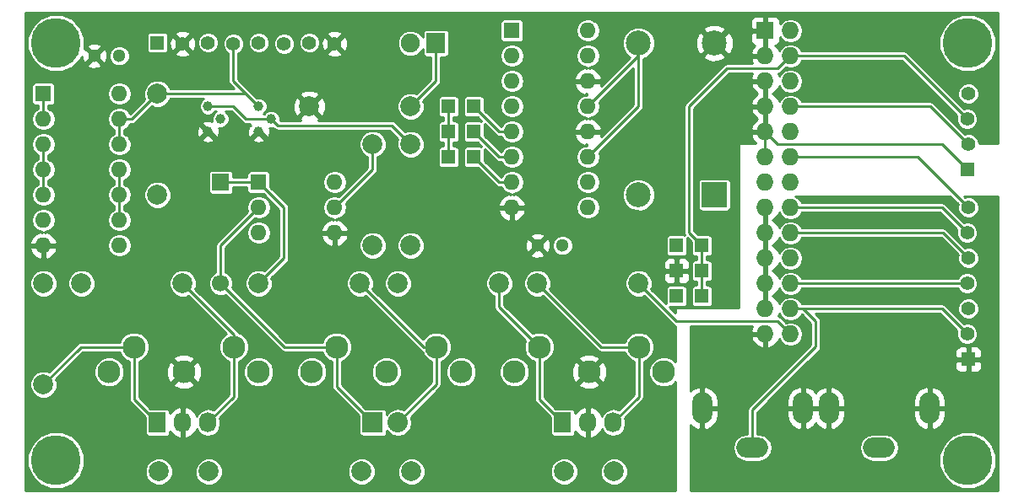
<source format=gbl>
G04 #@! TF.FileFunction,Copper,L2,Bot,Signal*
%FSLAX46Y46*%
G04 Gerber Fmt 4.6, Leading zero omitted, Abs format (unit mm)*
G04 Created by KiCad (PCBNEW 4.0.5+dfsg1-4) date Fri Oct 27 15:57:28 2017*
%MOMM*%
%LPD*%
G01*
G04 APERTURE LIST*
%ADD10C,0.100000*%
%ADD11C,1.000760*%
%ADD12R,1.600000X1.600000*%
%ADD13O,1.600000X1.600000*%
%ADD14C,2.300000*%
%ADD15C,2.000000*%
%ADD16R,2.499360X2.499360*%
%ADD17C,2.499360*%
%ADD18C,5.000000*%
%ADD19C,1.699260*%
%ADD20R,1.699260X1.699260*%
%ADD21C,1.300000*%
%ADD22C,1.998980*%
%ADD23R,1.727200X2.032000*%
%ADD24O,1.727200X2.032000*%
%ADD25R,2.032000X2.032000*%
%ADD26O,2.032000X2.032000*%
%ADD27R,1.900000X2.000000*%
%ADD28C,1.900000*%
%ADD29C,1.397000*%
%ADD30R,1.397000X1.397000*%
%ADD31R,1.727200X1.727200*%
%ADD32O,1.727200X1.727200*%
%ADD33O,1.998980X3.197860*%
%ADD34O,3.197860X1.998980*%
%ADD35C,0.254000*%
G04 APERTURE END LIST*
D10*
D11*
X95250000Y-31750000D03*
X93980000Y-33020000D03*
X93980000Y-30480000D03*
D12*
X72390000Y-29210000D03*
D13*
X72390000Y-31750000D03*
X72390000Y-34290000D03*
X72390000Y-36830000D03*
X72390000Y-39370000D03*
X72390000Y-41910000D03*
X72390000Y-44450000D03*
X80010000Y-44450000D03*
X80010000Y-41910000D03*
X80010000Y-39370000D03*
X80010000Y-36830000D03*
X80010000Y-34290000D03*
X80010000Y-31750000D03*
X80010000Y-29210000D03*
D14*
X101800000Y-54650000D03*
D15*
X109300000Y-67150000D03*
D14*
X99300000Y-57150000D03*
X106800000Y-57150000D03*
X114300000Y-57150000D03*
X111800000Y-54650000D03*
D15*
X104300000Y-67150000D03*
D14*
X81480000Y-54650000D03*
D15*
X88980000Y-67150000D03*
D14*
X78980000Y-57150000D03*
X86480000Y-57150000D03*
X93980000Y-57150000D03*
X91480000Y-54650000D03*
D15*
X83980000Y-67150000D03*
D16*
X139700000Y-39370000D03*
D17*
X139700000Y-24130000D03*
X132080000Y-24130000D03*
X132080000Y-39370000D03*
D18*
X73660000Y-66040000D03*
X165100000Y-66040000D03*
X165100000Y-24130000D03*
D19*
X90172540Y-48260520D03*
D20*
X90172540Y-38100520D03*
D14*
X122120000Y-54650000D03*
D15*
X129620000Y-67150000D03*
D14*
X119620000Y-57150000D03*
X127120000Y-57150000D03*
X134620000Y-57150000D03*
X132120000Y-54650000D03*
D15*
X124620000Y-67150000D03*
D11*
X90170000Y-31750000D03*
X88900000Y-33020000D03*
X88900000Y-30480000D03*
D12*
X93980000Y-38100000D03*
D13*
X93980000Y-40640000D03*
X93980000Y-43180000D03*
X101600000Y-43180000D03*
X101600000Y-40640000D03*
X101600000Y-38100000D03*
D21*
X80010000Y-25400000D03*
X77510000Y-25400000D03*
D22*
X76200000Y-48260000D03*
X86360000Y-48260000D03*
X93980000Y-48260000D03*
X104140000Y-48260000D03*
X83820000Y-39370000D03*
X83820000Y-29210000D03*
X109220000Y-44450000D03*
X109220000Y-34290000D03*
X105410000Y-34290000D03*
X105410000Y-44450000D03*
X107950000Y-48260000D03*
X118110000Y-48260000D03*
X132080000Y-48260000D03*
X121920000Y-48260000D03*
X72390000Y-48260000D03*
X72390000Y-58420000D03*
D23*
X83820000Y-62230000D03*
D24*
X86360000Y-62230000D03*
X88900000Y-62230000D03*
D25*
X105410000Y-62230000D03*
D26*
X107950000Y-62230000D03*
D23*
X124460000Y-62230000D03*
D24*
X127000000Y-62230000D03*
X129540000Y-62230000D03*
D12*
X119380000Y-22860000D03*
D13*
X119380000Y-25400000D03*
X119380000Y-27940000D03*
X119380000Y-30480000D03*
X119380000Y-33020000D03*
X119380000Y-35560000D03*
X119380000Y-38100000D03*
X119380000Y-40640000D03*
X127000000Y-40640000D03*
X127000000Y-38100000D03*
X127000000Y-35560000D03*
X127000000Y-33020000D03*
X127000000Y-30480000D03*
X127000000Y-27940000D03*
X127000000Y-25400000D03*
X127000000Y-22860000D03*
D21*
X124460000Y-44450000D03*
X121960000Y-44450000D03*
D18*
X73660000Y-24130000D03*
D27*
X111760000Y-24130000D03*
D28*
X109220000Y-24130000D03*
D22*
X99060000Y-30480000D03*
X109220000Y-30480000D03*
D29*
X91440000Y-24190960D03*
X93980000Y-24069040D03*
X88900000Y-24069040D03*
X96520000Y-24190960D03*
X86360000Y-24190960D03*
X99060000Y-24069040D03*
D30*
X83820000Y-24069040D03*
D29*
X101600000Y-24190960D03*
D31*
X144780000Y-22860000D03*
D32*
X147320000Y-22860000D03*
X144780000Y-25400000D03*
X147320000Y-25400000D03*
X144780000Y-27940000D03*
X147320000Y-27940000D03*
X144780000Y-30480000D03*
X147320000Y-30480000D03*
X144780000Y-33020000D03*
X147320000Y-33020000D03*
X144780000Y-35560000D03*
X147320000Y-35560000D03*
X144780000Y-38100000D03*
X147320000Y-38100000D03*
X144780000Y-40640000D03*
X147320000Y-40640000D03*
X144780000Y-43180000D03*
X147320000Y-43180000D03*
X144780000Y-45720000D03*
X147320000Y-45720000D03*
X144780000Y-48260000D03*
X147320000Y-48260000D03*
X144780000Y-50800000D03*
X147320000Y-50800000D03*
X144780000Y-53340000D03*
X147320000Y-53340000D03*
D30*
X135890000Y-44450000D03*
X138430000Y-44450000D03*
X135890000Y-46990000D03*
X138430000Y-46990000D03*
X135890000Y-49530000D03*
X138430000Y-49530000D03*
D33*
X148564600Y-60772040D03*
D34*
X143510000Y-64770000D03*
D33*
X138455400Y-60772040D03*
X161264600Y-60772040D03*
D34*
X156210000Y-64770000D03*
D33*
X151155400Y-60772040D03*
D29*
X165039040Y-53340000D03*
X165160960Y-50800000D03*
X165039040Y-48260000D03*
X165160960Y-45720000D03*
X165039040Y-43180000D03*
D30*
X165160960Y-55880000D03*
D29*
X165160960Y-40640000D03*
X165160960Y-34290000D03*
X165039040Y-31750000D03*
D30*
X165039040Y-36830000D03*
D29*
X165160960Y-29210000D03*
D30*
X115570000Y-30480000D03*
X113030000Y-30480000D03*
X115570000Y-33020000D03*
X113030000Y-33020000D03*
X115570000Y-35560000D03*
X113030000Y-35560000D03*
D35*
X90172540Y-48260520D02*
X90172540Y-44447460D01*
X90172540Y-44447460D02*
X93980000Y-40640000D01*
X90172540Y-48260520D02*
X96562020Y-54650000D01*
X96562020Y-54650000D02*
X101800000Y-54650000D01*
X105410000Y-62230000D02*
X101800000Y-58620000D01*
X101800000Y-58620000D02*
X101800000Y-54650000D01*
X93980000Y-38100000D02*
X96520000Y-40640000D01*
X96520000Y-45720000D02*
X93980000Y-48260000D01*
X96520000Y-40640000D02*
X96520000Y-45720000D01*
X90172540Y-38100520D02*
X90173060Y-38100000D01*
X90173060Y-38100000D02*
X93980000Y-38100000D01*
X81480000Y-54650000D02*
X76160000Y-54650000D01*
X76160000Y-54650000D02*
X72390000Y-58420000D01*
X81480000Y-54650000D02*
X81480000Y-59890000D01*
X81480000Y-59890000D02*
X83820000Y-62230000D01*
X165039040Y-36830000D02*
X165039040Y-36769040D01*
X165039040Y-36769040D02*
X162560000Y-34290000D01*
X162560000Y-34290000D02*
X146050000Y-34290000D01*
X146050000Y-34290000D02*
X144780000Y-33020000D01*
X144780000Y-35560000D02*
X144780000Y-33020000D01*
X91480000Y-54650000D02*
X91480000Y-53380000D01*
X91480000Y-53380000D02*
X86360000Y-48260000D01*
X91480000Y-54650000D02*
X91480000Y-59650000D01*
X91480000Y-59650000D02*
X88900000Y-62230000D01*
X104140000Y-48260000D02*
X110530000Y-54650000D01*
X110530000Y-54650000D02*
X111800000Y-54650000D01*
X111800000Y-54650000D02*
X111800000Y-58380000D01*
X111800000Y-58380000D02*
X107950000Y-62230000D01*
X122120000Y-54650000D02*
X118110000Y-50640000D01*
X118110000Y-50640000D02*
X118110000Y-48260000D01*
X124460000Y-62230000D02*
X122120000Y-59890000D01*
X122120000Y-59890000D02*
X122120000Y-54650000D01*
X121920000Y-48260000D02*
X128310000Y-54650000D01*
X128310000Y-54650000D02*
X132120000Y-54650000D01*
X129540000Y-62230000D02*
X132120000Y-59650000D01*
X132120000Y-59650000D02*
X132120000Y-54650000D01*
X91440000Y-24190960D02*
X91440000Y-27940000D01*
X91440000Y-27940000D02*
X92710000Y-29210000D01*
X83820000Y-29210000D02*
X92710000Y-29210000D01*
X92710000Y-29210000D02*
X93980000Y-30480000D01*
X80010000Y-31750000D02*
X81280000Y-31750000D01*
X81280000Y-31750000D02*
X83820000Y-29210000D01*
X80010000Y-34290000D02*
X80010000Y-31750000D01*
X72390000Y-31750000D02*
X72390000Y-29210000D01*
X147320000Y-53340000D02*
X146050000Y-52070000D01*
X135890000Y-52070000D02*
X132080000Y-48260000D01*
X146050000Y-52070000D02*
X135890000Y-52070000D01*
X101600000Y-40640000D02*
X105410000Y-36830000D01*
X105410000Y-36830000D02*
X105410000Y-34290000D01*
X95250000Y-31750000D02*
X92710000Y-31750000D01*
X91440000Y-30480000D02*
X88900000Y-30480000D01*
X92710000Y-31750000D02*
X91440000Y-30480000D01*
X109220000Y-34290000D02*
X107315000Y-32385000D01*
X95885000Y-32385000D02*
X95250000Y-31750000D01*
X107315000Y-32385000D02*
X95885000Y-32385000D01*
X80010000Y-39370000D02*
X80010000Y-36830000D01*
X80010000Y-41910000D02*
X80010000Y-39370000D01*
X72390000Y-36830000D02*
X72390000Y-34290000D01*
X72390000Y-39370000D02*
X72390000Y-36830000D01*
X113030000Y-33020000D02*
X113030000Y-30480000D01*
X113030000Y-35560000D02*
X113030000Y-33020000D01*
X111760000Y-24130000D02*
X111760000Y-27940000D01*
X111760000Y-27940000D02*
X109220000Y-30480000D01*
X115570000Y-30480000D02*
X118110000Y-33020000D01*
X118110000Y-33020000D02*
X119380000Y-33020000D01*
X115570000Y-33020000D02*
X118110000Y-35560000D01*
X118110000Y-35560000D02*
X119380000Y-35560000D01*
X115570000Y-35560000D02*
X118110000Y-38100000D01*
X118110000Y-38100000D02*
X119380000Y-38100000D01*
X147320000Y-25400000D02*
X158689040Y-25400000D01*
X158689040Y-25400000D02*
X165039040Y-31750000D01*
X137160000Y-30480000D02*
X137160000Y-43180000D01*
X146050000Y-26670000D02*
X142240000Y-26670000D01*
X142240000Y-26670000D02*
X140970000Y-26670000D01*
X140970000Y-26670000D02*
X137160000Y-30480000D01*
X147320000Y-25400000D02*
X146050000Y-26670000D01*
X137160000Y-43180000D02*
X138430000Y-44450000D01*
X138430000Y-46990000D02*
X138430000Y-44450000D01*
X138430000Y-49530000D02*
X138430000Y-46990000D01*
X147320000Y-30480000D02*
X161350960Y-30480000D01*
X161350960Y-30480000D02*
X165160960Y-34290000D01*
X165160960Y-40640000D02*
X160080960Y-35560000D01*
X160080960Y-35560000D02*
X147320000Y-35560000D01*
X165039040Y-43180000D02*
X162499040Y-40640000D01*
X162499040Y-40640000D02*
X147320000Y-40640000D01*
X147320000Y-43180000D02*
X162620960Y-43180000D01*
X162620960Y-43180000D02*
X165160960Y-45720000D01*
X147320000Y-48260000D02*
X165039040Y-48260000D01*
X165039040Y-53340000D02*
X162499040Y-50800000D01*
X162499040Y-50800000D02*
X147320000Y-50800000D01*
X147320000Y-50800000D02*
X148590000Y-50800000D01*
X143510000Y-60960000D02*
X143510000Y-64770000D01*
X149860000Y-54610000D02*
X143510000Y-60960000D01*
X149860000Y-52070000D02*
X149860000Y-54610000D01*
X148590000Y-50800000D02*
X149860000Y-52070000D01*
X127000000Y-35560000D02*
X132080000Y-30480000D01*
X132080000Y-30480000D02*
X132080000Y-25400000D01*
X132080000Y-24130000D02*
X132080000Y-25400000D01*
X132080000Y-25400000D02*
X127000000Y-30480000D01*
G36*
X168148000Y-34163000D02*
X166240571Y-34163000D01*
X166240647Y-34076216D01*
X166076649Y-33679311D01*
X165773246Y-33375378D01*
X165376628Y-33210687D01*
X164947176Y-33210313D01*
X164842814Y-33253434D01*
X161710170Y-30120790D01*
X161545363Y-30010669D01*
X161350960Y-29972000D01*
X148473054Y-29972000D01*
X148224448Y-29599935D01*
X147820671Y-29330140D01*
X147344383Y-29235400D01*
X147295617Y-29235400D01*
X146819329Y-29330140D01*
X146415552Y-29599935D01*
X146170841Y-29966172D01*
X146062688Y-29705053D01*
X145668490Y-29273179D01*
X145533687Y-29210000D01*
X145668490Y-29146821D01*
X146062688Y-28714947D01*
X146170841Y-28453828D01*
X146415552Y-28820065D01*
X146819329Y-29089860D01*
X147295617Y-29184600D01*
X147344383Y-29184600D01*
X147820671Y-29089860D01*
X148224448Y-28820065D01*
X148494243Y-28416288D01*
X148588983Y-27940000D01*
X148494243Y-27463712D01*
X148224448Y-27059935D01*
X147820671Y-26790140D01*
X147344383Y-26695400D01*
X147295617Y-26695400D01*
X146819329Y-26790140D01*
X146415552Y-27059935D01*
X146170841Y-27426172D01*
X146066677Y-27174683D01*
X146244403Y-27139331D01*
X146409210Y-27029210D01*
X146877074Y-26561346D01*
X147295617Y-26644600D01*
X147344383Y-26644600D01*
X147820671Y-26549860D01*
X148224448Y-26280065D01*
X148473054Y-25908000D01*
X158478620Y-25908000D01*
X164002337Y-31431717D01*
X163959727Y-31534332D01*
X163959353Y-31963784D01*
X164123351Y-32360689D01*
X164426754Y-32664622D01*
X164823372Y-32829313D01*
X165252824Y-32829687D01*
X165649729Y-32665689D01*
X165953662Y-32362286D01*
X166118353Y-31965668D01*
X166118727Y-31536216D01*
X165954729Y-31139311D01*
X165651326Y-30835378D01*
X165254708Y-30670687D01*
X164825256Y-30670313D01*
X164720894Y-30713434D01*
X163431244Y-29423784D01*
X164081273Y-29423784D01*
X164245271Y-29820689D01*
X164548674Y-30124622D01*
X164945292Y-30289313D01*
X165374744Y-30289687D01*
X165771649Y-30125689D01*
X166075582Y-29822286D01*
X166240273Y-29425668D01*
X166240647Y-28996216D01*
X166076649Y-28599311D01*
X165773246Y-28295378D01*
X165376628Y-28130687D01*
X164947176Y-28130313D01*
X164550271Y-28294311D01*
X164246338Y-28597714D01*
X164081647Y-28994332D01*
X164081273Y-29423784D01*
X163431244Y-29423784D01*
X159048250Y-25040790D01*
X158883443Y-24930669D01*
X158689040Y-24892000D01*
X148473054Y-24892000D01*
X148345133Y-24700552D01*
X162218501Y-24700552D01*
X162656183Y-25759823D01*
X163465914Y-26570969D01*
X164524420Y-27010499D01*
X165670552Y-27011499D01*
X166729823Y-26573817D01*
X167540969Y-25764086D01*
X167980499Y-24705580D01*
X167981499Y-23559448D01*
X167543817Y-22500177D01*
X166734086Y-21689031D01*
X165675580Y-21249501D01*
X164529448Y-21248501D01*
X163470177Y-21686183D01*
X162659031Y-22495914D01*
X162219501Y-23554420D01*
X162218501Y-24700552D01*
X148345133Y-24700552D01*
X148224448Y-24519935D01*
X147820671Y-24250140D01*
X147344383Y-24155400D01*
X147295617Y-24155400D01*
X146819329Y-24250140D01*
X146415552Y-24519935D01*
X146170841Y-24886172D01*
X146062688Y-24625053D01*
X145805880Y-24343700D01*
X146003298Y-24261927D01*
X146181927Y-24083299D01*
X146278600Y-23849910D01*
X146278600Y-23535102D01*
X146415552Y-23740065D01*
X146819329Y-24009860D01*
X147295617Y-24104600D01*
X147344383Y-24104600D01*
X147820671Y-24009860D01*
X148224448Y-23740065D01*
X148494243Y-23336288D01*
X148588983Y-22860000D01*
X148494243Y-22383712D01*
X148224448Y-21979935D01*
X147820671Y-21710140D01*
X147344383Y-21615400D01*
X147295617Y-21615400D01*
X146819329Y-21710140D01*
X146415552Y-21979935D01*
X146278600Y-22184898D01*
X146278600Y-21870090D01*
X146181927Y-21636701D01*
X146003298Y-21458073D01*
X145769909Y-21361400D01*
X145065750Y-21361400D01*
X144907000Y-21520150D01*
X144907000Y-22733000D01*
X144927000Y-22733000D01*
X144927000Y-22987000D01*
X144907000Y-22987000D01*
X144907000Y-25273000D01*
X144927000Y-25273000D01*
X144927000Y-25527000D01*
X144907000Y-25527000D01*
X144907000Y-25547000D01*
X144653000Y-25547000D01*
X144653000Y-25527000D01*
X143446183Y-25527000D01*
X143325042Y-25759026D01*
X143491949Y-26162000D01*
X140970000Y-26162000D01*
X140775597Y-26200669D01*
X140610790Y-26310790D01*
X136800790Y-30120790D01*
X136690669Y-30285597D01*
X136652000Y-30480000D01*
X136652000Y-43180000D01*
X136690669Y-43374403D01*
X136697873Y-43385184D01*
X136588500Y-43363036D01*
X135191500Y-43363036D01*
X135050310Y-43389603D01*
X134920635Y-43473046D01*
X134833641Y-43600366D01*
X134803036Y-43751500D01*
X134803036Y-45148500D01*
X134829603Y-45289690D01*
X134913046Y-45419365D01*
X135040366Y-45506359D01*
X135191500Y-45536964D01*
X136588500Y-45536964D01*
X136729690Y-45510397D01*
X136859365Y-45426954D01*
X136946359Y-45299634D01*
X136976964Y-45148500D01*
X136976964Y-43751500D01*
X136968593Y-43707013D01*
X137343036Y-44081456D01*
X137343036Y-45148500D01*
X137369603Y-45289690D01*
X137453046Y-45419365D01*
X137580366Y-45506359D01*
X137731500Y-45536964D01*
X137922000Y-45536964D01*
X137922000Y-45903036D01*
X137731500Y-45903036D01*
X137590310Y-45929603D01*
X137460635Y-46013046D01*
X137373641Y-46140366D01*
X137343036Y-46291500D01*
X137343036Y-47688500D01*
X137369603Y-47829690D01*
X137453046Y-47959365D01*
X137580366Y-48046359D01*
X137731500Y-48076964D01*
X137922000Y-48076964D01*
X137922000Y-48443036D01*
X137731500Y-48443036D01*
X137590310Y-48469603D01*
X137460635Y-48553046D01*
X137373641Y-48680366D01*
X137343036Y-48831500D01*
X137343036Y-50228500D01*
X137369603Y-50369690D01*
X137453046Y-50499365D01*
X137580366Y-50586359D01*
X137731500Y-50616964D01*
X139128500Y-50616964D01*
X139269690Y-50590397D01*
X139399365Y-50506954D01*
X139486359Y-50379634D01*
X139516964Y-50228500D01*
X139516964Y-48831500D01*
X139490397Y-48690310D01*
X139406954Y-48560635D01*
X139279634Y-48473641D01*
X139128500Y-48443036D01*
X138938000Y-48443036D01*
X138938000Y-48076964D01*
X139128500Y-48076964D01*
X139269690Y-48050397D01*
X139399365Y-47966954D01*
X139486359Y-47839634D01*
X139516964Y-47688500D01*
X139516964Y-46291500D01*
X139490397Y-46150310D01*
X139406954Y-46020635D01*
X139279634Y-45933641D01*
X139128500Y-45903036D01*
X138938000Y-45903036D01*
X138938000Y-45536964D01*
X139128500Y-45536964D01*
X139269690Y-45510397D01*
X139399365Y-45426954D01*
X139486359Y-45299634D01*
X139516964Y-45148500D01*
X139516964Y-43751500D01*
X139490397Y-43610310D01*
X139406954Y-43480635D01*
X139279634Y-43393641D01*
X139128500Y-43363036D01*
X138061456Y-43363036D01*
X137668000Y-42969580D01*
X137668000Y-38120320D01*
X138061856Y-38120320D01*
X138061856Y-40619680D01*
X138088423Y-40760870D01*
X138171866Y-40890545D01*
X138299186Y-40977539D01*
X138450320Y-41008144D01*
X140949680Y-41008144D01*
X141090870Y-40981577D01*
X141220545Y-40898134D01*
X141307539Y-40770814D01*
X141338144Y-40619680D01*
X141338144Y-38120320D01*
X141311577Y-37979130D01*
X141228134Y-37849455D01*
X141100814Y-37762461D01*
X140949680Y-37731856D01*
X138450320Y-37731856D01*
X138309130Y-37758423D01*
X138179455Y-37841866D01*
X138092461Y-37969186D01*
X138061856Y-38120320D01*
X137668000Y-38120320D01*
X137668000Y-30839026D01*
X143325042Y-30839026D01*
X143497312Y-31254947D01*
X143891510Y-31686821D01*
X144026313Y-31750000D01*
X143891510Y-31813179D01*
X143497312Y-32245053D01*
X143325042Y-32660974D01*
X143446183Y-32893000D01*
X144653000Y-32893000D01*
X144653000Y-30607000D01*
X143446183Y-30607000D01*
X143325042Y-30839026D01*
X137668000Y-30839026D01*
X137668000Y-30690420D01*
X140059394Y-28299026D01*
X143325042Y-28299026D01*
X143497312Y-28714947D01*
X143891510Y-29146821D01*
X144026313Y-29210000D01*
X143891510Y-29273179D01*
X143497312Y-29705053D01*
X143325042Y-30120974D01*
X143446183Y-30353000D01*
X144653000Y-30353000D01*
X144653000Y-28067000D01*
X143446183Y-28067000D01*
X143325042Y-28299026D01*
X140059394Y-28299026D01*
X141180420Y-27178000D01*
X143491949Y-27178000D01*
X143325042Y-27580974D01*
X143446183Y-27813000D01*
X144653000Y-27813000D01*
X144653000Y-27793000D01*
X144907000Y-27793000D01*
X144907000Y-27813000D01*
X144927000Y-27813000D01*
X144927000Y-28067000D01*
X144907000Y-28067000D01*
X144907000Y-30353000D01*
X144927000Y-30353000D01*
X144927000Y-30607000D01*
X144907000Y-30607000D01*
X144907000Y-32893000D01*
X144927000Y-32893000D01*
X144927000Y-33147000D01*
X144907000Y-33147000D01*
X144907000Y-33167000D01*
X144653000Y-33167000D01*
X144653000Y-33147000D01*
X143446183Y-33147000D01*
X143325042Y-33379026D01*
X143497312Y-33794947D01*
X143833257Y-34163000D01*
X142240000Y-34163000D01*
X142190590Y-34173006D01*
X142148965Y-34201447D01*
X142121685Y-34243841D01*
X142113000Y-34290000D01*
X142113000Y-50673000D01*
X135890000Y-50673000D01*
X135840590Y-50683006D01*
X135798965Y-50711447D01*
X135771685Y-50753841D01*
X135763000Y-50800000D01*
X135763000Y-51224580D01*
X135146213Y-50607793D01*
X135191500Y-50616964D01*
X136588500Y-50616964D01*
X136729690Y-50590397D01*
X136859365Y-50506954D01*
X136946359Y-50379634D01*
X136976964Y-50228500D01*
X136976964Y-48831500D01*
X136950397Y-48690310D01*
X136866954Y-48560635D01*
X136739634Y-48473641D01*
X136588500Y-48443036D01*
X135191500Y-48443036D01*
X135050310Y-48469603D01*
X134920635Y-48553046D01*
X134833641Y-48680366D01*
X134803036Y-48831500D01*
X134803036Y-50228500D01*
X134811407Y-50272987D01*
X133346987Y-48808567D01*
X133460249Y-48535801D01*
X133460729Y-47986608D01*
X133251005Y-47479037D01*
X133048073Y-47275750D01*
X134556500Y-47275750D01*
X134556500Y-47814810D01*
X134653173Y-48048199D01*
X134831802Y-48226827D01*
X135065191Y-48323500D01*
X135604250Y-48323500D01*
X135763000Y-48164750D01*
X135763000Y-47117000D01*
X136017000Y-47117000D01*
X136017000Y-48164750D01*
X136175750Y-48323500D01*
X136714809Y-48323500D01*
X136948198Y-48226827D01*
X137126827Y-48048199D01*
X137223500Y-47814810D01*
X137223500Y-47275750D01*
X137064750Y-47117000D01*
X136017000Y-47117000D01*
X135763000Y-47117000D01*
X134715250Y-47117000D01*
X134556500Y-47275750D01*
X133048073Y-47275750D01*
X132863006Y-47090360D01*
X132355801Y-46879751D01*
X131806608Y-46879271D01*
X131299037Y-47088995D01*
X130910360Y-47476994D01*
X130699751Y-47984199D01*
X130699271Y-48533392D01*
X130908995Y-49040963D01*
X131296994Y-49429640D01*
X131804199Y-49640249D01*
X132353392Y-49640729D01*
X132628597Y-49527017D01*
X135530790Y-52429210D01*
X135695597Y-52539331D01*
X135763000Y-52552738D01*
X135763000Y-56127944D01*
X135488374Y-55852838D01*
X134925871Y-55619266D01*
X134316801Y-55618735D01*
X133753891Y-55851325D01*
X133322838Y-56281626D01*
X133089266Y-56844129D01*
X133088735Y-57453199D01*
X133321325Y-58016109D01*
X133751626Y-58447162D01*
X134314129Y-58680734D01*
X134923199Y-58681265D01*
X135486109Y-58448675D01*
X135763000Y-58172267D01*
X135763000Y-69088000D01*
X70612000Y-69088000D01*
X70612000Y-66610552D01*
X70778501Y-66610552D01*
X71216183Y-67669823D01*
X72025914Y-68480969D01*
X73084420Y-68920499D01*
X74230552Y-68921499D01*
X75289823Y-68483817D01*
X76100969Y-67674086D01*
X76205024Y-67423493D01*
X82598761Y-67423493D01*
X82808563Y-67931251D01*
X83196705Y-68320072D01*
X83704097Y-68530759D01*
X84253493Y-68531239D01*
X84761251Y-68321437D01*
X85150072Y-67933295D01*
X85360759Y-67425903D01*
X85360761Y-67423493D01*
X87598761Y-67423493D01*
X87808563Y-67931251D01*
X88196705Y-68320072D01*
X88704097Y-68530759D01*
X89253493Y-68531239D01*
X89761251Y-68321437D01*
X90150072Y-67933295D01*
X90360759Y-67425903D01*
X90360761Y-67423493D01*
X102918761Y-67423493D01*
X103128563Y-67931251D01*
X103516705Y-68320072D01*
X104024097Y-68530759D01*
X104573493Y-68531239D01*
X105081251Y-68321437D01*
X105470072Y-67933295D01*
X105680759Y-67425903D01*
X105680761Y-67423493D01*
X107918761Y-67423493D01*
X108128563Y-67931251D01*
X108516705Y-68320072D01*
X109024097Y-68530759D01*
X109573493Y-68531239D01*
X110081251Y-68321437D01*
X110470072Y-67933295D01*
X110680759Y-67425903D01*
X110680761Y-67423493D01*
X123238761Y-67423493D01*
X123448563Y-67931251D01*
X123836705Y-68320072D01*
X124344097Y-68530759D01*
X124893493Y-68531239D01*
X125401251Y-68321437D01*
X125790072Y-67933295D01*
X126000759Y-67425903D01*
X126000761Y-67423493D01*
X128238761Y-67423493D01*
X128448563Y-67931251D01*
X128836705Y-68320072D01*
X129344097Y-68530759D01*
X129893493Y-68531239D01*
X130401251Y-68321437D01*
X130790072Y-67933295D01*
X131000759Y-67425903D01*
X131001239Y-66876507D01*
X130791437Y-66368749D01*
X130403295Y-65979928D01*
X129895903Y-65769241D01*
X129346507Y-65768761D01*
X128838749Y-65978563D01*
X128449928Y-66366705D01*
X128239241Y-66874097D01*
X128238761Y-67423493D01*
X126000761Y-67423493D01*
X126001239Y-66876507D01*
X125791437Y-66368749D01*
X125403295Y-65979928D01*
X124895903Y-65769241D01*
X124346507Y-65768761D01*
X123838749Y-65978563D01*
X123449928Y-66366705D01*
X123239241Y-66874097D01*
X123238761Y-67423493D01*
X110680761Y-67423493D01*
X110681239Y-66876507D01*
X110471437Y-66368749D01*
X110083295Y-65979928D01*
X109575903Y-65769241D01*
X109026507Y-65768761D01*
X108518749Y-65978563D01*
X108129928Y-66366705D01*
X107919241Y-66874097D01*
X107918761Y-67423493D01*
X105680761Y-67423493D01*
X105681239Y-66876507D01*
X105471437Y-66368749D01*
X105083295Y-65979928D01*
X104575903Y-65769241D01*
X104026507Y-65768761D01*
X103518749Y-65978563D01*
X103129928Y-66366705D01*
X102919241Y-66874097D01*
X102918761Y-67423493D01*
X90360761Y-67423493D01*
X90361239Y-66876507D01*
X90151437Y-66368749D01*
X89763295Y-65979928D01*
X89255903Y-65769241D01*
X88706507Y-65768761D01*
X88198749Y-65978563D01*
X87809928Y-66366705D01*
X87599241Y-66874097D01*
X87598761Y-67423493D01*
X85360761Y-67423493D01*
X85361239Y-66876507D01*
X85151437Y-66368749D01*
X84763295Y-65979928D01*
X84255903Y-65769241D01*
X83706507Y-65768761D01*
X83198749Y-65978563D01*
X82809928Y-66366705D01*
X82599241Y-66874097D01*
X82598761Y-67423493D01*
X76205024Y-67423493D01*
X76540499Y-66615580D01*
X76541499Y-65469448D01*
X76103817Y-64410177D01*
X75294086Y-63599031D01*
X74235580Y-63159501D01*
X73089448Y-63158501D01*
X72030177Y-63596183D01*
X71219031Y-64405914D01*
X70779501Y-65464420D01*
X70778501Y-66610552D01*
X70612000Y-66610552D01*
X70612000Y-58693392D01*
X71009271Y-58693392D01*
X71218995Y-59200963D01*
X71606994Y-59589640D01*
X72114199Y-59800249D01*
X72663392Y-59800729D01*
X73170963Y-59591005D01*
X73559640Y-59203006D01*
X73770249Y-58695801D01*
X73770729Y-58146608D01*
X73657017Y-57871403D01*
X74075221Y-57453199D01*
X77448735Y-57453199D01*
X77681325Y-58016109D01*
X78111626Y-58447162D01*
X78674129Y-58680734D01*
X79283199Y-58681265D01*
X79846109Y-58448675D01*
X80277162Y-58018374D01*
X80510734Y-57455871D01*
X80511265Y-56846801D01*
X80278675Y-56283891D01*
X79848374Y-55852838D01*
X79285871Y-55619266D01*
X78676801Y-55618735D01*
X78113891Y-55851325D01*
X77682838Y-56281626D01*
X77449266Y-56844129D01*
X77448735Y-57453199D01*
X74075221Y-57453199D01*
X76370420Y-55158000D01*
X80033357Y-55158000D01*
X80181325Y-55516109D01*
X80611626Y-55947162D01*
X80972000Y-56096803D01*
X80972000Y-59890000D01*
X81010669Y-60084403D01*
X81120790Y-60249210D01*
X82567936Y-61696356D01*
X82567936Y-63246000D01*
X82594503Y-63387190D01*
X82677946Y-63516865D01*
X82805266Y-63603859D01*
X82956400Y-63634464D01*
X84683600Y-63634464D01*
X84824790Y-63607897D01*
X84954465Y-63524454D01*
X85041459Y-63397134D01*
X85072064Y-63246000D01*
X85072064Y-63148817D01*
X85457964Y-63580732D01*
X85985209Y-63834709D01*
X86000974Y-63837358D01*
X86233000Y-63716217D01*
X86233000Y-62357000D01*
X86213000Y-62357000D01*
X86213000Y-62103000D01*
X86233000Y-62103000D01*
X86233000Y-60743783D01*
X86000974Y-60622642D01*
X85985209Y-60625291D01*
X85457964Y-60879268D01*
X85072064Y-61311183D01*
X85072064Y-61214000D01*
X85045497Y-61072810D01*
X84962054Y-60943135D01*
X84834734Y-60856141D01*
X84683600Y-60825536D01*
X83133956Y-60825536D01*
X81988000Y-59679580D01*
X81988000Y-58411025D01*
X85398581Y-58411025D01*
X85515601Y-58693446D01*
X86179663Y-58945018D01*
X86889448Y-58923314D01*
X87444399Y-58693446D01*
X87561419Y-58411025D01*
X86480000Y-57329605D01*
X85398581Y-58411025D01*
X81988000Y-58411025D01*
X81988000Y-56849663D01*
X84684982Y-56849663D01*
X84706686Y-57559448D01*
X84936554Y-58114399D01*
X85218975Y-58231419D01*
X86300395Y-57150000D01*
X86659605Y-57150000D01*
X87741025Y-58231419D01*
X88023446Y-58114399D01*
X88275018Y-57450337D01*
X88253314Y-56740552D01*
X88023446Y-56185601D01*
X87741025Y-56068581D01*
X86659605Y-57150000D01*
X86300395Y-57150000D01*
X85218975Y-56068581D01*
X84936554Y-56185601D01*
X84684982Y-56849663D01*
X81988000Y-56849663D01*
X81988000Y-56096643D01*
X82346109Y-55948675D01*
X82405913Y-55888975D01*
X85398581Y-55888975D01*
X86480000Y-56970395D01*
X87561419Y-55888975D01*
X87444399Y-55606554D01*
X86780337Y-55354982D01*
X86070552Y-55376686D01*
X85515601Y-55606554D01*
X85398581Y-55888975D01*
X82405913Y-55888975D01*
X82777162Y-55518374D01*
X83010734Y-54955871D01*
X83011265Y-54346801D01*
X82778675Y-53783891D01*
X82348374Y-53352838D01*
X81785871Y-53119266D01*
X81176801Y-53118735D01*
X80613891Y-53351325D01*
X80182838Y-53781626D01*
X80033197Y-54142000D01*
X76160000Y-54142000D01*
X75965596Y-54180669D01*
X75800790Y-54290790D01*
X72938567Y-57153013D01*
X72665801Y-57039751D01*
X72116608Y-57039271D01*
X71609037Y-57248995D01*
X71220360Y-57636994D01*
X71009751Y-58144199D01*
X71009271Y-58693392D01*
X70612000Y-58693392D01*
X70612000Y-48533392D01*
X71009271Y-48533392D01*
X71218995Y-49040963D01*
X71606994Y-49429640D01*
X72114199Y-49640249D01*
X72663392Y-49640729D01*
X73170963Y-49431005D01*
X73559640Y-49043006D01*
X73770249Y-48535801D01*
X73770251Y-48533392D01*
X74819271Y-48533392D01*
X75028995Y-49040963D01*
X75416994Y-49429640D01*
X75924199Y-49640249D01*
X76473392Y-49640729D01*
X76980963Y-49431005D01*
X77369640Y-49043006D01*
X77580249Y-48535801D01*
X77580251Y-48533392D01*
X84979271Y-48533392D01*
X85188995Y-49040963D01*
X85576994Y-49429640D01*
X86084199Y-49640249D01*
X86633392Y-49640729D01*
X86908597Y-49527017D01*
X90698107Y-53316528D01*
X90613891Y-53351325D01*
X90182838Y-53781626D01*
X89949266Y-54344129D01*
X89948735Y-54953199D01*
X90181325Y-55516109D01*
X90611626Y-55947162D01*
X90972000Y-56096803D01*
X90972000Y-59439580D01*
X89457167Y-60954413D01*
X89376288Y-60900371D01*
X88900000Y-60805631D01*
X88423712Y-60900371D01*
X88019935Y-61170166D01*
X87750140Y-61573943D01*
X87747296Y-61588243D01*
X87651954Y-61315680D01*
X87262036Y-60879268D01*
X86734791Y-60625291D01*
X86719026Y-60622642D01*
X86487000Y-60743783D01*
X86487000Y-62103000D01*
X86507000Y-62103000D01*
X86507000Y-62357000D01*
X86487000Y-62357000D01*
X86487000Y-63716217D01*
X86719026Y-63837358D01*
X86734791Y-63834709D01*
X87262036Y-63580732D01*
X87651954Y-63144320D01*
X87747296Y-62871757D01*
X87750140Y-62886057D01*
X88019935Y-63289834D01*
X88423712Y-63559629D01*
X88900000Y-63654369D01*
X89376288Y-63559629D01*
X89780065Y-63289834D01*
X90049860Y-62886057D01*
X90144600Y-62409769D01*
X90144600Y-62050231D01*
X90087126Y-61761294D01*
X91839210Y-60009210D01*
X91949331Y-59844403D01*
X91988000Y-59650000D01*
X91988000Y-57453199D01*
X92448735Y-57453199D01*
X92681325Y-58016109D01*
X93111626Y-58447162D01*
X93674129Y-58680734D01*
X94283199Y-58681265D01*
X94846109Y-58448675D01*
X95277162Y-58018374D01*
X95510734Y-57455871D01*
X95510736Y-57453199D01*
X97768735Y-57453199D01*
X98001325Y-58016109D01*
X98431626Y-58447162D01*
X98994129Y-58680734D01*
X99603199Y-58681265D01*
X100166109Y-58448675D01*
X100597162Y-58018374D01*
X100830734Y-57455871D01*
X100831265Y-56846801D01*
X100598675Y-56283891D01*
X100168374Y-55852838D01*
X99605871Y-55619266D01*
X98996801Y-55618735D01*
X98433891Y-55851325D01*
X98002838Y-56281626D01*
X97769266Y-56844129D01*
X97768735Y-57453199D01*
X95510736Y-57453199D01*
X95511265Y-56846801D01*
X95278675Y-56283891D01*
X94848374Y-55852838D01*
X94285871Y-55619266D01*
X93676801Y-55618735D01*
X93113891Y-55851325D01*
X92682838Y-56281626D01*
X92449266Y-56844129D01*
X92448735Y-57453199D01*
X91988000Y-57453199D01*
X91988000Y-56096643D01*
X92346109Y-55948675D01*
X92777162Y-55518374D01*
X93010734Y-54955871D01*
X93011265Y-54346801D01*
X92778675Y-53783891D01*
X92348374Y-53352838D01*
X91949666Y-53187280D01*
X91949331Y-53185597D01*
X91949331Y-53185596D01*
X91839210Y-53020789D01*
X87626987Y-48808567D01*
X87740249Y-48535801D01*
X87740276Y-48504233D01*
X88941697Y-48504233D01*
X89128655Y-48956705D01*
X89474534Y-49303189D01*
X89926679Y-49490935D01*
X90416253Y-49491363D01*
X90606397Y-49412797D01*
X96202810Y-55009210D01*
X96367616Y-55119331D01*
X96399870Y-55125746D01*
X96562020Y-55158000D01*
X100353357Y-55158000D01*
X100501325Y-55516109D01*
X100931626Y-55947162D01*
X101292000Y-56096803D01*
X101292000Y-58620000D01*
X101330669Y-58814403D01*
X101440790Y-58979210D01*
X104005536Y-61543956D01*
X104005536Y-63246000D01*
X104032103Y-63387190D01*
X104115546Y-63516865D01*
X104242866Y-63603859D01*
X104394000Y-63634464D01*
X106426000Y-63634464D01*
X106567190Y-63607897D01*
X106696865Y-63524454D01*
X106783859Y-63397134D01*
X106814464Y-63246000D01*
X106814464Y-63024137D01*
X106962172Y-63245197D01*
X107415391Y-63548029D01*
X107950000Y-63654369D01*
X108484609Y-63548029D01*
X108937828Y-63245197D01*
X109240660Y-62791978D01*
X109347000Y-62257369D01*
X109347000Y-62202631D01*
X109240660Y-61668022D01*
X109236550Y-61661870D01*
X112159210Y-58739210D01*
X112269331Y-58574404D01*
X112308000Y-58380000D01*
X112308000Y-57453199D01*
X112768735Y-57453199D01*
X113001325Y-58016109D01*
X113431626Y-58447162D01*
X113994129Y-58680734D01*
X114603199Y-58681265D01*
X115166109Y-58448675D01*
X115597162Y-58018374D01*
X115830734Y-57455871D01*
X115830736Y-57453199D01*
X118088735Y-57453199D01*
X118321325Y-58016109D01*
X118751626Y-58447162D01*
X119314129Y-58680734D01*
X119923199Y-58681265D01*
X120486109Y-58448675D01*
X120917162Y-58018374D01*
X121150734Y-57455871D01*
X121151265Y-56846801D01*
X120918675Y-56283891D01*
X120488374Y-55852838D01*
X119925871Y-55619266D01*
X119316801Y-55618735D01*
X118753891Y-55851325D01*
X118322838Y-56281626D01*
X118089266Y-56844129D01*
X118088735Y-57453199D01*
X115830736Y-57453199D01*
X115831265Y-56846801D01*
X115598675Y-56283891D01*
X115168374Y-55852838D01*
X114605871Y-55619266D01*
X113996801Y-55618735D01*
X113433891Y-55851325D01*
X113002838Y-56281626D01*
X112769266Y-56844129D01*
X112768735Y-57453199D01*
X112308000Y-57453199D01*
X112308000Y-56096643D01*
X112666109Y-55948675D01*
X113097162Y-55518374D01*
X113330734Y-54955871D01*
X113331265Y-54346801D01*
X113098675Y-53783891D01*
X112668374Y-53352838D01*
X112105871Y-53119266D01*
X111496801Y-53118735D01*
X110933891Y-53351325D01*
X110502838Y-53781626D01*
X110466810Y-53868390D01*
X105406987Y-48808567D01*
X105520249Y-48535801D01*
X105520251Y-48533392D01*
X106569271Y-48533392D01*
X106778995Y-49040963D01*
X107166994Y-49429640D01*
X107674199Y-49640249D01*
X108223392Y-49640729D01*
X108730963Y-49431005D01*
X109119640Y-49043006D01*
X109330249Y-48535801D01*
X109330251Y-48533392D01*
X116729271Y-48533392D01*
X116938995Y-49040963D01*
X117326994Y-49429640D01*
X117602000Y-49543832D01*
X117602000Y-50640000D01*
X117640669Y-50834403D01*
X117750790Y-50999210D01*
X120737858Y-53986279D01*
X120589266Y-54344129D01*
X120588735Y-54953199D01*
X120821325Y-55516109D01*
X121251626Y-55947162D01*
X121612000Y-56096803D01*
X121612000Y-59890000D01*
X121650669Y-60084403D01*
X121760790Y-60249210D01*
X123207936Y-61696356D01*
X123207936Y-63246000D01*
X123234503Y-63387190D01*
X123317946Y-63516865D01*
X123445266Y-63603859D01*
X123596400Y-63634464D01*
X125323600Y-63634464D01*
X125464790Y-63607897D01*
X125594465Y-63524454D01*
X125681459Y-63397134D01*
X125712064Y-63246000D01*
X125712064Y-63148817D01*
X126097964Y-63580732D01*
X126625209Y-63834709D01*
X126640974Y-63837358D01*
X126873000Y-63716217D01*
X126873000Y-62357000D01*
X126853000Y-62357000D01*
X126853000Y-62103000D01*
X126873000Y-62103000D01*
X126873000Y-60743783D01*
X126640974Y-60622642D01*
X126625209Y-60625291D01*
X126097964Y-60879268D01*
X125712064Y-61311183D01*
X125712064Y-61214000D01*
X125685497Y-61072810D01*
X125602054Y-60943135D01*
X125474734Y-60856141D01*
X125323600Y-60825536D01*
X123773956Y-60825536D01*
X122628000Y-59679580D01*
X122628000Y-58411025D01*
X126038581Y-58411025D01*
X126155601Y-58693446D01*
X126819663Y-58945018D01*
X127529448Y-58923314D01*
X128084399Y-58693446D01*
X128201419Y-58411025D01*
X127120000Y-57329605D01*
X126038581Y-58411025D01*
X122628000Y-58411025D01*
X122628000Y-56849663D01*
X125324982Y-56849663D01*
X125346686Y-57559448D01*
X125576554Y-58114399D01*
X125858975Y-58231419D01*
X126940395Y-57150000D01*
X127299605Y-57150000D01*
X128381025Y-58231419D01*
X128663446Y-58114399D01*
X128915018Y-57450337D01*
X128893314Y-56740552D01*
X128663446Y-56185601D01*
X128381025Y-56068581D01*
X127299605Y-57150000D01*
X126940395Y-57150000D01*
X125858975Y-56068581D01*
X125576554Y-56185601D01*
X125324982Y-56849663D01*
X122628000Y-56849663D01*
X122628000Y-56096643D01*
X122986109Y-55948675D01*
X123045913Y-55888975D01*
X126038581Y-55888975D01*
X127120000Y-56970395D01*
X128201419Y-55888975D01*
X128084399Y-55606554D01*
X127420337Y-55354982D01*
X126710552Y-55376686D01*
X126155601Y-55606554D01*
X126038581Y-55888975D01*
X123045913Y-55888975D01*
X123417162Y-55518374D01*
X123650734Y-54955871D01*
X123651265Y-54346801D01*
X123418675Y-53783891D01*
X122988374Y-53352838D01*
X122425871Y-53119266D01*
X121816801Y-53118735D01*
X121456167Y-53267746D01*
X118618000Y-50429580D01*
X118618000Y-49543791D01*
X118890963Y-49431005D01*
X119279640Y-49043006D01*
X119490249Y-48535801D01*
X119490251Y-48533392D01*
X120539271Y-48533392D01*
X120748995Y-49040963D01*
X121136994Y-49429640D01*
X121644199Y-49640249D01*
X122193392Y-49640729D01*
X122468597Y-49527017D01*
X127950790Y-55009210D01*
X128115597Y-55119331D01*
X128310000Y-55158000D01*
X130673357Y-55158000D01*
X130821325Y-55516109D01*
X131251626Y-55947162D01*
X131612000Y-56096803D01*
X131612000Y-59439580D01*
X130097167Y-60954413D01*
X130016288Y-60900371D01*
X129540000Y-60805631D01*
X129063712Y-60900371D01*
X128659935Y-61170166D01*
X128390140Y-61573943D01*
X128387296Y-61588243D01*
X128291954Y-61315680D01*
X127902036Y-60879268D01*
X127374791Y-60625291D01*
X127359026Y-60622642D01*
X127127000Y-60743783D01*
X127127000Y-62103000D01*
X127147000Y-62103000D01*
X127147000Y-62357000D01*
X127127000Y-62357000D01*
X127127000Y-63716217D01*
X127359026Y-63837358D01*
X127374791Y-63834709D01*
X127902036Y-63580732D01*
X128291954Y-63144320D01*
X128387296Y-62871757D01*
X128390140Y-62886057D01*
X128659935Y-63289834D01*
X129063712Y-63559629D01*
X129540000Y-63654369D01*
X130016288Y-63559629D01*
X130420065Y-63289834D01*
X130689860Y-62886057D01*
X130784600Y-62409769D01*
X130784600Y-62050231D01*
X130727126Y-61761294D01*
X132479210Y-60009210D01*
X132589331Y-59844403D01*
X132628000Y-59650000D01*
X132628000Y-56096643D01*
X132986109Y-55948675D01*
X133417162Y-55518374D01*
X133650734Y-54955871D01*
X133651265Y-54346801D01*
X133418675Y-53783891D01*
X132988374Y-53352838D01*
X132425871Y-53119266D01*
X131816801Y-53118735D01*
X131253891Y-53351325D01*
X130822838Y-53781626D01*
X130673197Y-54142000D01*
X128520420Y-54142000D01*
X123186987Y-48808567D01*
X123300249Y-48535801D01*
X123300729Y-47986608D01*
X123091005Y-47479037D01*
X122703006Y-47090360D01*
X122195801Y-46879751D01*
X121646608Y-46879271D01*
X121139037Y-47088995D01*
X120750360Y-47476994D01*
X120539751Y-47984199D01*
X120539271Y-48533392D01*
X119490251Y-48533392D01*
X119490729Y-47986608D01*
X119281005Y-47479037D01*
X118893006Y-47090360D01*
X118385801Y-46879751D01*
X117836608Y-46879271D01*
X117329037Y-47088995D01*
X116940360Y-47476994D01*
X116729751Y-47984199D01*
X116729271Y-48533392D01*
X109330251Y-48533392D01*
X109330729Y-47986608D01*
X109121005Y-47479037D01*
X108733006Y-47090360D01*
X108225801Y-46879751D01*
X107676608Y-46879271D01*
X107169037Y-47088995D01*
X106780360Y-47476994D01*
X106569751Y-47984199D01*
X106569271Y-48533392D01*
X105520251Y-48533392D01*
X105520729Y-47986608D01*
X105311005Y-47479037D01*
X104923006Y-47090360D01*
X104415801Y-46879751D01*
X103866608Y-46879271D01*
X103359037Y-47088995D01*
X102970360Y-47476994D01*
X102759751Y-47984199D01*
X102759271Y-48533392D01*
X102968995Y-49040963D01*
X103356994Y-49429640D01*
X103864199Y-49640249D01*
X104413392Y-49640729D01*
X104688597Y-49527017D01*
X110170790Y-55009210D01*
X110335597Y-55119331D01*
X110337539Y-55119717D01*
X110501325Y-55516109D01*
X110931626Y-55947162D01*
X111292000Y-56096803D01*
X111292000Y-58169580D01*
X108523574Y-60938006D01*
X108484609Y-60911971D01*
X107950000Y-60805631D01*
X107415391Y-60911971D01*
X106962172Y-61214803D01*
X106814464Y-61435863D01*
X106814464Y-61214000D01*
X106787897Y-61072810D01*
X106704454Y-60943135D01*
X106577134Y-60856141D01*
X106426000Y-60825536D01*
X104723956Y-60825536D01*
X102308000Y-58409580D01*
X102308000Y-57453199D01*
X105268735Y-57453199D01*
X105501325Y-58016109D01*
X105931626Y-58447162D01*
X106494129Y-58680734D01*
X107103199Y-58681265D01*
X107666109Y-58448675D01*
X108097162Y-58018374D01*
X108330734Y-57455871D01*
X108331265Y-56846801D01*
X108098675Y-56283891D01*
X107668374Y-55852838D01*
X107105871Y-55619266D01*
X106496801Y-55618735D01*
X105933891Y-55851325D01*
X105502838Y-56281626D01*
X105269266Y-56844129D01*
X105268735Y-57453199D01*
X102308000Y-57453199D01*
X102308000Y-56096643D01*
X102666109Y-55948675D01*
X103097162Y-55518374D01*
X103330734Y-54955871D01*
X103331265Y-54346801D01*
X103098675Y-53783891D01*
X102668374Y-53352838D01*
X102105871Y-53119266D01*
X101496801Y-53118735D01*
X100933891Y-53351325D01*
X100502838Y-53781626D01*
X100353197Y-54142000D01*
X96772440Y-54142000D01*
X91324870Y-48694430D01*
X91402955Y-48506381D01*
X91403383Y-48016807D01*
X91216425Y-47564335D01*
X90870546Y-47217851D01*
X90680540Y-47138954D01*
X90680540Y-44657880D01*
X92158420Y-43180000D01*
X92775863Y-43180000D01*
X92865761Y-43631949D01*
X93121770Y-44015093D01*
X93504914Y-44271102D01*
X93956863Y-44361000D01*
X94003137Y-44361000D01*
X94455086Y-44271102D01*
X94838230Y-44015093D01*
X95094239Y-43631949D01*
X95184137Y-43180000D01*
X95094239Y-42728051D01*
X94838230Y-42344907D01*
X94455086Y-42088898D01*
X94003137Y-41999000D01*
X93956863Y-41999000D01*
X93504914Y-42088898D01*
X93121770Y-42344907D01*
X92865761Y-42728051D01*
X92775863Y-43180000D01*
X92158420Y-43180000D01*
X93590329Y-41748092D01*
X93956863Y-41821000D01*
X94003137Y-41821000D01*
X94455086Y-41731102D01*
X94838230Y-41475093D01*
X95094239Y-41091949D01*
X95184137Y-40640000D01*
X95094239Y-40188051D01*
X94838230Y-39804907D01*
X94455086Y-39548898D01*
X94003137Y-39459000D01*
X93956863Y-39459000D01*
X93504914Y-39548898D01*
X93121770Y-39804907D01*
X92865761Y-40188051D01*
X92775863Y-40640000D01*
X92856448Y-41045131D01*
X89813330Y-44088250D01*
X89703209Y-44253057D01*
X89664540Y-44447460D01*
X89664540Y-47138878D01*
X89476355Y-47216635D01*
X89129871Y-47562514D01*
X88942125Y-48014659D01*
X88941697Y-48504233D01*
X87740276Y-48504233D01*
X87740729Y-47986608D01*
X87531005Y-47479037D01*
X87143006Y-47090360D01*
X86635801Y-46879751D01*
X86086608Y-46879271D01*
X85579037Y-47088995D01*
X85190360Y-47476994D01*
X84979751Y-47984199D01*
X84979271Y-48533392D01*
X77580251Y-48533392D01*
X77580729Y-47986608D01*
X77371005Y-47479037D01*
X76983006Y-47090360D01*
X76475801Y-46879751D01*
X75926608Y-46879271D01*
X75419037Y-47088995D01*
X75030360Y-47476994D01*
X74819751Y-47984199D01*
X74819271Y-48533392D01*
X73770251Y-48533392D01*
X73770729Y-47986608D01*
X73561005Y-47479037D01*
X73173006Y-47090360D01*
X72665801Y-46879751D01*
X72116608Y-46879271D01*
X71609037Y-47088995D01*
X71220360Y-47476994D01*
X71009751Y-47984199D01*
X71009271Y-48533392D01*
X70612000Y-48533392D01*
X70612000Y-44799039D01*
X70998096Y-44799039D01*
X71158959Y-45187423D01*
X71534866Y-45602389D01*
X72040959Y-45841914D01*
X72263000Y-45720629D01*
X72263000Y-44577000D01*
X72517000Y-44577000D01*
X72517000Y-45720629D01*
X72739041Y-45841914D01*
X73245134Y-45602389D01*
X73621041Y-45187423D01*
X73781904Y-44799039D01*
X73659915Y-44577000D01*
X72517000Y-44577000D01*
X72263000Y-44577000D01*
X71120085Y-44577000D01*
X70998096Y-44799039D01*
X70612000Y-44799039D01*
X70612000Y-44450000D01*
X78805863Y-44450000D01*
X78895761Y-44901949D01*
X79151770Y-45285093D01*
X79534914Y-45541102D01*
X79986863Y-45631000D01*
X80033137Y-45631000D01*
X80485086Y-45541102D01*
X80868230Y-45285093D01*
X81124239Y-44901949D01*
X81214137Y-44450000D01*
X81124239Y-43998051D01*
X80868230Y-43614907D01*
X80485086Y-43358898D01*
X80033137Y-43269000D01*
X79986863Y-43269000D01*
X79534914Y-43358898D01*
X79151770Y-43614907D01*
X78895761Y-43998051D01*
X78805863Y-44450000D01*
X70612000Y-44450000D01*
X70612000Y-44100961D01*
X70998096Y-44100961D01*
X71120085Y-44323000D01*
X72263000Y-44323000D01*
X72263000Y-44303000D01*
X72517000Y-44303000D01*
X72517000Y-44323000D01*
X73659915Y-44323000D01*
X73781904Y-44100961D01*
X73621041Y-43712577D01*
X73245134Y-43297611D01*
X72739041Y-43058086D01*
X72517002Y-43179370D01*
X72517002Y-43070340D01*
X72865086Y-43001102D01*
X73248230Y-42745093D01*
X73504239Y-42361949D01*
X73594137Y-41910000D01*
X73504239Y-41458051D01*
X73248230Y-41074907D01*
X72865086Y-40818898D01*
X72413137Y-40729000D01*
X72366863Y-40729000D01*
X71914914Y-40818898D01*
X71531770Y-41074907D01*
X71275761Y-41458051D01*
X71185863Y-41910000D01*
X71275761Y-42361949D01*
X71531770Y-42745093D01*
X71914914Y-43001102D01*
X72262998Y-43070340D01*
X72262998Y-43179370D01*
X72040959Y-43058086D01*
X71534866Y-43297611D01*
X71158959Y-43712577D01*
X70998096Y-44100961D01*
X70612000Y-44100961D01*
X70612000Y-34290000D01*
X71185863Y-34290000D01*
X71275761Y-34741949D01*
X71531770Y-35125093D01*
X71882000Y-35359110D01*
X71882000Y-35760890D01*
X71531770Y-35994907D01*
X71275761Y-36378051D01*
X71185863Y-36830000D01*
X71275761Y-37281949D01*
X71531770Y-37665093D01*
X71882000Y-37899110D01*
X71882000Y-38300890D01*
X71531770Y-38534907D01*
X71275761Y-38918051D01*
X71185863Y-39370000D01*
X71275761Y-39821949D01*
X71531770Y-40205093D01*
X71914914Y-40461102D01*
X72366863Y-40551000D01*
X72413137Y-40551000D01*
X72865086Y-40461102D01*
X73248230Y-40205093D01*
X73504239Y-39821949D01*
X73594137Y-39370000D01*
X73504239Y-38918051D01*
X73248230Y-38534907D01*
X72898000Y-38300890D01*
X72898000Y-37899110D01*
X73248230Y-37665093D01*
X73504239Y-37281949D01*
X73594137Y-36830000D01*
X78805863Y-36830000D01*
X78895761Y-37281949D01*
X79151770Y-37665093D01*
X79502000Y-37899110D01*
X79502000Y-38300890D01*
X79151770Y-38534907D01*
X78895761Y-38918051D01*
X78805863Y-39370000D01*
X78895761Y-39821949D01*
X79151770Y-40205093D01*
X79502000Y-40439110D01*
X79502000Y-40840890D01*
X79151770Y-41074907D01*
X78895761Y-41458051D01*
X78805863Y-41910000D01*
X78895761Y-42361949D01*
X79151770Y-42745093D01*
X79534914Y-43001102D01*
X79986863Y-43091000D01*
X80033137Y-43091000D01*
X80485086Y-43001102D01*
X80868230Y-42745093D01*
X81124239Y-42361949D01*
X81214137Y-41910000D01*
X81124239Y-41458051D01*
X80868230Y-41074907D01*
X80518000Y-40840890D01*
X80518000Y-40439110D01*
X80868230Y-40205093D01*
X81124239Y-39821949D01*
X81159756Y-39643392D01*
X82439271Y-39643392D01*
X82648995Y-40150963D01*
X83036994Y-40539640D01*
X83544199Y-40750249D01*
X84093392Y-40750729D01*
X84600963Y-40541005D01*
X84989640Y-40153006D01*
X85200249Y-39645801D01*
X85200729Y-39096608D01*
X84991005Y-38589037D01*
X84603006Y-38200360D01*
X84095801Y-37989751D01*
X83546608Y-37989271D01*
X83039037Y-38198995D01*
X82650360Y-38586994D01*
X82439751Y-39094199D01*
X82439271Y-39643392D01*
X81159756Y-39643392D01*
X81214137Y-39370000D01*
X81124239Y-38918051D01*
X80868230Y-38534907D01*
X80518000Y-38300890D01*
X80518000Y-37899110D01*
X80868230Y-37665093D01*
X81124239Y-37281949D01*
X81130417Y-37250890D01*
X88934446Y-37250890D01*
X88934446Y-38950150D01*
X88961013Y-39091340D01*
X89044456Y-39221015D01*
X89171776Y-39308009D01*
X89322910Y-39338614D01*
X91022170Y-39338614D01*
X91163360Y-39312047D01*
X91293035Y-39228604D01*
X91380029Y-39101284D01*
X91410634Y-38950150D01*
X91410634Y-38608000D01*
X92791536Y-38608000D01*
X92791536Y-38900000D01*
X92818103Y-39041190D01*
X92901546Y-39170865D01*
X93028866Y-39257859D01*
X93180000Y-39288464D01*
X94450044Y-39288464D01*
X96012000Y-40850421D01*
X96012000Y-45509579D01*
X94528567Y-46993013D01*
X94255801Y-46879751D01*
X93706608Y-46879271D01*
X93199037Y-47088995D01*
X92810360Y-47476994D01*
X92599751Y-47984199D01*
X92599271Y-48533392D01*
X92808995Y-49040963D01*
X93196994Y-49429640D01*
X93704199Y-49640249D01*
X94253392Y-49640729D01*
X94760963Y-49431005D01*
X95149640Y-49043006D01*
X95360249Y-48535801D01*
X95360729Y-47986608D01*
X95247017Y-47711404D01*
X96793231Y-46165190D01*
X134556500Y-46165190D01*
X134556500Y-46704250D01*
X134715250Y-46863000D01*
X135763000Y-46863000D01*
X135763000Y-45815250D01*
X136017000Y-45815250D01*
X136017000Y-46863000D01*
X137064750Y-46863000D01*
X137223500Y-46704250D01*
X137223500Y-46165190D01*
X137126827Y-45931801D01*
X136948198Y-45753173D01*
X136714809Y-45656500D01*
X136175750Y-45656500D01*
X136017000Y-45815250D01*
X135763000Y-45815250D01*
X135604250Y-45656500D01*
X135065191Y-45656500D01*
X134831802Y-45753173D01*
X134653173Y-45931801D01*
X134556500Y-46165190D01*
X96793231Y-46165190D01*
X96879210Y-46079211D01*
X96976381Y-45933784D01*
X96989331Y-45914403D01*
X97028000Y-45720000D01*
X97028000Y-44723392D01*
X104029271Y-44723392D01*
X104238995Y-45230963D01*
X104626994Y-45619640D01*
X105134199Y-45830249D01*
X105683392Y-45830729D01*
X106190963Y-45621005D01*
X106579640Y-45233006D01*
X106790249Y-44725801D01*
X106790251Y-44723392D01*
X107839271Y-44723392D01*
X108048995Y-45230963D01*
X108436994Y-45619640D01*
X108944199Y-45830249D01*
X109493392Y-45830729D01*
X110000963Y-45621005D01*
X110273427Y-45349016D01*
X121240590Y-45349016D01*
X121296271Y-45579611D01*
X121779078Y-45747622D01*
X122289428Y-45718083D01*
X122623729Y-45579611D01*
X122679410Y-45349016D01*
X121960000Y-44629605D01*
X121240590Y-45349016D01*
X110273427Y-45349016D01*
X110389640Y-45233006D01*
X110600249Y-44725801D01*
X110600648Y-44269078D01*
X120662378Y-44269078D01*
X120691917Y-44779428D01*
X120830389Y-45113729D01*
X121060984Y-45169410D01*
X121780395Y-44450000D01*
X122139605Y-44450000D01*
X122859016Y-45169410D01*
X123089611Y-45113729D01*
X123249528Y-44654179D01*
X123428822Y-44654179D01*
X123585451Y-45033251D01*
X123875223Y-45323529D01*
X124254022Y-45480820D01*
X124664179Y-45481178D01*
X125043251Y-45324549D01*
X125333529Y-45034777D01*
X125490820Y-44655978D01*
X125491178Y-44245821D01*
X125334549Y-43866749D01*
X125044777Y-43576471D01*
X124665978Y-43419180D01*
X124255821Y-43418822D01*
X123876749Y-43575451D01*
X123586471Y-43865223D01*
X123429180Y-44244022D01*
X123428822Y-44654179D01*
X123249528Y-44654179D01*
X123257622Y-44630922D01*
X123228083Y-44120572D01*
X123089611Y-43786271D01*
X122859016Y-43730590D01*
X122139605Y-44450000D01*
X121780395Y-44450000D01*
X121060984Y-43730590D01*
X120830389Y-43786271D01*
X120662378Y-44269078D01*
X110600648Y-44269078D01*
X110600729Y-44176608D01*
X110391005Y-43669037D01*
X110273158Y-43550984D01*
X121240590Y-43550984D01*
X121960000Y-44270395D01*
X122679410Y-43550984D01*
X122623729Y-43320389D01*
X122140922Y-43152378D01*
X121630572Y-43181917D01*
X121296271Y-43320389D01*
X121240590Y-43550984D01*
X110273158Y-43550984D01*
X110003006Y-43280360D01*
X109495801Y-43069751D01*
X108946608Y-43069271D01*
X108439037Y-43278995D01*
X108050360Y-43666994D01*
X107839751Y-44174199D01*
X107839271Y-44723392D01*
X106790251Y-44723392D01*
X106790729Y-44176608D01*
X106581005Y-43669037D01*
X106193006Y-43280360D01*
X105685801Y-43069751D01*
X105136608Y-43069271D01*
X104629037Y-43278995D01*
X104240360Y-43666994D01*
X104029751Y-44174199D01*
X104029271Y-44723392D01*
X97028000Y-44723392D01*
X97028000Y-43529039D01*
X100208096Y-43529039D01*
X100368959Y-43917423D01*
X100744866Y-44332389D01*
X101250959Y-44571914D01*
X101473000Y-44450629D01*
X101473000Y-43307000D01*
X101727000Y-43307000D01*
X101727000Y-44450629D01*
X101949041Y-44571914D01*
X102455134Y-44332389D01*
X102831041Y-43917423D01*
X102991904Y-43529039D01*
X102869915Y-43307000D01*
X101727000Y-43307000D01*
X101473000Y-43307000D01*
X100330085Y-43307000D01*
X100208096Y-43529039D01*
X97028000Y-43529039D01*
X97028000Y-42830961D01*
X100208096Y-42830961D01*
X100330085Y-43053000D01*
X101473000Y-43053000D01*
X101473000Y-43033000D01*
X101727000Y-43033000D01*
X101727000Y-43053000D01*
X102869915Y-43053000D01*
X102991904Y-42830961D01*
X102831041Y-42442577D01*
X102455134Y-42027611D01*
X101949041Y-41788086D01*
X101727002Y-41909370D01*
X101727002Y-41800340D01*
X102075086Y-41731102D01*
X102458230Y-41475093D01*
X102714239Y-41091949D01*
X102734709Y-40989039D01*
X117988096Y-40989039D01*
X118148959Y-41377423D01*
X118524866Y-41792389D01*
X119030959Y-42031914D01*
X119253000Y-41910629D01*
X119253000Y-40767000D01*
X119507000Y-40767000D01*
X119507000Y-41910629D01*
X119729041Y-42031914D01*
X120235134Y-41792389D01*
X120611041Y-41377423D01*
X120771904Y-40989039D01*
X120649915Y-40767000D01*
X119507000Y-40767000D01*
X119253000Y-40767000D01*
X118110085Y-40767000D01*
X117988096Y-40989039D01*
X102734709Y-40989039D01*
X102804137Y-40640000D01*
X125795863Y-40640000D01*
X125885761Y-41091949D01*
X126141770Y-41475093D01*
X126524914Y-41731102D01*
X126976863Y-41821000D01*
X127023137Y-41821000D01*
X127475086Y-41731102D01*
X127858230Y-41475093D01*
X128114239Y-41091949D01*
X128204137Y-40640000D01*
X128114239Y-40188051D01*
X127858230Y-39804907D01*
X127690659Y-39692939D01*
X130449037Y-39692939D01*
X130696771Y-40292499D01*
X131155088Y-40751617D01*
X131754215Y-41000396D01*
X132402939Y-41000963D01*
X133002499Y-40753229D01*
X133461617Y-40294912D01*
X133710396Y-39695785D01*
X133710963Y-39047061D01*
X133463229Y-38447501D01*
X133004912Y-37988383D01*
X132405785Y-37739604D01*
X131757061Y-37739037D01*
X131157501Y-37986771D01*
X130698383Y-38445088D01*
X130449604Y-39044215D01*
X130449037Y-39692939D01*
X127690659Y-39692939D01*
X127475086Y-39548898D01*
X127023137Y-39459000D01*
X126976863Y-39459000D01*
X126524914Y-39548898D01*
X126141770Y-39804907D01*
X125885761Y-40188051D01*
X125795863Y-40640000D01*
X102804137Y-40640000D01*
X102723552Y-40234868D01*
X105769210Y-37189210D01*
X105879331Y-37024403D01*
X105918000Y-36830000D01*
X105918000Y-35573791D01*
X106190963Y-35461005D01*
X106579640Y-35073006D01*
X106790249Y-34565801D01*
X106790729Y-34016608D01*
X106581005Y-33509037D01*
X106193006Y-33120360D01*
X105685801Y-32909751D01*
X105136608Y-32909271D01*
X104629037Y-33118995D01*
X104240360Y-33506994D01*
X104029751Y-34014199D01*
X104029271Y-34563392D01*
X104238995Y-35070963D01*
X104626994Y-35459640D01*
X104902000Y-35573832D01*
X104902000Y-36619580D01*
X101989672Y-39531908D01*
X101623137Y-39459000D01*
X101576863Y-39459000D01*
X101124914Y-39548898D01*
X100741770Y-39804907D01*
X100485761Y-40188051D01*
X100395863Y-40640000D01*
X100485761Y-41091949D01*
X100741770Y-41475093D01*
X101124914Y-41731102D01*
X101472998Y-41800340D01*
X101472998Y-41909370D01*
X101250959Y-41788086D01*
X100744866Y-42027611D01*
X100368959Y-42442577D01*
X100208096Y-42830961D01*
X97028000Y-42830961D01*
X97028000Y-40640000D01*
X96989331Y-40445597D01*
X96952790Y-40390910D01*
X96879210Y-40280789D01*
X95168464Y-38570044D01*
X95168464Y-38100000D01*
X100395863Y-38100000D01*
X100485761Y-38551949D01*
X100741770Y-38935093D01*
X101124914Y-39191102D01*
X101576863Y-39281000D01*
X101623137Y-39281000D01*
X102075086Y-39191102D01*
X102458230Y-38935093D01*
X102714239Y-38551949D01*
X102804137Y-38100000D01*
X102714239Y-37648051D01*
X102458230Y-37264907D01*
X102075086Y-37008898D01*
X101623137Y-36919000D01*
X101576863Y-36919000D01*
X101124914Y-37008898D01*
X100741770Y-37264907D01*
X100485761Y-37648051D01*
X100395863Y-38100000D01*
X95168464Y-38100000D01*
X95168464Y-37300000D01*
X95141897Y-37158810D01*
X95058454Y-37029135D01*
X94931134Y-36942141D01*
X94780000Y-36911536D01*
X93180000Y-36911536D01*
X93038810Y-36938103D01*
X92909135Y-37021546D01*
X92822141Y-37148866D01*
X92791536Y-37300000D01*
X92791536Y-37592000D01*
X91410634Y-37592000D01*
X91410634Y-37250890D01*
X91384067Y-37109700D01*
X91300624Y-36980025D01*
X91173304Y-36893031D01*
X91022170Y-36862426D01*
X89322910Y-36862426D01*
X89181720Y-36888993D01*
X89052045Y-36972436D01*
X88965051Y-37099756D01*
X88934446Y-37250890D01*
X81130417Y-37250890D01*
X81214137Y-36830000D01*
X81124239Y-36378051D01*
X80868230Y-35994907D01*
X80485086Y-35738898D01*
X80033137Y-35649000D01*
X79986863Y-35649000D01*
X79534914Y-35738898D01*
X79151770Y-35994907D01*
X78895761Y-36378051D01*
X78805863Y-36830000D01*
X73594137Y-36830000D01*
X73504239Y-36378051D01*
X73248230Y-35994907D01*
X72898000Y-35760890D01*
X72898000Y-35359110D01*
X73248230Y-35125093D01*
X73504239Y-34741949D01*
X73594137Y-34290000D01*
X73504239Y-33838051D01*
X73248230Y-33454907D01*
X72865086Y-33198898D01*
X72413137Y-33109000D01*
X72366863Y-33109000D01*
X71914914Y-33198898D01*
X71531770Y-33454907D01*
X71275761Y-33838051D01*
X71185863Y-34290000D01*
X70612000Y-34290000D01*
X70612000Y-31750000D01*
X71185863Y-31750000D01*
X71275761Y-32201949D01*
X71531770Y-32585093D01*
X71914914Y-32841102D01*
X72366863Y-32931000D01*
X72413137Y-32931000D01*
X72865086Y-32841102D01*
X73248230Y-32585093D01*
X73504239Y-32201949D01*
X73594137Y-31750000D01*
X78805863Y-31750000D01*
X78895761Y-32201949D01*
X79151770Y-32585093D01*
X79502000Y-32819110D01*
X79502000Y-33220890D01*
X79151770Y-33454907D01*
X78895761Y-33838051D01*
X78805863Y-34290000D01*
X78895761Y-34741949D01*
X79151770Y-35125093D01*
X79534914Y-35381102D01*
X79986863Y-35471000D01*
X80033137Y-35471000D01*
X80485086Y-35381102D01*
X80868230Y-35125093D01*
X81124239Y-34741949D01*
X81214137Y-34290000D01*
X81124239Y-33838051D01*
X81105751Y-33810381D01*
X88289224Y-33810381D01*
X88326418Y-34025532D01*
X88754880Y-34168491D01*
X89205435Y-34136602D01*
X89473582Y-34025532D01*
X89510776Y-33810381D01*
X93369224Y-33810381D01*
X93406418Y-34025532D01*
X93834880Y-34168491D01*
X94285435Y-34136602D01*
X94553582Y-34025532D01*
X94590776Y-33810381D01*
X93980000Y-33199605D01*
X93369224Y-33810381D01*
X89510776Y-33810381D01*
X88900000Y-33199605D01*
X88289224Y-33810381D01*
X81105751Y-33810381D01*
X80868230Y-33454907D01*
X80518000Y-33220890D01*
X80518000Y-32874880D01*
X87751509Y-32874880D01*
X87783398Y-33325435D01*
X87894468Y-33593582D01*
X88109619Y-33630776D01*
X88720395Y-33020000D01*
X88109619Y-32409224D01*
X87894468Y-32446418D01*
X87751509Y-32874880D01*
X80518000Y-32874880D01*
X80518000Y-32819110D01*
X80868230Y-32585093D01*
X81086787Y-32258000D01*
X81280000Y-32258000D01*
X81474403Y-32219331D01*
X81639210Y-32109210D01*
X83271433Y-30476987D01*
X83544199Y-30590249D01*
X84093392Y-30590729D01*
X84600963Y-30381005D01*
X84989640Y-29993006D01*
X85103832Y-29718000D01*
X88436162Y-29718000D01*
X88401391Y-29732367D01*
X88153238Y-29980087D01*
X88018774Y-30303914D01*
X88018468Y-30654548D01*
X88152367Y-30978609D01*
X88400087Y-31226762D01*
X88723914Y-31361226D01*
X89074548Y-31361532D01*
X89398609Y-31227633D01*
X89638661Y-30988000D01*
X89706162Y-30988000D01*
X89671391Y-31002367D01*
X89423238Y-31250087D01*
X89288774Y-31573914D01*
X89288468Y-31924548D01*
X89301962Y-31957206D01*
X89045120Y-31871509D01*
X88594565Y-31903398D01*
X88326418Y-32014468D01*
X88289224Y-32229619D01*
X88900000Y-32840395D01*
X88914143Y-32826253D01*
X89093748Y-33005858D01*
X89079605Y-33020000D01*
X89690381Y-33630776D01*
X89905532Y-33593582D01*
X90048491Y-33165120D01*
X90016602Y-32714565D01*
X89979624Y-32625292D01*
X89993914Y-32631226D01*
X90344548Y-32631532D01*
X90668609Y-32497633D01*
X90916762Y-32249913D01*
X91051226Y-31926086D01*
X91051532Y-31575452D01*
X90917633Y-31251391D01*
X90669913Y-31003238D01*
X90633216Y-30988000D01*
X91229580Y-30988000D01*
X92350790Y-32109210D01*
X92515596Y-32219331D01*
X92547850Y-32225746D01*
X92710000Y-32258000D01*
X93108392Y-32258000D01*
X93073392Y-32293000D01*
X93189616Y-32409224D01*
X92974468Y-32446418D01*
X92831509Y-32874880D01*
X92863398Y-33325435D01*
X92974468Y-33593582D01*
X93189619Y-33630776D01*
X93800395Y-33020000D01*
X93786253Y-33005858D01*
X93965858Y-32826253D01*
X93980000Y-32840395D01*
X93994143Y-32826253D01*
X94173748Y-33005858D01*
X94159605Y-33020000D01*
X94770381Y-33630776D01*
X94985532Y-33593582D01*
X95128491Y-33165120D01*
X95096602Y-32714565D01*
X95059624Y-32625292D01*
X95073914Y-32631226D01*
X95413101Y-32631522D01*
X95525790Y-32744211D01*
X95690597Y-32854331D01*
X95885000Y-32893000D01*
X107104580Y-32893000D01*
X107953013Y-33741433D01*
X107839751Y-34014199D01*
X107839271Y-34563392D01*
X108048995Y-35070963D01*
X108436994Y-35459640D01*
X108944199Y-35670249D01*
X109493392Y-35670729D01*
X110000963Y-35461005D01*
X110389640Y-35073006D01*
X110600249Y-34565801D01*
X110600729Y-34016608D01*
X110391005Y-33509037D01*
X110003006Y-33120360D01*
X109495801Y-32909751D01*
X108946608Y-32909271D01*
X108671403Y-33022983D01*
X107674210Y-32025790D01*
X107509403Y-31915669D01*
X107315000Y-31877000D01*
X99942075Y-31877000D01*
X100032557Y-31632163D01*
X99060000Y-30659605D01*
X98087443Y-31632163D01*
X98177925Y-31877000D01*
X96131269Y-31877000D01*
X96131532Y-31575452D01*
X95997633Y-31251391D01*
X95749913Y-31003238D01*
X95426086Y-30868774D01*
X95075452Y-30868468D01*
X94751391Y-31002367D01*
X94511339Y-31242000D01*
X94443838Y-31242000D01*
X94478609Y-31227633D01*
X94726762Y-30979913D01*
X94861226Y-30656086D01*
X94861532Y-30305452D01*
X94824399Y-30215582D01*
X97414599Y-30215582D01*
X97438659Y-30865377D01*
X97641035Y-31353958D01*
X97907837Y-31452557D01*
X98880395Y-30480000D01*
X99239605Y-30480000D01*
X100212163Y-31452557D01*
X100478965Y-31353958D01*
X100702067Y-30753392D01*
X107839271Y-30753392D01*
X108048995Y-31260963D01*
X108436994Y-31649640D01*
X108944199Y-31860249D01*
X109493392Y-31860729D01*
X110000963Y-31651005D01*
X110389640Y-31263006D01*
X110600249Y-30755801D01*
X110600729Y-30206608D01*
X110487017Y-29931404D01*
X110636921Y-29781500D01*
X111943036Y-29781500D01*
X111943036Y-31178500D01*
X111969603Y-31319690D01*
X112053046Y-31449365D01*
X112180366Y-31536359D01*
X112331500Y-31566964D01*
X112522000Y-31566964D01*
X112522000Y-31933036D01*
X112331500Y-31933036D01*
X112190310Y-31959603D01*
X112060635Y-32043046D01*
X111973641Y-32170366D01*
X111943036Y-32321500D01*
X111943036Y-33718500D01*
X111969603Y-33859690D01*
X112053046Y-33989365D01*
X112180366Y-34076359D01*
X112331500Y-34106964D01*
X112522000Y-34106964D01*
X112522000Y-34473036D01*
X112331500Y-34473036D01*
X112190310Y-34499603D01*
X112060635Y-34583046D01*
X111973641Y-34710366D01*
X111943036Y-34861500D01*
X111943036Y-36258500D01*
X111969603Y-36399690D01*
X112053046Y-36529365D01*
X112180366Y-36616359D01*
X112331500Y-36646964D01*
X113728500Y-36646964D01*
X113869690Y-36620397D01*
X113999365Y-36536954D01*
X114086359Y-36409634D01*
X114116964Y-36258500D01*
X114116964Y-34861500D01*
X114090397Y-34720310D01*
X114006954Y-34590635D01*
X113879634Y-34503641D01*
X113728500Y-34473036D01*
X113538000Y-34473036D01*
X113538000Y-34106964D01*
X113728500Y-34106964D01*
X113869690Y-34080397D01*
X113999365Y-33996954D01*
X114086359Y-33869634D01*
X114116964Y-33718500D01*
X114116964Y-32321500D01*
X114090397Y-32180310D01*
X114006954Y-32050635D01*
X113879634Y-31963641D01*
X113728500Y-31933036D01*
X113538000Y-31933036D01*
X113538000Y-31566964D01*
X113728500Y-31566964D01*
X113869690Y-31540397D01*
X113999365Y-31456954D01*
X114086359Y-31329634D01*
X114116964Y-31178500D01*
X114116964Y-29781500D01*
X114483036Y-29781500D01*
X114483036Y-31178500D01*
X114509603Y-31319690D01*
X114593046Y-31449365D01*
X114720366Y-31536359D01*
X114871500Y-31566964D01*
X115938544Y-31566964D01*
X116313786Y-31942207D01*
X116268500Y-31933036D01*
X114871500Y-31933036D01*
X114730310Y-31959603D01*
X114600635Y-32043046D01*
X114513641Y-32170366D01*
X114483036Y-32321500D01*
X114483036Y-33718500D01*
X114509603Y-33859690D01*
X114593046Y-33989365D01*
X114720366Y-34076359D01*
X114871500Y-34106964D01*
X115938544Y-34106964D01*
X116313786Y-34482207D01*
X116268500Y-34473036D01*
X114871500Y-34473036D01*
X114730310Y-34499603D01*
X114600635Y-34583046D01*
X114513641Y-34710366D01*
X114483036Y-34861500D01*
X114483036Y-36258500D01*
X114509603Y-36399690D01*
X114593046Y-36529365D01*
X114720366Y-36616359D01*
X114871500Y-36646964D01*
X115938544Y-36646964D01*
X117750789Y-38459210D01*
X117860910Y-38532790D01*
X117915597Y-38569331D01*
X118110000Y-38608000D01*
X118303213Y-38608000D01*
X118521770Y-38935093D01*
X118904914Y-39191102D01*
X119252998Y-39260340D01*
X119252998Y-39369370D01*
X119030959Y-39248086D01*
X118524866Y-39487611D01*
X118148959Y-39902577D01*
X117988096Y-40290961D01*
X118110085Y-40513000D01*
X119253000Y-40513000D01*
X119253000Y-40493000D01*
X119507000Y-40493000D01*
X119507000Y-40513000D01*
X120649915Y-40513000D01*
X120771904Y-40290961D01*
X120611041Y-39902577D01*
X120235134Y-39487611D01*
X119729041Y-39248086D01*
X119507002Y-39369370D01*
X119507002Y-39260340D01*
X119855086Y-39191102D01*
X120238230Y-38935093D01*
X120494239Y-38551949D01*
X120584137Y-38100000D01*
X125795863Y-38100000D01*
X125885761Y-38551949D01*
X126141770Y-38935093D01*
X126524914Y-39191102D01*
X126976863Y-39281000D01*
X127023137Y-39281000D01*
X127475086Y-39191102D01*
X127858230Y-38935093D01*
X128114239Y-38551949D01*
X128204137Y-38100000D01*
X128114239Y-37648051D01*
X127858230Y-37264907D01*
X127475086Y-37008898D01*
X127023137Y-36919000D01*
X126976863Y-36919000D01*
X126524914Y-37008898D01*
X126141770Y-37264907D01*
X125885761Y-37648051D01*
X125795863Y-38100000D01*
X120584137Y-38100000D01*
X120494239Y-37648051D01*
X120238230Y-37264907D01*
X119855086Y-37008898D01*
X119403137Y-36919000D01*
X119356863Y-36919000D01*
X118904914Y-37008898D01*
X118521770Y-37264907D01*
X118310106Y-37581685D01*
X116656964Y-35928544D01*
X116656964Y-34861500D01*
X116648593Y-34817014D01*
X117750789Y-35919210D01*
X117860910Y-35992790D01*
X117915597Y-36029331D01*
X118110000Y-36068000D01*
X118303213Y-36068000D01*
X118521770Y-36395093D01*
X118904914Y-36651102D01*
X119356863Y-36741000D01*
X119403137Y-36741000D01*
X119855086Y-36651102D01*
X120238230Y-36395093D01*
X120494239Y-36011949D01*
X120584137Y-35560000D01*
X120494239Y-35108051D01*
X120238230Y-34724907D01*
X119855086Y-34468898D01*
X119403137Y-34379000D01*
X119356863Y-34379000D01*
X118904914Y-34468898D01*
X118521770Y-34724907D01*
X118310106Y-35041685D01*
X116656964Y-33388544D01*
X116656964Y-32321500D01*
X116648593Y-32277014D01*
X117750789Y-33379210D01*
X117860910Y-33452790D01*
X117915597Y-33489331D01*
X118110000Y-33528000D01*
X118303213Y-33528000D01*
X118521770Y-33855093D01*
X118904914Y-34111102D01*
X119356863Y-34201000D01*
X119403137Y-34201000D01*
X119855086Y-34111102D01*
X120238230Y-33855093D01*
X120494239Y-33471949D01*
X120584137Y-33020000D01*
X120494239Y-32568051D01*
X120238230Y-32184907D01*
X119855086Y-31928898D01*
X119403137Y-31839000D01*
X119356863Y-31839000D01*
X118904914Y-31928898D01*
X118521770Y-32184907D01*
X118310106Y-32501685D01*
X116656964Y-30848544D01*
X116656964Y-30480000D01*
X118175863Y-30480000D01*
X118265761Y-30931949D01*
X118521770Y-31315093D01*
X118904914Y-31571102D01*
X119356863Y-31661000D01*
X119403137Y-31661000D01*
X119855086Y-31571102D01*
X120238230Y-31315093D01*
X120494239Y-30931949D01*
X120584137Y-30480000D01*
X120494239Y-30028051D01*
X120238230Y-29644907D01*
X119855086Y-29388898D01*
X119403137Y-29299000D01*
X119356863Y-29299000D01*
X118904914Y-29388898D01*
X118521770Y-29644907D01*
X118265761Y-30028051D01*
X118175863Y-30480000D01*
X116656964Y-30480000D01*
X116656964Y-29781500D01*
X116630397Y-29640310D01*
X116546954Y-29510635D01*
X116419634Y-29423641D01*
X116268500Y-29393036D01*
X114871500Y-29393036D01*
X114730310Y-29419603D01*
X114600635Y-29503046D01*
X114513641Y-29630366D01*
X114483036Y-29781500D01*
X114116964Y-29781500D01*
X114090397Y-29640310D01*
X114006954Y-29510635D01*
X113879634Y-29423641D01*
X113728500Y-29393036D01*
X112331500Y-29393036D01*
X112190310Y-29419603D01*
X112060635Y-29503046D01*
X111973641Y-29630366D01*
X111943036Y-29781500D01*
X110636921Y-29781500D01*
X112119210Y-28299211D01*
X112229330Y-28134404D01*
X112229331Y-28134403D01*
X112268000Y-27940000D01*
X118175863Y-27940000D01*
X118265761Y-28391949D01*
X118521770Y-28775093D01*
X118904914Y-29031102D01*
X119356863Y-29121000D01*
X119403137Y-29121000D01*
X119855086Y-29031102D01*
X120238230Y-28775093D01*
X120494239Y-28391949D01*
X120514709Y-28289039D01*
X125608096Y-28289039D01*
X125768959Y-28677423D01*
X126144866Y-29092389D01*
X126650959Y-29331914D01*
X126872998Y-29210630D01*
X126872998Y-29319660D01*
X126524914Y-29388898D01*
X126141770Y-29644907D01*
X125885761Y-30028051D01*
X125795863Y-30480000D01*
X125885761Y-30931949D01*
X126141770Y-31315093D01*
X126524914Y-31571102D01*
X126872998Y-31640340D01*
X126872998Y-31749370D01*
X126650959Y-31628086D01*
X126144866Y-31867611D01*
X125768959Y-32282577D01*
X125608096Y-32670961D01*
X125730085Y-32893000D01*
X126873000Y-32893000D01*
X126873000Y-32873000D01*
X127127000Y-32873000D01*
X127127000Y-32893000D01*
X128269915Y-32893000D01*
X128391904Y-32670961D01*
X128231041Y-32282577D01*
X127855134Y-31867611D01*
X127349041Y-31628086D01*
X127127002Y-31749370D01*
X127127002Y-31640340D01*
X127475086Y-31571102D01*
X127858230Y-31315093D01*
X128114239Y-30931949D01*
X128204137Y-30480000D01*
X128123552Y-30074868D01*
X131572000Y-26626420D01*
X131572000Y-30269580D01*
X128334892Y-33506688D01*
X128391904Y-33369039D01*
X128269915Y-33147000D01*
X127127000Y-33147000D01*
X127127000Y-33167000D01*
X126873000Y-33167000D01*
X126873000Y-33147000D01*
X125730085Y-33147000D01*
X125608096Y-33369039D01*
X125768959Y-33757423D01*
X126144866Y-34172389D01*
X126650959Y-34411914D01*
X126872998Y-34290630D01*
X126872998Y-34399660D01*
X126524914Y-34468898D01*
X126141770Y-34724907D01*
X125885761Y-35108051D01*
X125795863Y-35560000D01*
X125885761Y-36011949D01*
X126141770Y-36395093D01*
X126524914Y-36651102D01*
X126976863Y-36741000D01*
X127023137Y-36741000D01*
X127475086Y-36651102D01*
X127858230Y-36395093D01*
X128114239Y-36011949D01*
X128204137Y-35560000D01*
X128123552Y-35154868D01*
X132439210Y-30839210D01*
X132549331Y-30674403D01*
X132588000Y-30480000D01*
X132588000Y-25684497D01*
X133002499Y-25513229D01*
X133052726Y-25463089D01*
X138546517Y-25463089D01*
X138675725Y-25755859D01*
X139375883Y-26024071D01*
X140125384Y-26003928D01*
X140724275Y-25755859D01*
X140853483Y-25463089D01*
X139700000Y-24309605D01*
X138546517Y-25463089D01*
X133052726Y-25463089D01*
X133461617Y-25054912D01*
X133710396Y-24455785D01*
X133710963Y-23807061D01*
X133710477Y-23805883D01*
X137805929Y-23805883D01*
X137826072Y-24555384D01*
X138074141Y-25154275D01*
X138366911Y-25283483D01*
X139520395Y-24130000D01*
X139879605Y-24130000D01*
X141033089Y-25283483D01*
X141325859Y-25154275D01*
X141594071Y-24454117D01*
X141573928Y-23704616D01*
X141342438Y-23145750D01*
X143281400Y-23145750D01*
X143281400Y-23849910D01*
X143378073Y-24083299D01*
X143556702Y-24261927D01*
X143754120Y-24343700D01*
X143497312Y-24625053D01*
X143325042Y-25040974D01*
X143446183Y-25273000D01*
X144653000Y-25273000D01*
X144653000Y-22987000D01*
X143440150Y-22987000D01*
X143281400Y-23145750D01*
X141342438Y-23145750D01*
X141325859Y-23105725D01*
X141033089Y-22976517D01*
X139879605Y-24130000D01*
X139520395Y-24130000D01*
X138366911Y-22976517D01*
X138074141Y-23105725D01*
X137805929Y-23805883D01*
X133710477Y-23805883D01*
X133463229Y-23207501D01*
X133053356Y-22796911D01*
X138546517Y-22796911D01*
X139700000Y-23950395D01*
X140853483Y-22796911D01*
X140724275Y-22504141D01*
X140024117Y-22235929D01*
X139274616Y-22256072D01*
X138675725Y-22504141D01*
X138546517Y-22796911D01*
X133053356Y-22796911D01*
X133004912Y-22748383D01*
X132405785Y-22499604D01*
X131757061Y-22499037D01*
X131157501Y-22746771D01*
X130698383Y-23205088D01*
X130449604Y-23804215D01*
X130449037Y-24452939D01*
X130696771Y-25052499D01*
X131155088Y-25511617D01*
X131222126Y-25539454D01*
X128334892Y-28426688D01*
X128391904Y-28289039D01*
X128269915Y-28067000D01*
X127127000Y-28067000D01*
X127127000Y-28087000D01*
X126873000Y-28087000D01*
X126873000Y-28067000D01*
X125730085Y-28067000D01*
X125608096Y-28289039D01*
X120514709Y-28289039D01*
X120584137Y-27940000D01*
X120514710Y-27590961D01*
X125608096Y-27590961D01*
X125730085Y-27813000D01*
X126873000Y-27813000D01*
X126873000Y-27793000D01*
X127127000Y-27793000D01*
X127127000Y-27813000D01*
X128269915Y-27813000D01*
X128391904Y-27590961D01*
X128231041Y-27202577D01*
X127855134Y-26787611D01*
X127349041Y-26548086D01*
X127127002Y-26669370D01*
X127127002Y-26560340D01*
X127475086Y-26491102D01*
X127858230Y-26235093D01*
X128114239Y-25851949D01*
X128204137Y-25400000D01*
X128114239Y-24948051D01*
X127858230Y-24564907D01*
X127475086Y-24308898D01*
X127023137Y-24219000D01*
X126976863Y-24219000D01*
X126524914Y-24308898D01*
X126141770Y-24564907D01*
X125885761Y-24948051D01*
X125795863Y-25400000D01*
X125885761Y-25851949D01*
X126141770Y-26235093D01*
X126524914Y-26491102D01*
X126872998Y-26560340D01*
X126872998Y-26669370D01*
X126650959Y-26548086D01*
X126144866Y-26787611D01*
X125768959Y-27202577D01*
X125608096Y-27590961D01*
X120514710Y-27590961D01*
X120494239Y-27488051D01*
X120238230Y-27104907D01*
X119855086Y-26848898D01*
X119403137Y-26759000D01*
X119356863Y-26759000D01*
X118904914Y-26848898D01*
X118521770Y-27104907D01*
X118265761Y-27488051D01*
X118175863Y-27940000D01*
X112268000Y-27940000D01*
X112268000Y-25518464D01*
X112710000Y-25518464D01*
X112851190Y-25491897D01*
X112980865Y-25408454D01*
X112986641Y-25400000D01*
X118175863Y-25400000D01*
X118265761Y-25851949D01*
X118521770Y-26235093D01*
X118904914Y-26491102D01*
X119356863Y-26581000D01*
X119403137Y-26581000D01*
X119855086Y-26491102D01*
X120238230Y-26235093D01*
X120494239Y-25851949D01*
X120584137Y-25400000D01*
X120494239Y-24948051D01*
X120238230Y-24564907D01*
X119855086Y-24308898D01*
X119403137Y-24219000D01*
X119356863Y-24219000D01*
X118904914Y-24308898D01*
X118521770Y-24564907D01*
X118265761Y-24948051D01*
X118175863Y-25400000D01*
X112986641Y-25400000D01*
X113067859Y-25281134D01*
X113098464Y-25130000D01*
X113098464Y-23130000D01*
X113071897Y-22988810D01*
X112988454Y-22859135D01*
X112861134Y-22772141D01*
X112710000Y-22741536D01*
X110810000Y-22741536D01*
X110668810Y-22768103D01*
X110539135Y-22851546D01*
X110452141Y-22978866D01*
X110421536Y-23130000D01*
X110421536Y-23552524D01*
X110349025Y-23377034D01*
X109974935Y-23002291D01*
X109485914Y-22799231D01*
X108956409Y-22798769D01*
X108467034Y-23000975D01*
X108092291Y-23375065D01*
X107889231Y-23864086D01*
X107888769Y-24393591D01*
X108090975Y-24882966D01*
X108465065Y-25257709D01*
X108954086Y-25460769D01*
X109483591Y-25461231D01*
X109972966Y-25259025D01*
X110347709Y-24884935D01*
X110421536Y-24707140D01*
X110421536Y-25130000D01*
X110448103Y-25271190D01*
X110531546Y-25400865D01*
X110658866Y-25487859D01*
X110810000Y-25518464D01*
X111252000Y-25518464D01*
X111252000Y-27729579D01*
X109768567Y-29213013D01*
X109495801Y-29099751D01*
X108946608Y-29099271D01*
X108439037Y-29308995D01*
X108050360Y-29696994D01*
X107839751Y-30204199D01*
X107839271Y-30753392D01*
X100702067Y-30753392D01*
X100705401Y-30744418D01*
X100681341Y-30094623D01*
X100478965Y-29606042D01*
X100212163Y-29507443D01*
X99239605Y-30480000D01*
X98880395Y-30480000D01*
X97907837Y-29507443D01*
X97641035Y-29606042D01*
X97414599Y-30215582D01*
X94824399Y-30215582D01*
X94727633Y-29981391D01*
X94479913Y-29733238D01*
X94156086Y-29598774D01*
X93816898Y-29598478D01*
X93546257Y-29327837D01*
X98087443Y-29327837D01*
X99060000Y-30300395D01*
X100032557Y-29327837D01*
X99933958Y-29061035D01*
X99324418Y-28834599D01*
X98674623Y-28858659D01*
X98186042Y-29061035D01*
X98087443Y-29327837D01*
X93546257Y-29327837D01*
X91948000Y-27729580D01*
X91948000Y-25149079D01*
X92050689Y-25106649D01*
X92354622Y-24803246D01*
X92519313Y-24406628D01*
X92519420Y-24282824D01*
X92900313Y-24282824D01*
X93064311Y-24679729D01*
X93367714Y-24983662D01*
X93764332Y-25148353D01*
X94193784Y-25148727D01*
X94590689Y-24984729D01*
X94894622Y-24681326D01*
X95009469Y-24404744D01*
X95440313Y-24404744D01*
X95604311Y-24801649D01*
X95907714Y-25105582D01*
X96304332Y-25270273D01*
X96733784Y-25270647D01*
X97130689Y-25106649D01*
X97434622Y-24803246D01*
X97599313Y-24406628D01*
X97599420Y-24282824D01*
X97980313Y-24282824D01*
X98144311Y-24679729D01*
X98447714Y-24983662D01*
X98844332Y-25148353D01*
X99273784Y-25148727D01*
X99330849Y-25125148D01*
X100845417Y-25125148D01*
X100907071Y-25360760D01*
X101407480Y-25536887D01*
X101937199Y-25508108D01*
X102292929Y-25360760D01*
X102354583Y-25125148D01*
X101600000Y-24370565D01*
X100845417Y-25125148D01*
X99330849Y-25125148D01*
X99670689Y-24984729D01*
X99974622Y-24681326D01*
X100139313Y-24284708D01*
X100139562Y-23998440D01*
X100254073Y-23998440D01*
X100282852Y-24528159D01*
X100430200Y-24883889D01*
X100665812Y-24945543D01*
X101420395Y-24190960D01*
X101779605Y-24190960D01*
X102534188Y-24945543D01*
X102769800Y-24883889D01*
X102945927Y-24383480D01*
X102917148Y-23853761D01*
X102769800Y-23498031D01*
X102534188Y-23436377D01*
X101779605Y-24190960D01*
X101420395Y-24190960D01*
X100665812Y-23436377D01*
X100430200Y-23498031D01*
X100254073Y-23998440D01*
X100139562Y-23998440D01*
X100139687Y-23855256D01*
X99975689Y-23458351D01*
X99774462Y-23256772D01*
X100845417Y-23256772D01*
X101600000Y-24011355D01*
X102354583Y-23256772D01*
X102292929Y-23021160D01*
X101792520Y-22845033D01*
X101262801Y-22873812D01*
X100907071Y-23021160D01*
X100845417Y-23256772D01*
X99774462Y-23256772D01*
X99672286Y-23154418D01*
X99275668Y-22989727D01*
X98846216Y-22989353D01*
X98449311Y-23153351D01*
X98145378Y-23456754D01*
X97980687Y-23853372D01*
X97980313Y-24282824D01*
X97599420Y-24282824D01*
X97599687Y-23977176D01*
X97435689Y-23580271D01*
X97132286Y-23276338D01*
X96735668Y-23111647D01*
X96306216Y-23111273D01*
X95909311Y-23275271D01*
X95605378Y-23578674D01*
X95440687Y-23975292D01*
X95440313Y-24404744D01*
X95009469Y-24404744D01*
X95059313Y-24284708D01*
X95059687Y-23855256D01*
X94895689Y-23458351D01*
X94592286Y-23154418D01*
X94195668Y-22989727D01*
X93766216Y-22989353D01*
X93369311Y-23153351D01*
X93065378Y-23456754D01*
X92900687Y-23853372D01*
X92900313Y-24282824D01*
X92519420Y-24282824D01*
X92519687Y-23977176D01*
X92355689Y-23580271D01*
X92052286Y-23276338D01*
X91655668Y-23111647D01*
X91226216Y-23111273D01*
X90829311Y-23275271D01*
X90525378Y-23578674D01*
X90360687Y-23975292D01*
X90360313Y-24404744D01*
X90524311Y-24801649D01*
X90827714Y-25105582D01*
X90932000Y-25148886D01*
X90932000Y-27940000D01*
X90970669Y-28134403D01*
X91080790Y-28299210D01*
X91483580Y-28702000D01*
X85103791Y-28702000D01*
X84991005Y-28429037D01*
X84603006Y-28040360D01*
X84095801Y-27829751D01*
X83546608Y-27829271D01*
X83039037Y-28038995D01*
X82650360Y-28426994D01*
X82439751Y-28934199D01*
X82439271Y-29483392D01*
X82552983Y-29758596D01*
X81079895Y-31231685D01*
X80868230Y-30914907D01*
X80485086Y-30658898D01*
X80033137Y-30569000D01*
X79986863Y-30569000D01*
X79534914Y-30658898D01*
X79151770Y-30914907D01*
X78895761Y-31298051D01*
X78805863Y-31750000D01*
X73594137Y-31750000D01*
X73504239Y-31298051D01*
X73248230Y-30914907D01*
X72898000Y-30680890D01*
X72898000Y-30398464D01*
X73190000Y-30398464D01*
X73331190Y-30371897D01*
X73460865Y-30288454D01*
X73547859Y-30161134D01*
X73578464Y-30010000D01*
X73578464Y-29210000D01*
X78805863Y-29210000D01*
X78895761Y-29661949D01*
X79151770Y-30045093D01*
X79534914Y-30301102D01*
X79986863Y-30391000D01*
X80033137Y-30391000D01*
X80485086Y-30301102D01*
X80868230Y-30045093D01*
X81124239Y-29661949D01*
X81214137Y-29210000D01*
X81124239Y-28758051D01*
X80868230Y-28374907D01*
X80485086Y-28118898D01*
X80033137Y-28029000D01*
X79986863Y-28029000D01*
X79534914Y-28118898D01*
X79151770Y-28374907D01*
X78895761Y-28758051D01*
X78805863Y-29210000D01*
X73578464Y-29210000D01*
X73578464Y-28410000D01*
X73551897Y-28268810D01*
X73468454Y-28139135D01*
X73341134Y-28052141D01*
X73190000Y-28021536D01*
X71590000Y-28021536D01*
X71448810Y-28048103D01*
X71319135Y-28131546D01*
X71232141Y-28258866D01*
X71201536Y-28410000D01*
X71201536Y-30010000D01*
X71228103Y-30151190D01*
X71311546Y-30280865D01*
X71438866Y-30367859D01*
X71590000Y-30398464D01*
X71882000Y-30398464D01*
X71882000Y-30680890D01*
X71531770Y-30914907D01*
X71275761Y-31298051D01*
X71185863Y-31750000D01*
X70612000Y-31750000D01*
X70612000Y-24700552D01*
X70778501Y-24700552D01*
X71216183Y-25759823D01*
X72025914Y-26570969D01*
X73084420Y-27010499D01*
X74230552Y-27011499D01*
X75289823Y-26573817D01*
X75565104Y-26299016D01*
X76790590Y-26299016D01*
X76846271Y-26529611D01*
X77329078Y-26697622D01*
X77839428Y-26668083D01*
X78173729Y-26529611D01*
X78229410Y-26299016D01*
X77510000Y-25579605D01*
X76790590Y-26299016D01*
X75565104Y-26299016D01*
X76100969Y-25764086D01*
X76226434Y-25461932D01*
X76241917Y-25729428D01*
X76380389Y-26063729D01*
X76610984Y-26119410D01*
X77330395Y-25400000D01*
X77689605Y-25400000D01*
X78409016Y-26119410D01*
X78639611Y-26063729D01*
X78799528Y-25604179D01*
X78978822Y-25604179D01*
X79135451Y-25983251D01*
X79425223Y-26273529D01*
X79804022Y-26430820D01*
X80214179Y-26431178D01*
X80593251Y-26274549D01*
X80883529Y-25984777D01*
X81040820Y-25605978D01*
X81041178Y-25195821D01*
X80884549Y-24816749D01*
X80594777Y-24526471D01*
X80215978Y-24369180D01*
X79805821Y-24368822D01*
X79426749Y-24525451D01*
X79136471Y-24815223D01*
X78979180Y-25194022D01*
X78978822Y-25604179D01*
X78799528Y-25604179D01*
X78807622Y-25580922D01*
X78778083Y-25070572D01*
X78639611Y-24736271D01*
X78409016Y-24680590D01*
X77689605Y-25400000D01*
X77330395Y-25400000D01*
X76610984Y-24680590D01*
X76540506Y-24697608D01*
X76540677Y-24500984D01*
X76790590Y-24500984D01*
X77510000Y-25220395D01*
X78229410Y-24500984D01*
X78173729Y-24270389D01*
X77690922Y-24102378D01*
X77180572Y-24131917D01*
X76846271Y-24270389D01*
X76790590Y-24500984D01*
X76540677Y-24500984D01*
X76541499Y-23559448D01*
X76463444Y-23370540D01*
X82733036Y-23370540D01*
X82733036Y-24767540D01*
X82759603Y-24908730D01*
X82843046Y-25038405D01*
X82970366Y-25125399D01*
X83121500Y-25156004D01*
X84518500Y-25156004D01*
X84659690Y-25129437D01*
X84666355Y-25125148D01*
X85605417Y-25125148D01*
X85667071Y-25360760D01*
X86167480Y-25536887D01*
X86697199Y-25508108D01*
X87052929Y-25360760D01*
X87114583Y-25125148D01*
X86360000Y-24370565D01*
X85605417Y-25125148D01*
X84666355Y-25125148D01*
X84789365Y-25045994D01*
X84876359Y-24918674D01*
X84906964Y-24767540D01*
X84906964Y-23998440D01*
X85014073Y-23998440D01*
X85042852Y-24528159D01*
X85190200Y-24883889D01*
X85425812Y-24945543D01*
X86180395Y-24190960D01*
X86539605Y-24190960D01*
X87294188Y-24945543D01*
X87529800Y-24883889D01*
X87705927Y-24383480D01*
X87700459Y-24282824D01*
X87820313Y-24282824D01*
X87984311Y-24679729D01*
X88287714Y-24983662D01*
X88684332Y-25148353D01*
X89113784Y-25148727D01*
X89510689Y-24984729D01*
X89814622Y-24681326D01*
X89979313Y-24284708D01*
X89979687Y-23855256D01*
X89815689Y-23458351D01*
X89512286Y-23154418D01*
X89115668Y-22989727D01*
X88686216Y-22989353D01*
X88289311Y-23153351D01*
X87985378Y-23456754D01*
X87820687Y-23853372D01*
X87820313Y-24282824D01*
X87700459Y-24282824D01*
X87677148Y-23853761D01*
X87529800Y-23498031D01*
X87294188Y-23436377D01*
X86539605Y-24190960D01*
X86180395Y-24190960D01*
X85425812Y-23436377D01*
X85190200Y-23498031D01*
X85014073Y-23998440D01*
X84906964Y-23998440D01*
X84906964Y-23370540D01*
X84885557Y-23256772D01*
X85605417Y-23256772D01*
X86360000Y-24011355D01*
X87114583Y-23256772D01*
X87052929Y-23021160D01*
X86552520Y-22845033D01*
X86022801Y-22873812D01*
X85667071Y-23021160D01*
X85605417Y-23256772D01*
X84885557Y-23256772D01*
X84880397Y-23229350D01*
X84796954Y-23099675D01*
X84669634Y-23012681D01*
X84518500Y-22982076D01*
X83121500Y-22982076D01*
X82980310Y-23008643D01*
X82850635Y-23092086D01*
X82763641Y-23219406D01*
X82733036Y-23370540D01*
X76463444Y-23370540D01*
X76103817Y-22500177D01*
X75664408Y-22060000D01*
X118191536Y-22060000D01*
X118191536Y-23660000D01*
X118218103Y-23801190D01*
X118301546Y-23930865D01*
X118428866Y-24017859D01*
X118580000Y-24048464D01*
X120180000Y-24048464D01*
X120321190Y-24021897D01*
X120450865Y-23938454D01*
X120537859Y-23811134D01*
X120568464Y-23660000D01*
X120568464Y-22860000D01*
X125795863Y-22860000D01*
X125885761Y-23311949D01*
X126141770Y-23695093D01*
X126524914Y-23951102D01*
X126976863Y-24041000D01*
X127023137Y-24041000D01*
X127475086Y-23951102D01*
X127858230Y-23695093D01*
X128114239Y-23311949D01*
X128204137Y-22860000D01*
X128114239Y-22408051D01*
X127858230Y-22024907D01*
X127626531Y-21870090D01*
X143281400Y-21870090D01*
X143281400Y-22574250D01*
X143440150Y-22733000D01*
X144653000Y-22733000D01*
X144653000Y-21520150D01*
X144494250Y-21361400D01*
X143790091Y-21361400D01*
X143556702Y-21458073D01*
X143378073Y-21636701D01*
X143281400Y-21870090D01*
X127626531Y-21870090D01*
X127475086Y-21768898D01*
X127023137Y-21679000D01*
X126976863Y-21679000D01*
X126524914Y-21768898D01*
X126141770Y-22024907D01*
X125885761Y-22408051D01*
X125795863Y-22860000D01*
X120568464Y-22860000D01*
X120568464Y-22060000D01*
X120541897Y-21918810D01*
X120458454Y-21789135D01*
X120331134Y-21702141D01*
X120180000Y-21671536D01*
X118580000Y-21671536D01*
X118438810Y-21698103D01*
X118309135Y-21781546D01*
X118222141Y-21908866D01*
X118191536Y-22060000D01*
X75664408Y-22060000D01*
X75294086Y-21689031D01*
X74235580Y-21249501D01*
X73089448Y-21248501D01*
X72030177Y-21686183D01*
X71219031Y-22495914D01*
X70779501Y-23554420D01*
X70778501Y-24700552D01*
X70612000Y-24700552D01*
X70612000Y-21082000D01*
X168148000Y-21082000D01*
X168148000Y-34163000D01*
X168148000Y-34163000D01*
G37*
X168148000Y-34163000D02*
X166240571Y-34163000D01*
X166240647Y-34076216D01*
X166076649Y-33679311D01*
X165773246Y-33375378D01*
X165376628Y-33210687D01*
X164947176Y-33210313D01*
X164842814Y-33253434D01*
X161710170Y-30120790D01*
X161545363Y-30010669D01*
X161350960Y-29972000D01*
X148473054Y-29972000D01*
X148224448Y-29599935D01*
X147820671Y-29330140D01*
X147344383Y-29235400D01*
X147295617Y-29235400D01*
X146819329Y-29330140D01*
X146415552Y-29599935D01*
X146170841Y-29966172D01*
X146062688Y-29705053D01*
X145668490Y-29273179D01*
X145533687Y-29210000D01*
X145668490Y-29146821D01*
X146062688Y-28714947D01*
X146170841Y-28453828D01*
X146415552Y-28820065D01*
X146819329Y-29089860D01*
X147295617Y-29184600D01*
X147344383Y-29184600D01*
X147820671Y-29089860D01*
X148224448Y-28820065D01*
X148494243Y-28416288D01*
X148588983Y-27940000D01*
X148494243Y-27463712D01*
X148224448Y-27059935D01*
X147820671Y-26790140D01*
X147344383Y-26695400D01*
X147295617Y-26695400D01*
X146819329Y-26790140D01*
X146415552Y-27059935D01*
X146170841Y-27426172D01*
X146066677Y-27174683D01*
X146244403Y-27139331D01*
X146409210Y-27029210D01*
X146877074Y-26561346D01*
X147295617Y-26644600D01*
X147344383Y-26644600D01*
X147820671Y-26549860D01*
X148224448Y-26280065D01*
X148473054Y-25908000D01*
X158478620Y-25908000D01*
X164002337Y-31431717D01*
X163959727Y-31534332D01*
X163959353Y-31963784D01*
X164123351Y-32360689D01*
X164426754Y-32664622D01*
X164823372Y-32829313D01*
X165252824Y-32829687D01*
X165649729Y-32665689D01*
X165953662Y-32362286D01*
X166118353Y-31965668D01*
X166118727Y-31536216D01*
X165954729Y-31139311D01*
X165651326Y-30835378D01*
X165254708Y-30670687D01*
X164825256Y-30670313D01*
X164720894Y-30713434D01*
X163431244Y-29423784D01*
X164081273Y-29423784D01*
X164245271Y-29820689D01*
X164548674Y-30124622D01*
X164945292Y-30289313D01*
X165374744Y-30289687D01*
X165771649Y-30125689D01*
X166075582Y-29822286D01*
X166240273Y-29425668D01*
X166240647Y-28996216D01*
X166076649Y-28599311D01*
X165773246Y-28295378D01*
X165376628Y-28130687D01*
X164947176Y-28130313D01*
X164550271Y-28294311D01*
X164246338Y-28597714D01*
X164081647Y-28994332D01*
X164081273Y-29423784D01*
X163431244Y-29423784D01*
X159048250Y-25040790D01*
X158883443Y-24930669D01*
X158689040Y-24892000D01*
X148473054Y-24892000D01*
X148345133Y-24700552D01*
X162218501Y-24700552D01*
X162656183Y-25759823D01*
X163465914Y-26570969D01*
X164524420Y-27010499D01*
X165670552Y-27011499D01*
X166729823Y-26573817D01*
X167540969Y-25764086D01*
X167980499Y-24705580D01*
X167981499Y-23559448D01*
X167543817Y-22500177D01*
X166734086Y-21689031D01*
X165675580Y-21249501D01*
X164529448Y-21248501D01*
X163470177Y-21686183D01*
X162659031Y-22495914D01*
X162219501Y-23554420D01*
X162218501Y-24700552D01*
X148345133Y-24700552D01*
X148224448Y-24519935D01*
X147820671Y-24250140D01*
X147344383Y-24155400D01*
X147295617Y-24155400D01*
X146819329Y-24250140D01*
X146415552Y-24519935D01*
X146170841Y-24886172D01*
X146062688Y-24625053D01*
X145805880Y-24343700D01*
X146003298Y-24261927D01*
X146181927Y-24083299D01*
X146278600Y-23849910D01*
X146278600Y-23535102D01*
X146415552Y-23740065D01*
X146819329Y-24009860D01*
X147295617Y-24104600D01*
X147344383Y-24104600D01*
X147820671Y-24009860D01*
X148224448Y-23740065D01*
X148494243Y-23336288D01*
X148588983Y-22860000D01*
X148494243Y-22383712D01*
X148224448Y-21979935D01*
X147820671Y-21710140D01*
X147344383Y-21615400D01*
X147295617Y-21615400D01*
X146819329Y-21710140D01*
X146415552Y-21979935D01*
X146278600Y-22184898D01*
X146278600Y-21870090D01*
X146181927Y-21636701D01*
X146003298Y-21458073D01*
X145769909Y-21361400D01*
X145065750Y-21361400D01*
X144907000Y-21520150D01*
X144907000Y-22733000D01*
X144927000Y-22733000D01*
X144927000Y-22987000D01*
X144907000Y-22987000D01*
X144907000Y-25273000D01*
X144927000Y-25273000D01*
X144927000Y-25527000D01*
X144907000Y-25527000D01*
X144907000Y-25547000D01*
X144653000Y-25547000D01*
X144653000Y-25527000D01*
X143446183Y-25527000D01*
X143325042Y-25759026D01*
X143491949Y-26162000D01*
X140970000Y-26162000D01*
X140775597Y-26200669D01*
X140610790Y-26310790D01*
X136800790Y-30120790D01*
X136690669Y-30285597D01*
X136652000Y-30480000D01*
X136652000Y-43180000D01*
X136690669Y-43374403D01*
X136697873Y-43385184D01*
X136588500Y-43363036D01*
X135191500Y-43363036D01*
X135050310Y-43389603D01*
X134920635Y-43473046D01*
X134833641Y-43600366D01*
X134803036Y-43751500D01*
X134803036Y-45148500D01*
X134829603Y-45289690D01*
X134913046Y-45419365D01*
X135040366Y-45506359D01*
X135191500Y-45536964D01*
X136588500Y-45536964D01*
X136729690Y-45510397D01*
X136859365Y-45426954D01*
X136946359Y-45299634D01*
X136976964Y-45148500D01*
X136976964Y-43751500D01*
X136968593Y-43707013D01*
X137343036Y-44081456D01*
X137343036Y-45148500D01*
X137369603Y-45289690D01*
X137453046Y-45419365D01*
X137580366Y-45506359D01*
X137731500Y-45536964D01*
X137922000Y-45536964D01*
X137922000Y-45903036D01*
X137731500Y-45903036D01*
X137590310Y-45929603D01*
X137460635Y-46013046D01*
X137373641Y-46140366D01*
X137343036Y-46291500D01*
X137343036Y-47688500D01*
X137369603Y-47829690D01*
X137453046Y-47959365D01*
X137580366Y-48046359D01*
X137731500Y-48076964D01*
X137922000Y-48076964D01*
X137922000Y-48443036D01*
X137731500Y-48443036D01*
X137590310Y-48469603D01*
X137460635Y-48553046D01*
X137373641Y-48680366D01*
X137343036Y-48831500D01*
X137343036Y-50228500D01*
X137369603Y-50369690D01*
X137453046Y-50499365D01*
X137580366Y-50586359D01*
X137731500Y-50616964D01*
X139128500Y-50616964D01*
X139269690Y-50590397D01*
X139399365Y-50506954D01*
X139486359Y-50379634D01*
X139516964Y-50228500D01*
X139516964Y-48831500D01*
X139490397Y-48690310D01*
X139406954Y-48560635D01*
X139279634Y-48473641D01*
X139128500Y-48443036D01*
X138938000Y-48443036D01*
X138938000Y-48076964D01*
X139128500Y-48076964D01*
X139269690Y-48050397D01*
X139399365Y-47966954D01*
X139486359Y-47839634D01*
X139516964Y-47688500D01*
X139516964Y-46291500D01*
X139490397Y-46150310D01*
X139406954Y-46020635D01*
X139279634Y-45933641D01*
X139128500Y-45903036D01*
X138938000Y-45903036D01*
X138938000Y-45536964D01*
X139128500Y-45536964D01*
X139269690Y-45510397D01*
X139399365Y-45426954D01*
X139486359Y-45299634D01*
X139516964Y-45148500D01*
X139516964Y-43751500D01*
X139490397Y-43610310D01*
X139406954Y-43480635D01*
X139279634Y-43393641D01*
X139128500Y-43363036D01*
X138061456Y-43363036D01*
X137668000Y-42969580D01*
X137668000Y-38120320D01*
X138061856Y-38120320D01*
X138061856Y-40619680D01*
X138088423Y-40760870D01*
X138171866Y-40890545D01*
X138299186Y-40977539D01*
X138450320Y-41008144D01*
X140949680Y-41008144D01*
X141090870Y-40981577D01*
X141220545Y-40898134D01*
X141307539Y-40770814D01*
X141338144Y-40619680D01*
X141338144Y-38120320D01*
X141311577Y-37979130D01*
X141228134Y-37849455D01*
X141100814Y-37762461D01*
X140949680Y-37731856D01*
X138450320Y-37731856D01*
X138309130Y-37758423D01*
X138179455Y-37841866D01*
X138092461Y-37969186D01*
X138061856Y-38120320D01*
X137668000Y-38120320D01*
X137668000Y-30839026D01*
X143325042Y-30839026D01*
X143497312Y-31254947D01*
X143891510Y-31686821D01*
X144026313Y-31750000D01*
X143891510Y-31813179D01*
X143497312Y-32245053D01*
X143325042Y-32660974D01*
X143446183Y-32893000D01*
X144653000Y-32893000D01*
X144653000Y-30607000D01*
X143446183Y-30607000D01*
X143325042Y-30839026D01*
X137668000Y-30839026D01*
X137668000Y-30690420D01*
X140059394Y-28299026D01*
X143325042Y-28299026D01*
X143497312Y-28714947D01*
X143891510Y-29146821D01*
X144026313Y-29210000D01*
X143891510Y-29273179D01*
X143497312Y-29705053D01*
X143325042Y-30120974D01*
X143446183Y-30353000D01*
X144653000Y-30353000D01*
X144653000Y-28067000D01*
X143446183Y-28067000D01*
X143325042Y-28299026D01*
X140059394Y-28299026D01*
X141180420Y-27178000D01*
X143491949Y-27178000D01*
X143325042Y-27580974D01*
X143446183Y-27813000D01*
X144653000Y-27813000D01*
X144653000Y-27793000D01*
X144907000Y-27793000D01*
X144907000Y-27813000D01*
X144927000Y-27813000D01*
X144927000Y-28067000D01*
X144907000Y-28067000D01*
X144907000Y-30353000D01*
X144927000Y-30353000D01*
X144927000Y-30607000D01*
X144907000Y-30607000D01*
X144907000Y-32893000D01*
X144927000Y-32893000D01*
X144927000Y-33147000D01*
X144907000Y-33147000D01*
X144907000Y-33167000D01*
X144653000Y-33167000D01*
X144653000Y-33147000D01*
X143446183Y-33147000D01*
X143325042Y-33379026D01*
X143497312Y-33794947D01*
X143833257Y-34163000D01*
X142240000Y-34163000D01*
X142190590Y-34173006D01*
X142148965Y-34201447D01*
X142121685Y-34243841D01*
X142113000Y-34290000D01*
X142113000Y-50673000D01*
X135890000Y-50673000D01*
X135840590Y-50683006D01*
X135798965Y-50711447D01*
X135771685Y-50753841D01*
X135763000Y-50800000D01*
X135763000Y-51224580D01*
X135146213Y-50607793D01*
X135191500Y-50616964D01*
X136588500Y-50616964D01*
X136729690Y-50590397D01*
X136859365Y-50506954D01*
X136946359Y-50379634D01*
X136976964Y-50228500D01*
X136976964Y-48831500D01*
X136950397Y-48690310D01*
X136866954Y-48560635D01*
X136739634Y-48473641D01*
X136588500Y-48443036D01*
X135191500Y-48443036D01*
X135050310Y-48469603D01*
X134920635Y-48553046D01*
X134833641Y-48680366D01*
X134803036Y-48831500D01*
X134803036Y-50228500D01*
X134811407Y-50272987D01*
X133346987Y-48808567D01*
X133460249Y-48535801D01*
X133460729Y-47986608D01*
X133251005Y-47479037D01*
X133048073Y-47275750D01*
X134556500Y-47275750D01*
X134556500Y-47814810D01*
X134653173Y-48048199D01*
X134831802Y-48226827D01*
X135065191Y-48323500D01*
X135604250Y-48323500D01*
X135763000Y-48164750D01*
X135763000Y-47117000D01*
X136017000Y-47117000D01*
X136017000Y-48164750D01*
X136175750Y-48323500D01*
X136714809Y-48323500D01*
X136948198Y-48226827D01*
X137126827Y-48048199D01*
X137223500Y-47814810D01*
X137223500Y-47275750D01*
X137064750Y-47117000D01*
X136017000Y-47117000D01*
X135763000Y-47117000D01*
X134715250Y-47117000D01*
X134556500Y-47275750D01*
X133048073Y-47275750D01*
X132863006Y-47090360D01*
X132355801Y-46879751D01*
X131806608Y-46879271D01*
X131299037Y-47088995D01*
X130910360Y-47476994D01*
X130699751Y-47984199D01*
X130699271Y-48533392D01*
X130908995Y-49040963D01*
X131296994Y-49429640D01*
X131804199Y-49640249D01*
X132353392Y-49640729D01*
X132628597Y-49527017D01*
X135530790Y-52429210D01*
X135695597Y-52539331D01*
X135763000Y-52552738D01*
X135763000Y-56127944D01*
X135488374Y-55852838D01*
X134925871Y-55619266D01*
X134316801Y-55618735D01*
X133753891Y-55851325D01*
X133322838Y-56281626D01*
X133089266Y-56844129D01*
X133088735Y-57453199D01*
X133321325Y-58016109D01*
X133751626Y-58447162D01*
X134314129Y-58680734D01*
X134923199Y-58681265D01*
X135486109Y-58448675D01*
X135763000Y-58172267D01*
X135763000Y-69088000D01*
X70612000Y-69088000D01*
X70612000Y-66610552D01*
X70778501Y-66610552D01*
X71216183Y-67669823D01*
X72025914Y-68480969D01*
X73084420Y-68920499D01*
X74230552Y-68921499D01*
X75289823Y-68483817D01*
X76100969Y-67674086D01*
X76205024Y-67423493D01*
X82598761Y-67423493D01*
X82808563Y-67931251D01*
X83196705Y-68320072D01*
X83704097Y-68530759D01*
X84253493Y-68531239D01*
X84761251Y-68321437D01*
X85150072Y-67933295D01*
X85360759Y-67425903D01*
X85360761Y-67423493D01*
X87598761Y-67423493D01*
X87808563Y-67931251D01*
X88196705Y-68320072D01*
X88704097Y-68530759D01*
X89253493Y-68531239D01*
X89761251Y-68321437D01*
X90150072Y-67933295D01*
X90360759Y-67425903D01*
X90360761Y-67423493D01*
X102918761Y-67423493D01*
X103128563Y-67931251D01*
X103516705Y-68320072D01*
X104024097Y-68530759D01*
X104573493Y-68531239D01*
X105081251Y-68321437D01*
X105470072Y-67933295D01*
X105680759Y-67425903D01*
X105680761Y-67423493D01*
X107918761Y-67423493D01*
X108128563Y-67931251D01*
X108516705Y-68320072D01*
X109024097Y-68530759D01*
X109573493Y-68531239D01*
X110081251Y-68321437D01*
X110470072Y-67933295D01*
X110680759Y-67425903D01*
X110680761Y-67423493D01*
X123238761Y-67423493D01*
X123448563Y-67931251D01*
X123836705Y-68320072D01*
X124344097Y-68530759D01*
X124893493Y-68531239D01*
X125401251Y-68321437D01*
X125790072Y-67933295D01*
X126000759Y-67425903D01*
X126000761Y-67423493D01*
X128238761Y-67423493D01*
X128448563Y-67931251D01*
X128836705Y-68320072D01*
X129344097Y-68530759D01*
X129893493Y-68531239D01*
X130401251Y-68321437D01*
X130790072Y-67933295D01*
X131000759Y-67425903D01*
X131001239Y-66876507D01*
X130791437Y-66368749D01*
X130403295Y-65979928D01*
X129895903Y-65769241D01*
X129346507Y-65768761D01*
X128838749Y-65978563D01*
X128449928Y-66366705D01*
X128239241Y-66874097D01*
X128238761Y-67423493D01*
X126000761Y-67423493D01*
X126001239Y-66876507D01*
X125791437Y-66368749D01*
X125403295Y-65979928D01*
X124895903Y-65769241D01*
X124346507Y-65768761D01*
X123838749Y-65978563D01*
X123449928Y-66366705D01*
X123239241Y-66874097D01*
X123238761Y-67423493D01*
X110680761Y-67423493D01*
X110681239Y-66876507D01*
X110471437Y-66368749D01*
X110083295Y-65979928D01*
X109575903Y-65769241D01*
X109026507Y-65768761D01*
X108518749Y-65978563D01*
X108129928Y-66366705D01*
X107919241Y-66874097D01*
X107918761Y-67423493D01*
X105680761Y-67423493D01*
X105681239Y-66876507D01*
X105471437Y-66368749D01*
X105083295Y-65979928D01*
X104575903Y-65769241D01*
X104026507Y-65768761D01*
X103518749Y-65978563D01*
X103129928Y-66366705D01*
X102919241Y-66874097D01*
X102918761Y-67423493D01*
X90360761Y-67423493D01*
X90361239Y-66876507D01*
X90151437Y-66368749D01*
X89763295Y-65979928D01*
X89255903Y-65769241D01*
X88706507Y-65768761D01*
X88198749Y-65978563D01*
X87809928Y-66366705D01*
X87599241Y-66874097D01*
X87598761Y-67423493D01*
X85360761Y-67423493D01*
X85361239Y-66876507D01*
X85151437Y-66368749D01*
X84763295Y-65979928D01*
X84255903Y-65769241D01*
X83706507Y-65768761D01*
X83198749Y-65978563D01*
X82809928Y-66366705D01*
X82599241Y-66874097D01*
X82598761Y-67423493D01*
X76205024Y-67423493D01*
X76540499Y-66615580D01*
X76541499Y-65469448D01*
X76103817Y-64410177D01*
X75294086Y-63599031D01*
X74235580Y-63159501D01*
X73089448Y-63158501D01*
X72030177Y-63596183D01*
X71219031Y-64405914D01*
X70779501Y-65464420D01*
X70778501Y-66610552D01*
X70612000Y-66610552D01*
X70612000Y-58693392D01*
X71009271Y-58693392D01*
X71218995Y-59200963D01*
X71606994Y-59589640D01*
X72114199Y-59800249D01*
X72663392Y-59800729D01*
X73170963Y-59591005D01*
X73559640Y-59203006D01*
X73770249Y-58695801D01*
X73770729Y-58146608D01*
X73657017Y-57871403D01*
X74075221Y-57453199D01*
X77448735Y-57453199D01*
X77681325Y-58016109D01*
X78111626Y-58447162D01*
X78674129Y-58680734D01*
X79283199Y-58681265D01*
X79846109Y-58448675D01*
X80277162Y-58018374D01*
X80510734Y-57455871D01*
X80511265Y-56846801D01*
X80278675Y-56283891D01*
X79848374Y-55852838D01*
X79285871Y-55619266D01*
X78676801Y-55618735D01*
X78113891Y-55851325D01*
X77682838Y-56281626D01*
X77449266Y-56844129D01*
X77448735Y-57453199D01*
X74075221Y-57453199D01*
X76370420Y-55158000D01*
X80033357Y-55158000D01*
X80181325Y-55516109D01*
X80611626Y-55947162D01*
X80972000Y-56096803D01*
X80972000Y-59890000D01*
X81010669Y-60084403D01*
X81120790Y-60249210D01*
X82567936Y-61696356D01*
X82567936Y-63246000D01*
X82594503Y-63387190D01*
X82677946Y-63516865D01*
X82805266Y-63603859D01*
X82956400Y-63634464D01*
X84683600Y-63634464D01*
X84824790Y-63607897D01*
X84954465Y-63524454D01*
X85041459Y-63397134D01*
X85072064Y-63246000D01*
X85072064Y-63148817D01*
X85457964Y-63580732D01*
X85985209Y-63834709D01*
X86000974Y-63837358D01*
X86233000Y-63716217D01*
X86233000Y-62357000D01*
X86213000Y-62357000D01*
X86213000Y-62103000D01*
X86233000Y-62103000D01*
X86233000Y-60743783D01*
X86000974Y-60622642D01*
X85985209Y-60625291D01*
X85457964Y-60879268D01*
X85072064Y-61311183D01*
X85072064Y-61214000D01*
X85045497Y-61072810D01*
X84962054Y-60943135D01*
X84834734Y-60856141D01*
X84683600Y-60825536D01*
X83133956Y-60825536D01*
X81988000Y-59679580D01*
X81988000Y-58411025D01*
X85398581Y-58411025D01*
X85515601Y-58693446D01*
X86179663Y-58945018D01*
X86889448Y-58923314D01*
X87444399Y-58693446D01*
X87561419Y-58411025D01*
X86480000Y-57329605D01*
X85398581Y-58411025D01*
X81988000Y-58411025D01*
X81988000Y-56849663D01*
X84684982Y-56849663D01*
X84706686Y-57559448D01*
X84936554Y-58114399D01*
X85218975Y-58231419D01*
X86300395Y-57150000D01*
X86659605Y-57150000D01*
X87741025Y-58231419D01*
X88023446Y-58114399D01*
X88275018Y-57450337D01*
X88253314Y-56740552D01*
X88023446Y-56185601D01*
X87741025Y-56068581D01*
X86659605Y-57150000D01*
X86300395Y-57150000D01*
X85218975Y-56068581D01*
X84936554Y-56185601D01*
X84684982Y-56849663D01*
X81988000Y-56849663D01*
X81988000Y-56096643D01*
X82346109Y-55948675D01*
X82405913Y-55888975D01*
X85398581Y-55888975D01*
X86480000Y-56970395D01*
X87561419Y-55888975D01*
X87444399Y-55606554D01*
X86780337Y-55354982D01*
X86070552Y-55376686D01*
X85515601Y-55606554D01*
X85398581Y-55888975D01*
X82405913Y-55888975D01*
X82777162Y-55518374D01*
X83010734Y-54955871D01*
X83011265Y-54346801D01*
X82778675Y-53783891D01*
X82348374Y-53352838D01*
X81785871Y-53119266D01*
X81176801Y-53118735D01*
X80613891Y-53351325D01*
X80182838Y-53781626D01*
X80033197Y-54142000D01*
X76160000Y-54142000D01*
X75965596Y-54180669D01*
X75800790Y-54290790D01*
X72938567Y-57153013D01*
X72665801Y-57039751D01*
X72116608Y-57039271D01*
X71609037Y-57248995D01*
X71220360Y-57636994D01*
X71009751Y-58144199D01*
X71009271Y-58693392D01*
X70612000Y-58693392D01*
X70612000Y-48533392D01*
X71009271Y-48533392D01*
X71218995Y-49040963D01*
X71606994Y-49429640D01*
X72114199Y-49640249D01*
X72663392Y-49640729D01*
X73170963Y-49431005D01*
X73559640Y-49043006D01*
X73770249Y-48535801D01*
X73770251Y-48533392D01*
X74819271Y-48533392D01*
X75028995Y-49040963D01*
X75416994Y-49429640D01*
X75924199Y-49640249D01*
X76473392Y-49640729D01*
X76980963Y-49431005D01*
X77369640Y-49043006D01*
X77580249Y-48535801D01*
X77580251Y-48533392D01*
X84979271Y-48533392D01*
X85188995Y-49040963D01*
X85576994Y-49429640D01*
X86084199Y-49640249D01*
X86633392Y-49640729D01*
X86908597Y-49527017D01*
X90698107Y-53316528D01*
X90613891Y-53351325D01*
X90182838Y-53781626D01*
X89949266Y-54344129D01*
X89948735Y-54953199D01*
X90181325Y-55516109D01*
X90611626Y-55947162D01*
X90972000Y-56096803D01*
X90972000Y-59439580D01*
X89457167Y-60954413D01*
X89376288Y-60900371D01*
X88900000Y-60805631D01*
X88423712Y-60900371D01*
X88019935Y-61170166D01*
X87750140Y-61573943D01*
X87747296Y-61588243D01*
X87651954Y-61315680D01*
X87262036Y-60879268D01*
X86734791Y-60625291D01*
X86719026Y-60622642D01*
X86487000Y-60743783D01*
X86487000Y-62103000D01*
X86507000Y-62103000D01*
X86507000Y-62357000D01*
X86487000Y-62357000D01*
X86487000Y-63716217D01*
X86719026Y-63837358D01*
X86734791Y-63834709D01*
X87262036Y-63580732D01*
X87651954Y-63144320D01*
X87747296Y-62871757D01*
X87750140Y-62886057D01*
X88019935Y-63289834D01*
X88423712Y-63559629D01*
X88900000Y-63654369D01*
X89376288Y-63559629D01*
X89780065Y-63289834D01*
X90049860Y-62886057D01*
X90144600Y-62409769D01*
X90144600Y-62050231D01*
X90087126Y-61761294D01*
X91839210Y-60009210D01*
X91949331Y-59844403D01*
X91988000Y-59650000D01*
X91988000Y-57453199D01*
X92448735Y-57453199D01*
X92681325Y-58016109D01*
X93111626Y-58447162D01*
X93674129Y-58680734D01*
X94283199Y-58681265D01*
X94846109Y-58448675D01*
X95277162Y-58018374D01*
X95510734Y-57455871D01*
X95510736Y-57453199D01*
X97768735Y-57453199D01*
X98001325Y-58016109D01*
X98431626Y-58447162D01*
X98994129Y-58680734D01*
X99603199Y-58681265D01*
X100166109Y-58448675D01*
X100597162Y-58018374D01*
X100830734Y-57455871D01*
X100831265Y-56846801D01*
X100598675Y-56283891D01*
X100168374Y-55852838D01*
X99605871Y-55619266D01*
X98996801Y-55618735D01*
X98433891Y-55851325D01*
X98002838Y-56281626D01*
X97769266Y-56844129D01*
X97768735Y-57453199D01*
X95510736Y-57453199D01*
X95511265Y-56846801D01*
X95278675Y-56283891D01*
X94848374Y-55852838D01*
X94285871Y-55619266D01*
X93676801Y-55618735D01*
X93113891Y-55851325D01*
X92682838Y-56281626D01*
X92449266Y-56844129D01*
X92448735Y-57453199D01*
X91988000Y-57453199D01*
X91988000Y-56096643D01*
X92346109Y-55948675D01*
X92777162Y-55518374D01*
X93010734Y-54955871D01*
X93011265Y-54346801D01*
X92778675Y-53783891D01*
X92348374Y-53352838D01*
X91949666Y-53187280D01*
X91949331Y-53185597D01*
X91949331Y-53185596D01*
X91839210Y-53020789D01*
X87626987Y-48808567D01*
X87740249Y-48535801D01*
X87740276Y-48504233D01*
X88941697Y-48504233D01*
X89128655Y-48956705D01*
X89474534Y-49303189D01*
X89926679Y-49490935D01*
X90416253Y-49491363D01*
X90606397Y-49412797D01*
X96202810Y-55009210D01*
X96367616Y-55119331D01*
X96399870Y-55125746D01*
X96562020Y-55158000D01*
X100353357Y-55158000D01*
X100501325Y-55516109D01*
X100931626Y-55947162D01*
X101292000Y-56096803D01*
X101292000Y-58620000D01*
X101330669Y-58814403D01*
X101440790Y-58979210D01*
X104005536Y-61543956D01*
X104005536Y-63246000D01*
X104032103Y-63387190D01*
X104115546Y-63516865D01*
X104242866Y-63603859D01*
X104394000Y-63634464D01*
X106426000Y-63634464D01*
X106567190Y-63607897D01*
X106696865Y-63524454D01*
X106783859Y-63397134D01*
X106814464Y-63246000D01*
X106814464Y-63024137D01*
X106962172Y-63245197D01*
X107415391Y-63548029D01*
X107950000Y-63654369D01*
X108484609Y-63548029D01*
X108937828Y-63245197D01*
X109240660Y-62791978D01*
X109347000Y-62257369D01*
X109347000Y-62202631D01*
X109240660Y-61668022D01*
X109236550Y-61661870D01*
X112159210Y-58739210D01*
X112269331Y-58574404D01*
X112308000Y-58380000D01*
X112308000Y-57453199D01*
X112768735Y-57453199D01*
X113001325Y-58016109D01*
X113431626Y-58447162D01*
X113994129Y-58680734D01*
X114603199Y-58681265D01*
X115166109Y-58448675D01*
X115597162Y-58018374D01*
X115830734Y-57455871D01*
X115830736Y-57453199D01*
X118088735Y-57453199D01*
X118321325Y-58016109D01*
X118751626Y-58447162D01*
X119314129Y-58680734D01*
X119923199Y-58681265D01*
X120486109Y-58448675D01*
X120917162Y-58018374D01*
X121150734Y-57455871D01*
X121151265Y-56846801D01*
X120918675Y-56283891D01*
X120488374Y-55852838D01*
X119925871Y-55619266D01*
X119316801Y-55618735D01*
X118753891Y-55851325D01*
X118322838Y-56281626D01*
X118089266Y-56844129D01*
X118088735Y-57453199D01*
X115830736Y-57453199D01*
X115831265Y-56846801D01*
X115598675Y-56283891D01*
X115168374Y-55852838D01*
X114605871Y-55619266D01*
X113996801Y-55618735D01*
X113433891Y-55851325D01*
X113002838Y-56281626D01*
X112769266Y-56844129D01*
X112768735Y-57453199D01*
X112308000Y-57453199D01*
X112308000Y-56096643D01*
X112666109Y-55948675D01*
X113097162Y-55518374D01*
X113330734Y-54955871D01*
X113331265Y-54346801D01*
X113098675Y-53783891D01*
X112668374Y-53352838D01*
X112105871Y-53119266D01*
X111496801Y-53118735D01*
X110933891Y-53351325D01*
X110502838Y-53781626D01*
X110466810Y-53868390D01*
X105406987Y-48808567D01*
X105520249Y-48535801D01*
X105520251Y-48533392D01*
X106569271Y-48533392D01*
X106778995Y-49040963D01*
X107166994Y-49429640D01*
X107674199Y-49640249D01*
X108223392Y-49640729D01*
X108730963Y-49431005D01*
X109119640Y-49043006D01*
X109330249Y-48535801D01*
X109330251Y-48533392D01*
X116729271Y-48533392D01*
X116938995Y-49040963D01*
X117326994Y-49429640D01*
X117602000Y-49543832D01*
X117602000Y-50640000D01*
X117640669Y-50834403D01*
X117750790Y-50999210D01*
X120737858Y-53986279D01*
X120589266Y-54344129D01*
X120588735Y-54953199D01*
X120821325Y-55516109D01*
X121251626Y-55947162D01*
X121612000Y-56096803D01*
X121612000Y-59890000D01*
X121650669Y-60084403D01*
X121760790Y-60249210D01*
X123207936Y-61696356D01*
X123207936Y-63246000D01*
X123234503Y-63387190D01*
X123317946Y-63516865D01*
X123445266Y-63603859D01*
X123596400Y-63634464D01*
X125323600Y-63634464D01*
X125464790Y-63607897D01*
X125594465Y-63524454D01*
X125681459Y-63397134D01*
X125712064Y-63246000D01*
X125712064Y-63148817D01*
X126097964Y-63580732D01*
X126625209Y-63834709D01*
X126640974Y-63837358D01*
X126873000Y-63716217D01*
X126873000Y-62357000D01*
X126853000Y-62357000D01*
X126853000Y-62103000D01*
X126873000Y-62103000D01*
X126873000Y-60743783D01*
X126640974Y-60622642D01*
X126625209Y-60625291D01*
X126097964Y-60879268D01*
X125712064Y-61311183D01*
X125712064Y-61214000D01*
X125685497Y-61072810D01*
X125602054Y-60943135D01*
X125474734Y-60856141D01*
X125323600Y-60825536D01*
X123773956Y-60825536D01*
X122628000Y-59679580D01*
X122628000Y-58411025D01*
X126038581Y-58411025D01*
X126155601Y-58693446D01*
X126819663Y-58945018D01*
X127529448Y-58923314D01*
X128084399Y-58693446D01*
X128201419Y-58411025D01*
X127120000Y-57329605D01*
X126038581Y-58411025D01*
X122628000Y-58411025D01*
X122628000Y-56849663D01*
X125324982Y-56849663D01*
X125346686Y-57559448D01*
X125576554Y-58114399D01*
X125858975Y-58231419D01*
X126940395Y-57150000D01*
X127299605Y-57150000D01*
X128381025Y-58231419D01*
X128663446Y-58114399D01*
X128915018Y-57450337D01*
X128893314Y-56740552D01*
X128663446Y-56185601D01*
X128381025Y-56068581D01*
X127299605Y-57150000D01*
X126940395Y-57150000D01*
X125858975Y-56068581D01*
X125576554Y-56185601D01*
X125324982Y-56849663D01*
X122628000Y-56849663D01*
X122628000Y-56096643D01*
X122986109Y-55948675D01*
X123045913Y-55888975D01*
X126038581Y-55888975D01*
X127120000Y-56970395D01*
X128201419Y-55888975D01*
X128084399Y-55606554D01*
X127420337Y-55354982D01*
X126710552Y-55376686D01*
X126155601Y-55606554D01*
X126038581Y-55888975D01*
X123045913Y-55888975D01*
X123417162Y-55518374D01*
X123650734Y-54955871D01*
X123651265Y-54346801D01*
X123418675Y-53783891D01*
X122988374Y-53352838D01*
X122425871Y-53119266D01*
X121816801Y-53118735D01*
X121456167Y-53267746D01*
X118618000Y-50429580D01*
X118618000Y-49543791D01*
X118890963Y-49431005D01*
X119279640Y-49043006D01*
X119490249Y-48535801D01*
X119490251Y-48533392D01*
X120539271Y-48533392D01*
X120748995Y-49040963D01*
X121136994Y-49429640D01*
X121644199Y-49640249D01*
X122193392Y-49640729D01*
X122468597Y-49527017D01*
X127950790Y-55009210D01*
X128115597Y-55119331D01*
X128310000Y-55158000D01*
X130673357Y-55158000D01*
X130821325Y-55516109D01*
X131251626Y-55947162D01*
X131612000Y-56096803D01*
X131612000Y-59439580D01*
X130097167Y-60954413D01*
X130016288Y-60900371D01*
X129540000Y-60805631D01*
X129063712Y-60900371D01*
X128659935Y-61170166D01*
X128390140Y-61573943D01*
X128387296Y-61588243D01*
X128291954Y-61315680D01*
X127902036Y-60879268D01*
X127374791Y-60625291D01*
X127359026Y-60622642D01*
X127127000Y-60743783D01*
X127127000Y-62103000D01*
X127147000Y-62103000D01*
X127147000Y-62357000D01*
X127127000Y-62357000D01*
X127127000Y-63716217D01*
X127359026Y-63837358D01*
X127374791Y-63834709D01*
X127902036Y-63580732D01*
X128291954Y-63144320D01*
X128387296Y-62871757D01*
X128390140Y-62886057D01*
X128659935Y-63289834D01*
X129063712Y-63559629D01*
X129540000Y-63654369D01*
X130016288Y-63559629D01*
X130420065Y-63289834D01*
X130689860Y-62886057D01*
X130784600Y-62409769D01*
X130784600Y-62050231D01*
X130727126Y-61761294D01*
X132479210Y-60009210D01*
X132589331Y-59844403D01*
X132628000Y-59650000D01*
X132628000Y-56096643D01*
X132986109Y-55948675D01*
X133417162Y-55518374D01*
X133650734Y-54955871D01*
X133651265Y-54346801D01*
X133418675Y-53783891D01*
X132988374Y-53352838D01*
X132425871Y-53119266D01*
X131816801Y-53118735D01*
X131253891Y-53351325D01*
X130822838Y-53781626D01*
X130673197Y-54142000D01*
X128520420Y-54142000D01*
X123186987Y-48808567D01*
X123300249Y-48535801D01*
X123300729Y-47986608D01*
X123091005Y-47479037D01*
X122703006Y-47090360D01*
X122195801Y-46879751D01*
X121646608Y-46879271D01*
X121139037Y-47088995D01*
X120750360Y-47476994D01*
X120539751Y-47984199D01*
X120539271Y-48533392D01*
X119490251Y-48533392D01*
X119490729Y-47986608D01*
X119281005Y-47479037D01*
X118893006Y-47090360D01*
X118385801Y-46879751D01*
X117836608Y-46879271D01*
X117329037Y-47088995D01*
X116940360Y-47476994D01*
X116729751Y-47984199D01*
X116729271Y-48533392D01*
X109330251Y-48533392D01*
X109330729Y-47986608D01*
X109121005Y-47479037D01*
X108733006Y-47090360D01*
X108225801Y-46879751D01*
X107676608Y-46879271D01*
X107169037Y-47088995D01*
X106780360Y-47476994D01*
X106569751Y-47984199D01*
X106569271Y-48533392D01*
X105520251Y-48533392D01*
X105520729Y-47986608D01*
X105311005Y-47479037D01*
X104923006Y-47090360D01*
X104415801Y-46879751D01*
X103866608Y-46879271D01*
X103359037Y-47088995D01*
X102970360Y-47476994D01*
X102759751Y-47984199D01*
X102759271Y-48533392D01*
X102968995Y-49040963D01*
X103356994Y-49429640D01*
X103864199Y-49640249D01*
X104413392Y-49640729D01*
X104688597Y-49527017D01*
X110170790Y-55009210D01*
X110335597Y-55119331D01*
X110337539Y-55119717D01*
X110501325Y-55516109D01*
X110931626Y-55947162D01*
X111292000Y-56096803D01*
X111292000Y-58169580D01*
X108523574Y-60938006D01*
X108484609Y-60911971D01*
X107950000Y-60805631D01*
X107415391Y-60911971D01*
X106962172Y-61214803D01*
X106814464Y-61435863D01*
X106814464Y-61214000D01*
X106787897Y-61072810D01*
X106704454Y-60943135D01*
X106577134Y-60856141D01*
X106426000Y-60825536D01*
X104723956Y-60825536D01*
X102308000Y-58409580D01*
X102308000Y-57453199D01*
X105268735Y-57453199D01*
X105501325Y-58016109D01*
X105931626Y-58447162D01*
X106494129Y-58680734D01*
X107103199Y-58681265D01*
X107666109Y-58448675D01*
X108097162Y-58018374D01*
X108330734Y-57455871D01*
X108331265Y-56846801D01*
X108098675Y-56283891D01*
X107668374Y-55852838D01*
X107105871Y-55619266D01*
X106496801Y-55618735D01*
X105933891Y-55851325D01*
X105502838Y-56281626D01*
X105269266Y-56844129D01*
X105268735Y-57453199D01*
X102308000Y-57453199D01*
X102308000Y-56096643D01*
X102666109Y-55948675D01*
X103097162Y-55518374D01*
X103330734Y-54955871D01*
X103331265Y-54346801D01*
X103098675Y-53783891D01*
X102668374Y-53352838D01*
X102105871Y-53119266D01*
X101496801Y-53118735D01*
X100933891Y-53351325D01*
X100502838Y-53781626D01*
X100353197Y-54142000D01*
X96772440Y-54142000D01*
X91324870Y-48694430D01*
X91402955Y-48506381D01*
X91403383Y-48016807D01*
X91216425Y-47564335D01*
X90870546Y-47217851D01*
X90680540Y-47138954D01*
X90680540Y-44657880D01*
X92158420Y-43180000D01*
X92775863Y-43180000D01*
X92865761Y-43631949D01*
X93121770Y-44015093D01*
X93504914Y-44271102D01*
X93956863Y-44361000D01*
X94003137Y-44361000D01*
X94455086Y-44271102D01*
X94838230Y-44015093D01*
X95094239Y-43631949D01*
X95184137Y-43180000D01*
X95094239Y-42728051D01*
X94838230Y-42344907D01*
X94455086Y-42088898D01*
X94003137Y-41999000D01*
X93956863Y-41999000D01*
X93504914Y-42088898D01*
X93121770Y-42344907D01*
X92865761Y-42728051D01*
X92775863Y-43180000D01*
X92158420Y-43180000D01*
X93590329Y-41748092D01*
X93956863Y-41821000D01*
X94003137Y-41821000D01*
X94455086Y-41731102D01*
X94838230Y-41475093D01*
X95094239Y-41091949D01*
X95184137Y-40640000D01*
X95094239Y-40188051D01*
X94838230Y-39804907D01*
X94455086Y-39548898D01*
X94003137Y-39459000D01*
X93956863Y-39459000D01*
X93504914Y-39548898D01*
X93121770Y-39804907D01*
X92865761Y-40188051D01*
X92775863Y-40640000D01*
X92856448Y-41045131D01*
X89813330Y-44088250D01*
X89703209Y-44253057D01*
X89664540Y-44447460D01*
X89664540Y-47138878D01*
X89476355Y-47216635D01*
X89129871Y-47562514D01*
X88942125Y-48014659D01*
X88941697Y-48504233D01*
X87740276Y-48504233D01*
X87740729Y-47986608D01*
X87531005Y-47479037D01*
X87143006Y-47090360D01*
X86635801Y-46879751D01*
X86086608Y-46879271D01*
X85579037Y-47088995D01*
X85190360Y-47476994D01*
X84979751Y-47984199D01*
X84979271Y-48533392D01*
X77580251Y-48533392D01*
X77580729Y-47986608D01*
X77371005Y-47479037D01*
X76983006Y-47090360D01*
X76475801Y-46879751D01*
X75926608Y-46879271D01*
X75419037Y-47088995D01*
X75030360Y-47476994D01*
X74819751Y-47984199D01*
X74819271Y-48533392D01*
X73770251Y-48533392D01*
X73770729Y-47986608D01*
X73561005Y-47479037D01*
X73173006Y-47090360D01*
X72665801Y-46879751D01*
X72116608Y-46879271D01*
X71609037Y-47088995D01*
X71220360Y-47476994D01*
X71009751Y-47984199D01*
X71009271Y-48533392D01*
X70612000Y-48533392D01*
X70612000Y-44799039D01*
X70998096Y-44799039D01*
X71158959Y-45187423D01*
X71534866Y-45602389D01*
X72040959Y-45841914D01*
X72263000Y-45720629D01*
X72263000Y-44577000D01*
X72517000Y-44577000D01*
X72517000Y-45720629D01*
X72739041Y-45841914D01*
X73245134Y-45602389D01*
X73621041Y-45187423D01*
X73781904Y-44799039D01*
X73659915Y-44577000D01*
X72517000Y-44577000D01*
X72263000Y-44577000D01*
X71120085Y-44577000D01*
X70998096Y-44799039D01*
X70612000Y-44799039D01*
X70612000Y-44450000D01*
X78805863Y-44450000D01*
X78895761Y-44901949D01*
X79151770Y-45285093D01*
X79534914Y-45541102D01*
X79986863Y-45631000D01*
X80033137Y-45631000D01*
X80485086Y-45541102D01*
X80868230Y-45285093D01*
X81124239Y-44901949D01*
X81214137Y-44450000D01*
X81124239Y-43998051D01*
X80868230Y-43614907D01*
X80485086Y-43358898D01*
X80033137Y-43269000D01*
X79986863Y-43269000D01*
X79534914Y-43358898D01*
X79151770Y-43614907D01*
X78895761Y-43998051D01*
X78805863Y-44450000D01*
X70612000Y-44450000D01*
X70612000Y-44100961D01*
X70998096Y-44100961D01*
X71120085Y-44323000D01*
X72263000Y-44323000D01*
X72263000Y-44303000D01*
X72517000Y-44303000D01*
X72517000Y-44323000D01*
X73659915Y-44323000D01*
X73781904Y-44100961D01*
X73621041Y-43712577D01*
X73245134Y-43297611D01*
X72739041Y-43058086D01*
X72517002Y-43179370D01*
X72517002Y-43070340D01*
X72865086Y-43001102D01*
X73248230Y-42745093D01*
X73504239Y-42361949D01*
X73594137Y-41910000D01*
X73504239Y-41458051D01*
X73248230Y-41074907D01*
X72865086Y-40818898D01*
X72413137Y-40729000D01*
X72366863Y-40729000D01*
X71914914Y-40818898D01*
X71531770Y-41074907D01*
X71275761Y-41458051D01*
X71185863Y-41910000D01*
X71275761Y-42361949D01*
X71531770Y-42745093D01*
X71914914Y-43001102D01*
X72262998Y-43070340D01*
X72262998Y-43179370D01*
X72040959Y-43058086D01*
X71534866Y-43297611D01*
X71158959Y-43712577D01*
X70998096Y-44100961D01*
X70612000Y-44100961D01*
X70612000Y-34290000D01*
X71185863Y-34290000D01*
X71275761Y-34741949D01*
X71531770Y-35125093D01*
X71882000Y-35359110D01*
X71882000Y-35760890D01*
X71531770Y-35994907D01*
X71275761Y-36378051D01*
X71185863Y-36830000D01*
X71275761Y-37281949D01*
X71531770Y-37665093D01*
X71882000Y-37899110D01*
X71882000Y-38300890D01*
X71531770Y-38534907D01*
X71275761Y-38918051D01*
X71185863Y-39370000D01*
X71275761Y-39821949D01*
X71531770Y-40205093D01*
X71914914Y-40461102D01*
X72366863Y-40551000D01*
X72413137Y-40551000D01*
X72865086Y-40461102D01*
X73248230Y-40205093D01*
X73504239Y-39821949D01*
X73594137Y-39370000D01*
X73504239Y-38918051D01*
X73248230Y-38534907D01*
X72898000Y-38300890D01*
X72898000Y-37899110D01*
X73248230Y-37665093D01*
X73504239Y-37281949D01*
X73594137Y-36830000D01*
X78805863Y-36830000D01*
X78895761Y-37281949D01*
X79151770Y-37665093D01*
X79502000Y-37899110D01*
X79502000Y-38300890D01*
X79151770Y-38534907D01*
X78895761Y-38918051D01*
X78805863Y-39370000D01*
X78895761Y-39821949D01*
X79151770Y-40205093D01*
X79502000Y-40439110D01*
X79502000Y-40840890D01*
X79151770Y-41074907D01*
X78895761Y-41458051D01*
X78805863Y-41910000D01*
X78895761Y-42361949D01*
X79151770Y-42745093D01*
X79534914Y-43001102D01*
X79986863Y-43091000D01*
X80033137Y-43091000D01*
X80485086Y-43001102D01*
X80868230Y-42745093D01*
X81124239Y-42361949D01*
X81214137Y-41910000D01*
X81124239Y-41458051D01*
X80868230Y-41074907D01*
X80518000Y-40840890D01*
X80518000Y-40439110D01*
X80868230Y-40205093D01*
X81124239Y-39821949D01*
X81159756Y-39643392D01*
X82439271Y-39643392D01*
X82648995Y-40150963D01*
X83036994Y-40539640D01*
X83544199Y-40750249D01*
X84093392Y-40750729D01*
X84600963Y-40541005D01*
X84989640Y-40153006D01*
X85200249Y-39645801D01*
X85200729Y-39096608D01*
X84991005Y-38589037D01*
X84603006Y-38200360D01*
X84095801Y-37989751D01*
X83546608Y-37989271D01*
X83039037Y-38198995D01*
X82650360Y-38586994D01*
X82439751Y-39094199D01*
X82439271Y-39643392D01*
X81159756Y-39643392D01*
X81214137Y-39370000D01*
X81124239Y-38918051D01*
X80868230Y-38534907D01*
X80518000Y-38300890D01*
X80518000Y-37899110D01*
X80868230Y-37665093D01*
X81124239Y-37281949D01*
X81130417Y-37250890D01*
X88934446Y-37250890D01*
X88934446Y-38950150D01*
X88961013Y-39091340D01*
X89044456Y-39221015D01*
X89171776Y-39308009D01*
X89322910Y-39338614D01*
X91022170Y-39338614D01*
X91163360Y-39312047D01*
X91293035Y-39228604D01*
X91380029Y-39101284D01*
X91410634Y-38950150D01*
X91410634Y-38608000D01*
X92791536Y-38608000D01*
X92791536Y-38900000D01*
X92818103Y-39041190D01*
X92901546Y-39170865D01*
X93028866Y-39257859D01*
X93180000Y-39288464D01*
X94450044Y-39288464D01*
X96012000Y-40850421D01*
X96012000Y-45509579D01*
X94528567Y-46993013D01*
X94255801Y-46879751D01*
X93706608Y-46879271D01*
X93199037Y-47088995D01*
X92810360Y-47476994D01*
X92599751Y-47984199D01*
X92599271Y-48533392D01*
X92808995Y-49040963D01*
X93196994Y-49429640D01*
X93704199Y-49640249D01*
X94253392Y-49640729D01*
X94760963Y-49431005D01*
X95149640Y-49043006D01*
X95360249Y-48535801D01*
X95360729Y-47986608D01*
X95247017Y-47711404D01*
X96793231Y-46165190D01*
X134556500Y-46165190D01*
X134556500Y-46704250D01*
X134715250Y-46863000D01*
X135763000Y-46863000D01*
X135763000Y-45815250D01*
X136017000Y-45815250D01*
X136017000Y-46863000D01*
X137064750Y-46863000D01*
X137223500Y-46704250D01*
X137223500Y-46165190D01*
X137126827Y-45931801D01*
X136948198Y-45753173D01*
X136714809Y-45656500D01*
X136175750Y-45656500D01*
X136017000Y-45815250D01*
X135763000Y-45815250D01*
X135604250Y-45656500D01*
X135065191Y-45656500D01*
X134831802Y-45753173D01*
X134653173Y-45931801D01*
X134556500Y-46165190D01*
X96793231Y-46165190D01*
X96879210Y-46079211D01*
X96976381Y-45933784D01*
X96989331Y-45914403D01*
X97028000Y-45720000D01*
X97028000Y-44723392D01*
X104029271Y-44723392D01*
X104238995Y-45230963D01*
X104626994Y-45619640D01*
X105134199Y-45830249D01*
X105683392Y-45830729D01*
X106190963Y-45621005D01*
X106579640Y-45233006D01*
X106790249Y-44725801D01*
X106790251Y-44723392D01*
X107839271Y-44723392D01*
X108048995Y-45230963D01*
X108436994Y-45619640D01*
X108944199Y-45830249D01*
X109493392Y-45830729D01*
X110000963Y-45621005D01*
X110273427Y-45349016D01*
X121240590Y-45349016D01*
X121296271Y-45579611D01*
X121779078Y-45747622D01*
X122289428Y-45718083D01*
X122623729Y-45579611D01*
X122679410Y-45349016D01*
X121960000Y-44629605D01*
X121240590Y-45349016D01*
X110273427Y-45349016D01*
X110389640Y-45233006D01*
X110600249Y-44725801D01*
X110600648Y-44269078D01*
X120662378Y-44269078D01*
X120691917Y-44779428D01*
X120830389Y-45113729D01*
X121060984Y-45169410D01*
X121780395Y-44450000D01*
X122139605Y-44450000D01*
X122859016Y-45169410D01*
X123089611Y-45113729D01*
X123249528Y-44654179D01*
X123428822Y-44654179D01*
X123585451Y-45033251D01*
X123875223Y-45323529D01*
X124254022Y-45480820D01*
X124664179Y-45481178D01*
X125043251Y-45324549D01*
X125333529Y-45034777D01*
X125490820Y-44655978D01*
X125491178Y-44245821D01*
X125334549Y-43866749D01*
X125044777Y-43576471D01*
X124665978Y-43419180D01*
X124255821Y-43418822D01*
X123876749Y-43575451D01*
X123586471Y-43865223D01*
X123429180Y-44244022D01*
X123428822Y-44654179D01*
X123249528Y-44654179D01*
X123257622Y-44630922D01*
X123228083Y-44120572D01*
X123089611Y-43786271D01*
X122859016Y-43730590D01*
X122139605Y-44450000D01*
X121780395Y-44450000D01*
X121060984Y-43730590D01*
X120830389Y-43786271D01*
X120662378Y-44269078D01*
X110600648Y-44269078D01*
X110600729Y-44176608D01*
X110391005Y-43669037D01*
X110273158Y-43550984D01*
X121240590Y-43550984D01*
X121960000Y-44270395D01*
X122679410Y-43550984D01*
X122623729Y-43320389D01*
X122140922Y-43152378D01*
X121630572Y-43181917D01*
X121296271Y-43320389D01*
X121240590Y-43550984D01*
X110273158Y-43550984D01*
X110003006Y-43280360D01*
X109495801Y-43069751D01*
X108946608Y-43069271D01*
X108439037Y-43278995D01*
X108050360Y-43666994D01*
X107839751Y-44174199D01*
X107839271Y-44723392D01*
X106790251Y-44723392D01*
X106790729Y-44176608D01*
X106581005Y-43669037D01*
X106193006Y-43280360D01*
X105685801Y-43069751D01*
X105136608Y-43069271D01*
X104629037Y-43278995D01*
X104240360Y-43666994D01*
X104029751Y-44174199D01*
X104029271Y-44723392D01*
X97028000Y-44723392D01*
X97028000Y-43529039D01*
X100208096Y-43529039D01*
X100368959Y-43917423D01*
X100744866Y-44332389D01*
X101250959Y-44571914D01*
X101473000Y-44450629D01*
X101473000Y-43307000D01*
X101727000Y-43307000D01*
X101727000Y-44450629D01*
X101949041Y-44571914D01*
X102455134Y-44332389D01*
X102831041Y-43917423D01*
X102991904Y-43529039D01*
X102869915Y-43307000D01*
X101727000Y-43307000D01*
X101473000Y-43307000D01*
X100330085Y-43307000D01*
X100208096Y-43529039D01*
X97028000Y-43529039D01*
X97028000Y-42830961D01*
X100208096Y-42830961D01*
X100330085Y-43053000D01*
X101473000Y-43053000D01*
X101473000Y-43033000D01*
X101727000Y-43033000D01*
X101727000Y-43053000D01*
X102869915Y-43053000D01*
X102991904Y-42830961D01*
X102831041Y-42442577D01*
X102455134Y-42027611D01*
X101949041Y-41788086D01*
X101727002Y-41909370D01*
X101727002Y-41800340D01*
X102075086Y-41731102D01*
X102458230Y-41475093D01*
X102714239Y-41091949D01*
X102734709Y-40989039D01*
X117988096Y-40989039D01*
X118148959Y-41377423D01*
X118524866Y-41792389D01*
X119030959Y-42031914D01*
X119253000Y-41910629D01*
X119253000Y-40767000D01*
X119507000Y-40767000D01*
X119507000Y-41910629D01*
X119729041Y-42031914D01*
X120235134Y-41792389D01*
X120611041Y-41377423D01*
X120771904Y-40989039D01*
X120649915Y-40767000D01*
X119507000Y-40767000D01*
X119253000Y-40767000D01*
X118110085Y-40767000D01*
X117988096Y-40989039D01*
X102734709Y-40989039D01*
X102804137Y-40640000D01*
X125795863Y-40640000D01*
X125885761Y-41091949D01*
X126141770Y-41475093D01*
X126524914Y-41731102D01*
X126976863Y-41821000D01*
X127023137Y-41821000D01*
X127475086Y-41731102D01*
X127858230Y-41475093D01*
X128114239Y-41091949D01*
X128204137Y-40640000D01*
X128114239Y-40188051D01*
X127858230Y-39804907D01*
X127690659Y-39692939D01*
X130449037Y-39692939D01*
X130696771Y-40292499D01*
X131155088Y-40751617D01*
X131754215Y-41000396D01*
X132402939Y-41000963D01*
X133002499Y-40753229D01*
X133461617Y-40294912D01*
X133710396Y-39695785D01*
X133710963Y-39047061D01*
X133463229Y-38447501D01*
X133004912Y-37988383D01*
X132405785Y-37739604D01*
X131757061Y-37739037D01*
X131157501Y-37986771D01*
X130698383Y-38445088D01*
X130449604Y-39044215D01*
X130449037Y-39692939D01*
X127690659Y-39692939D01*
X127475086Y-39548898D01*
X127023137Y-39459000D01*
X126976863Y-39459000D01*
X126524914Y-39548898D01*
X126141770Y-39804907D01*
X125885761Y-40188051D01*
X125795863Y-40640000D01*
X102804137Y-40640000D01*
X102723552Y-40234868D01*
X105769210Y-37189210D01*
X105879331Y-37024403D01*
X105918000Y-36830000D01*
X105918000Y-35573791D01*
X106190963Y-35461005D01*
X106579640Y-35073006D01*
X106790249Y-34565801D01*
X106790729Y-34016608D01*
X106581005Y-33509037D01*
X106193006Y-33120360D01*
X105685801Y-32909751D01*
X105136608Y-32909271D01*
X104629037Y-33118995D01*
X104240360Y-33506994D01*
X104029751Y-34014199D01*
X104029271Y-34563392D01*
X104238995Y-35070963D01*
X104626994Y-35459640D01*
X104902000Y-35573832D01*
X104902000Y-36619580D01*
X101989672Y-39531908D01*
X101623137Y-39459000D01*
X101576863Y-39459000D01*
X101124914Y-39548898D01*
X100741770Y-39804907D01*
X100485761Y-40188051D01*
X100395863Y-40640000D01*
X100485761Y-41091949D01*
X100741770Y-41475093D01*
X101124914Y-41731102D01*
X101472998Y-41800340D01*
X101472998Y-41909370D01*
X101250959Y-41788086D01*
X100744866Y-42027611D01*
X100368959Y-42442577D01*
X100208096Y-42830961D01*
X97028000Y-42830961D01*
X97028000Y-40640000D01*
X96989331Y-40445597D01*
X96952790Y-40390910D01*
X96879210Y-40280789D01*
X95168464Y-38570044D01*
X95168464Y-38100000D01*
X100395863Y-38100000D01*
X100485761Y-38551949D01*
X100741770Y-38935093D01*
X101124914Y-39191102D01*
X101576863Y-39281000D01*
X101623137Y-39281000D01*
X102075086Y-39191102D01*
X102458230Y-38935093D01*
X102714239Y-38551949D01*
X102804137Y-38100000D01*
X102714239Y-37648051D01*
X102458230Y-37264907D01*
X102075086Y-37008898D01*
X101623137Y-36919000D01*
X101576863Y-36919000D01*
X101124914Y-37008898D01*
X100741770Y-37264907D01*
X100485761Y-37648051D01*
X100395863Y-38100000D01*
X95168464Y-38100000D01*
X95168464Y-37300000D01*
X95141897Y-37158810D01*
X95058454Y-37029135D01*
X94931134Y-36942141D01*
X94780000Y-36911536D01*
X93180000Y-36911536D01*
X93038810Y-36938103D01*
X92909135Y-37021546D01*
X92822141Y-37148866D01*
X92791536Y-37300000D01*
X92791536Y-37592000D01*
X91410634Y-37592000D01*
X91410634Y-37250890D01*
X91384067Y-37109700D01*
X91300624Y-36980025D01*
X91173304Y-36893031D01*
X91022170Y-36862426D01*
X89322910Y-36862426D01*
X89181720Y-36888993D01*
X89052045Y-36972436D01*
X88965051Y-37099756D01*
X88934446Y-37250890D01*
X81130417Y-37250890D01*
X81214137Y-36830000D01*
X81124239Y-36378051D01*
X80868230Y-35994907D01*
X80485086Y-35738898D01*
X80033137Y-35649000D01*
X79986863Y-35649000D01*
X79534914Y-35738898D01*
X79151770Y-35994907D01*
X78895761Y-36378051D01*
X78805863Y-36830000D01*
X73594137Y-36830000D01*
X73504239Y-36378051D01*
X73248230Y-35994907D01*
X72898000Y-35760890D01*
X72898000Y-35359110D01*
X73248230Y-35125093D01*
X73504239Y-34741949D01*
X73594137Y-34290000D01*
X73504239Y-33838051D01*
X73248230Y-33454907D01*
X72865086Y-33198898D01*
X72413137Y-33109000D01*
X72366863Y-33109000D01*
X71914914Y-33198898D01*
X71531770Y-33454907D01*
X71275761Y-33838051D01*
X71185863Y-34290000D01*
X70612000Y-34290000D01*
X70612000Y-31750000D01*
X71185863Y-31750000D01*
X71275761Y-32201949D01*
X71531770Y-32585093D01*
X71914914Y-32841102D01*
X72366863Y-32931000D01*
X72413137Y-32931000D01*
X72865086Y-32841102D01*
X73248230Y-32585093D01*
X73504239Y-32201949D01*
X73594137Y-31750000D01*
X78805863Y-31750000D01*
X78895761Y-32201949D01*
X79151770Y-32585093D01*
X79502000Y-32819110D01*
X79502000Y-33220890D01*
X79151770Y-33454907D01*
X78895761Y-33838051D01*
X78805863Y-34290000D01*
X78895761Y-34741949D01*
X79151770Y-35125093D01*
X79534914Y-35381102D01*
X79986863Y-35471000D01*
X80033137Y-35471000D01*
X80485086Y-35381102D01*
X80868230Y-35125093D01*
X81124239Y-34741949D01*
X81214137Y-34290000D01*
X81124239Y-33838051D01*
X81105751Y-33810381D01*
X88289224Y-33810381D01*
X88326418Y-34025532D01*
X88754880Y-34168491D01*
X89205435Y-34136602D01*
X89473582Y-34025532D01*
X89510776Y-33810381D01*
X93369224Y-33810381D01*
X93406418Y-34025532D01*
X93834880Y-34168491D01*
X94285435Y-34136602D01*
X94553582Y-34025532D01*
X94590776Y-33810381D01*
X93980000Y-33199605D01*
X93369224Y-33810381D01*
X89510776Y-33810381D01*
X88900000Y-33199605D01*
X88289224Y-33810381D01*
X81105751Y-33810381D01*
X80868230Y-33454907D01*
X80518000Y-33220890D01*
X80518000Y-32874880D01*
X87751509Y-32874880D01*
X87783398Y-33325435D01*
X87894468Y-33593582D01*
X88109619Y-33630776D01*
X88720395Y-33020000D01*
X88109619Y-32409224D01*
X87894468Y-32446418D01*
X87751509Y-32874880D01*
X80518000Y-32874880D01*
X80518000Y-32819110D01*
X80868230Y-32585093D01*
X81086787Y-32258000D01*
X81280000Y-32258000D01*
X81474403Y-32219331D01*
X81639210Y-32109210D01*
X83271433Y-30476987D01*
X83544199Y-30590249D01*
X84093392Y-30590729D01*
X84600963Y-30381005D01*
X84989640Y-29993006D01*
X85103832Y-29718000D01*
X88436162Y-29718000D01*
X88401391Y-29732367D01*
X88153238Y-29980087D01*
X88018774Y-30303914D01*
X88018468Y-30654548D01*
X88152367Y-30978609D01*
X88400087Y-31226762D01*
X88723914Y-31361226D01*
X89074548Y-31361532D01*
X89398609Y-31227633D01*
X89638661Y-30988000D01*
X89706162Y-30988000D01*
X89671391Y-31002367D01*
X89423238Y-31250087D01*
X89288774Y-31573914D01*
X89288468Y-31924548D01*
X89301962Y-31957206D01*
X89045120Y-31871509D01*
X88594565Y-31903398D01*
X88326418Y-32014468D01*
X88289224Y-32229619D01*
X88900000Y-32840395D01*
X88914143Y-32826253D01*
X89093748Y-33005858D01*
X89079605Y-33020000D01*
X89690381Y-33630776D01*
X89905532Y-33593582D01*
X90048491Y-33165120D01*
X90016602Y-32714565D01*
X89979624Y-32625292D01*
X89993914Y-32631226D01*
X90344548Y-32631532D01*
X90668609Y-32497633D01*
X90916762Y-32249913D01*
X91051226Y-31926086D01*
X91051532Y-31575452D01*
X90917633Y-31251391D01*
X90669913Y-31003238D01*
X90633216Y-30988000D01*
X91229580Y-30988000D01*
X92350790Y-32109210D01*
X92515596Y-32219331D01*
X92547850Y-32225746D01*
X92710000Y-32258000D01*
X93108392Y-32258000D01*
X93073392Y-32293000D01*
X93189616Y-32409224D01*
X92974468Y-32446418D01*
X92831509Y-32874880D01*
X92863398Y-33325435D01*
X92974468Y-33593582D01*
X93189619Y-33630776D01*
X93800395Y-33020000D01*
X93786253Y-33005858D01*
X93965858Y-32826253D01*
X93980000Y-32840395D01*
X93994143Y-32826253D01*
X94173748Y-33005858D01*
X94159605Y-33020000D01*
X94770381Y-33630776D01*
X94985532Y-33593582D01*
X95128491Y-33165120D01*
X95096602Y-32714565D01*
X95059624Y-32625292D01*
X95073914Y-32631226D01*
X95413101Y-32631522D01*
X95525790Y-32744211D01*
X95690597Y-32854331D01*
X95885000Y-32893000D01*
X107104580Y-32893000D01*
X107953013Y-33741433D01*
X107839751Y-34014199D01*
X107839271Y-34563392D01*
X108048995Y-35070963D01*
X108436994Y-35459640D01*
X108944199Y-35670249D01*
X109493392Y-35670729D01*
X110000963Y-35461005D01*
X110389640Y-35073006D01*
X110600249Y-34565801D01*
X110600729Y-34016608D01*
X110391005Y-33509037D01*
X110003006Y-33120360D01*
X109495801Y-32909751D01*
X108946608Y-32909271D01*
X108671403Y-33022983D01*
X107674210Y-32025790D01*
X107509403Y-31915669D01*
X107315000Y-31877000D01*
X99942075Y-31877000D01*
X100032557Y-31632163D01*
X99060000Y-30659605D01*
X98087443Y-31632163D01*
X98177925Y-31877000D01*
X96131269Y-31877000D01*
X96131532Y-31575452D01*
X95997633Y-31251391D01*
X95749913Y-31003238D01*
X95426086Y-30868774D01*
X95075452Y-30868468D01*
X94751391Y-31002367D01*
X94511339Y-31242000D01*
X94443838Y-31242000D01*
X94478609Y-31227633D01*
X94726762Y-30979913D01*
X94861226Y-30656086D01*
X94861532Y-30305452D01*
X94824399Y-30215582D01*
X97414599Y-30215582D01*
X97438659Y-30865377D01*
X97641035Y-31353958D01*
X97907837Y-31452557D01*
X98880395Y-30480000D01*
X99239605Y-30480000D01*
X100212163Y-31452557D01*
X100478965Y-31353958D01*
X100702067Y-30753392D01*
X107839271Y-30753392D01*
X108048995Y-31260963D01*
X108436994Y-31649640D01*
X108944199Y-31860249D01*
X109493392Y-31860729D01*
X110000963Y-31651005D01*
X110389640Y-31263006D01*
X110600249Y-30755801D01*
X110600729Y-30206608D01*
X110487017Y-29931404D01*
X110636921Y-29781500D01*
X111943036Y-29781500D01*
X111943036Y-31178500D01*
X111969603Y-31319690D01*
X112053046Y-31449365D01*
X112180366Y-31536359D01*
X112331500Y-31566964D01*
X112522000Y-31566964D01*
X112522000Y-31933036D01*
X112331500Y-31933036D01*
X112190310Y-31959603D01*
X112060635Y-32043046D01*
X111973641Y-32170366D01*
X111943036Y-32321500D01*
X111943036Y-33718500D01*
X111969603Y-33859690D01*
X112053046Y-33989365D01*
X112180366Y-34076359D01*
X112331500Y-34106964D01*
X112522000Y-34106964D01*
X112522000Y-34473036D01*
X112331500Y-34473036D01*
X112190310Y-34499603D01*
X112060635Y-34583046D01*
X111973641Y-34710366D01*
X111943036Y-34861500D01*
X111943036Y-36258500D01*
X111969603Y-36399690D01*
X112053046Y-36529365D01*
X112180366Y-36616359D01*
X112331500Y-36646964D01*
X113728500Y-36646964D01*
X113869690Y-36620397D01*
X113999365Y-36536954D01*
X114086359Y-36409634D01*
X114116964Y-36258500D01*
X114116964Y-34861500D01*
X114090397Y-34720310D01*
X114006954Y-34590635D01*
X113879634Y-34503641D01*
X113728500Y-34473036D01*
X113538000Y-34473036D01*
X113538000Y-34106964D01*
X113728500Y-34106964D01*
X113869690Y-34080397D01*
X113999365Y-33996954D01*
X114086359Y-33869634D01*
X114116964Y-33718500D01*
X114116964Y-32321500D01*
X114090397Y-32180310D01*
X114006954Y-32050635D01*
X113879634Y-31963641D01*
X113728500Y-31933036D01*
X113538000Y-31933036D01*
X113538000Y-31566964D01*
X113728500Y-31566964D01*
X113869690Y-31540397D01*
X113999365Y-31456954D01*
X114086359Y-31329634D01*
X114116964Y-31178500D01*
X114116964Y-29781500D01*
X114483036Y-29781500D01*
X114483036Y-31178500D01*
X114509603Y-31319690D01*
X114593046Y-31449365D01*
X114720366Y-31536359D01*
X114871500Y-31566964D01*
X115938544Y-31566964D01*
X116313786Y-31942207D01*
X116268500Y-31933036D01*
X114871500Y-31933036D01*
X114730310Y-31959603D01*
X114600635Y-32043046D01*
X114513641Y-32170366D01*
X114483036Y-32321500D01*
X114483036Y-33718500D01*
X114509603Y-33859690D01*
X114593046Y-33989365D01*
X114720366Y-34076359D01*
X114871500Y-34106964D01*
X115938544Y-34106964D01*
X116313786Y-34482207D01*
X116268500Y-34473036D01*
X114871500Y-34473036D01*
X114730310Y-34499603D01*
X114600635Y-34583046D01*
X114513641Y-34710366D01*
X114483036Y-34861500D01*
X114483036Y-36258500D01*
X114509603Y-36399690D01*
X114593046Y-36529365D01*
X114720366Y-36616359D01*
X114871500Y-36646964D01*
X115938544Y-36646964D01*
X117750789Y-38459210D01*
X117860910Y-38532790D01*
X117915597Y-38569331D01*
X118110000Y-38608000D01*
X118303213Y-38608000D01*
X118521770Y-38935093D01*
X118904914Y-39191102D01*
X119252998Y-39260340D01*
X119252998Y-39369370D01*
X119030959Y-39248086D01*
X118524866Y-39487611D01*
X118148959Y-39902577D01*
X117988096Y-40290961D01*
X118110085Y-40513000D01*
X119253000Y-40513000D01*
X119253000Y-40493000D01*
X119507000Y-40493000D01*
X119507000Y-40513000D01*
X120649915Y-40513000D01*
X120771904Y-40290961D01*
X120611041Y-39902577D01*
X120235134Y-39487611D01*
X119729041Y-39248086D01*
X119507002Y-39369370D01*
X119507002Y-39260340D01*
X119855086Y-39191102D01*
X120238230Y-38935093D01*
X120494239Y-38551949D01*
X120584137Y-38100000D01*
X125795863Y-38100000D01*
X125885761Y-38551949D01*
X126141770Y-38935093D01*
X126524914Y-39191102D01*
X126976863Y-39281000D01*
X127023137Y-39281000D01*
X127475086Y-39191102D01*
X127858230Y-38935093D01*
X128114239Y-38551949D01*
X128204137Y-38100000D01*
X128114239Y-37648051D01*
X127858230Y-37264907D01*
X127475086Y-37008898D01*
X127023137Y-36919000D01*
X126976863Y-36919000D01*
X126524914Y-37008898D01*
X126141770Y-37264907D01*
X125885761Y-37648051D01*
X125795863Y-38100000D01*
X120584137Y-38100000D01*
X120494239Y-37648051D01*
X120238230Y-37264907D01*
X119855086Y-37008898D01*
X119403137Y-36919000D01*
X119356863Y-36919000D01*
X118904914Y-37008898D01*
X118521770Y-37264907D01*
X118310106Y-37581685D01*
X116656964Y-35928544D01*
X116656964Y-34861500D01*
X116648593Y-34817014D01*
X117750789Y-35919210D01*
X117860910Y-35992790D01*
X117915597Y-36029331D01*
X118110000Y-36068000D01*
X118303213Y-36068000D01*
X118521770Y-36395093D01*
X118904914Y-36651102D01*
X119356863Y-36741000D01*
X119403137Y-36741000D01*
X119855086Y-36651102D01*
X120238230Y-36395093D01*
X120494239Y-36011949D01*
X120584137Y-35560000D01*
X120494239Y-35108051D01*
X120238230Y-34724907D01*
X119855086Y-34468898D01*
X119403137Y-34379000D01*
X119356863Y-34379000D01*
X118904914Y-34468898D01*
X118521770Y-34724907D01*
X118310106Y-35041685D01*
X116656964Y-33388544D01*
X116656964Y-32321500D01*
X116648593Y-32277014D01*
X117750789Y-33379210D01*
X117860910Y-33452790D01*
X117915597Y-33489331D01*
X118110000Y-33528000D01*
X118303213Y-33528000D01*
X118521770Y-33855093D01*
X118904914Y-34111102D01*
X119356863Y-34201000D01*
X119403137Y-34201000D01*
X119855086Y-34111102D01*
X120238230Y-33855093D01*
X120494239Y-33471949D01*
X120584137Y-33020000D01*
X120494239Y-32568051D01*
X120238230Y-32184907D01*
X119855086Y-31928898D01*
X119403137Y-31839000D01*
X119356863Y-31839000D01*
X118904914Y-31928898D01*
X118521770Y-32184907D01*
X118310106Y-32501685D01*
X116656964Y-30848544D01*
X116656964Y-30480000D01*
X118175863Y-30480000D01*
X118265761Y-30931949D01*
X118521770Y-31315093D01*
X118904914Y-31571102D01*
X119356863Y-31661000D01*
X119403137Y-31661000D01*
X119855086Y-31571102D01*
X120238230Y-31315093D01*
X120494239Y-30931949D01*
X120584137Y-30480000D01*
X120494239Y-30028051D01*
X120238230Y-29644907D01*
X119855086Y-29388898D01*
X119403137Y-29299000D01*
X119356863Y-29299000D01*
X118904914Y-29388898D01*
X118521770Y-29644907D01*
X118265761Y-30028051D01*
X118175863Y-30480000D01*
X116656964Y-30480000D01*
X116656964Y-29781500D01*
X116630397Y-29640310D01*
X116546954Y-29510635D01*
X116419634Y-29423641D01*
X116268500Y-29393036D01*
X114871500Y-29393036D01*
X114730310Y-29419603D01*
X114600635Y-29503046D01*
X114513641Y-29630366D01*
X114483036Y-29781500D01*
X114116964Y-29781500D01*
X114090397Y-29640310D01*
X114006954Y-29510635D01*
X113879634Y-29423641D01*
X113728500Y-29393036D01*
X112331500Y-29393036D01*
X112190310Y-29419603D01*
X112060635Y-29503046D01*
X111973641Y-29630366D01*
X111943036Y-29781500D01*
X110636921Y-29781500D01*
X112119210Y-28299211D01*
X112229330Y-28134404D01*
X112229331Y-28134403D01*
X112268000Y-27940000D01*
X118175863Y-27940000D01*
X118265761Y-28391949D01*
X118521770Y-28775093D01*
X118904914Y-29031102D01*
X119356863Y-29121000D01*
X119403137Y-29121000D01*
X119855086Y-29031102D01*
X120238230Y-28775093D01*
X120494239Y-28391949D01*
X120514709Y-28289039D01*
X125608096Y-28289039D01*
X125768959Y-28677423D01*
X126144866Y-29092389D01*
X126650959Y-29331914D01*
X126872998Y-29210630D01*
X126872998Y-29319660D01*
X126524914Y-29388898D01*
X126141770Y-29644907D01*
X125885761Y-30028051D01*
X125795863Y-30480000D01*
X125885761Y-30931949D01*
X126141770Y-31315093D01*
X126524914Y-31571102D01*
X126872998Y-31640340D01*
X126872998Y-31749370D01*
X126650959Y-31628086D01*
X126144866Y-31867611D01*
X125768959Y-32282577D01*
X125608096Y-32670961D01*
X125730085Y-32893000D01*
X126873000Y-32893000D01*
X126873000Y-32873000D01*
X127127000Y-32873000D01*
X127127000Y-32893000D01*
X128269915Y-32893000D01*
X128391904Y-32670961D01*
X128231041Y-32282577D01*
X127855134Y-31867611D01*
X127349041Y-31628086D01*
X127127002Y-31749370D01*
X127127002Y-31640340D01*
X127475086Y-31571102D01*
X127858230Y-31315093D01*
X128114239Y-30931949D01*
X128204137Y-30480000D01*
X128123552Y-30074868D01*
X131572000Y-26626420D01*
X131572000Y-30269580D01*
X128334892Y-33506688D01*
X128391904Y-33369039D01*
X128269915Y-33147000D01*
X127127000Y-33147000D01*
X127127000Y-33167000D01*
X126873000Y-33167000D01*
X126873000Y-33147000D01*
X125730085Y-33147000D01*
X125608096Y-33369039D01*
X125768959Y-33757423D01*
X126144866Y-34172389D01*
X126650959Y-34411914D01*
X126872998Y-34290630D01*
X126872998Y-34399660D01*
X126524914Y-34468898D01*
X126141770Y-34724907D01*
X125885761Y-35108051D01*
X125795863Y-35560000D01*
X125885761Y-36011949D01*
X126141770Y-36395093D01*
X126524914Y-36651102D01*
X126976863Y-36741000D01*
X127023137Y-36741000D01*
X127475086Y-36651102D01*
X127858230Y-36395093D01*
X128114239Y-36011949D01*
X128204137Y-35560000D01*
X128123552Y-35154868D01*
X132439210Y-30839210D01*
X132549331Y-30674403D01*
X132588000Y-30480000D01*
X132588000Y-25684497D01*
X133002499Y-25513229D01*
X133052726Y-25463089D01*
X138546517Y-25463089D01*
X138675725Y-25755859D01*
X139375883Y-26024071D01*
X140125384Y-26003928D01*
X140724275Y-25755859D01*
X140853483Y-25463089D01*
X139700000Y-24309605D01*
X138546517Y-25463089D01*
X133052726Y-25463089D01*
X133461617Y-25054912D01*
X133710396Y-24455785D01*
X133710963Y-23807061D01*
X133710477Y-23805883D01*
X137805929Y-23805883D01*
X137826072Y-24555384D01*
X138074141Y-25154275D01*
X138366911Y-25283483D01*
X139520395Y-24130000D01*
X139879605Y-24130000D01*
X141033089Y-25283483D01*
X141325859Y-25154275D01*
X141594071Y-24454117D01*
X141573928Y-23704616D01*
X141342438Y-23145750D01*
X143281400Y-23145750D01*
X143281400Y-23849910D01*
X143378073Y-24083299D01*
X143556702Y-24261927D01*
X143754120Y-24343700D01*
X143497312Y-24625053D01*
X143325042Y-25040974D01*
X143446183Y-25273000D01*
X144653000Y-25273000D01*
X144653000Y-22987000D01*
X143440150Y-22987000D01*
X143281400Y-23145750D01*
X141342438Y-23145750D01*
X141325859Y-23105725D01*
X141033089Y-22976517D01*
X139879605Y-24130000D01*
X139520395Y-24130000D01*
X138366911Y-22976517D01*
X138074141Y-23105725D01*
X137805929Y-23805883D01*
X133710477Y-23805883D01*
X133463229Y-23207501D01*
X133053356Y-22796911D01*
X138546517Y-22796911D01*
X139700000Y-23950395D01*
X140853483Y-22796911D01*
X140724275Y-22504141D01*
X140024117Y-22235929D01*
X139274616Y-22256072D01*
X138675725Y-22504141D01*
X138546517Y-22796911D01*
X133053356Y-22796911D01*
X133004912Y-22748383D01*
X132405785Y-22499604D01*
X131757061Y-22499037D01*
X131157501Y-22746771D01*
X130698383Y-23205088D01*
X130449604Y-23804215D01*
X130449037Y-24452939D01*
X130696771Y-25052499D01*
X131155088Y-25511617D01*
X131222126Y-25539454D01*
X128334892Y-28426688D01*
X128391904Y-28289039D01*
X128269915Y-28067000D01*
X127127000Y-28067000D01*
X127127000Y-28087000D01*
X126873000Y-28087000D01*
X126873000Y-28067000D01*
X125730085Y-28067000D01*
X125608096Y-28289039D01*
X120514709Y-28289039D01*
X120584137Y-27940000D01*
X120514710Y-27590961D01*
X125608096Y-27590961D01*
X125730085Y-27813000D01*
X126873000Y-27813000D01*
X126873000Y-27793000D01*
X127127000Y-27793000D01*
X127127000Y-27813000D01*
X128269915Y-27813000D01*
X128391904Y-27590961D01*
X128231041Y-27202577D01*
X127855134Y-26787611D01*
X127349041Y-26548086D01*
X127127002Y-26669370D01*
X127127002Y-26560340D01*
X127475086Y-26491102D01*
X127858230Y-26235093D01*
X128114239Y-25851949D01*
X128204137Y-25400000D01*
X128114239Y-24948051D01*
X127858230Y-24564907D01*
X127475086Y-24308898D01*
X127023137Y-24219000D01*
X126976863Y-24219000D01*
X126524914Y-24308898D01*
X126141770Y-24564907D01*
X125885761Y-24948051D01*
X125795863Y-25400000D01*
X125885761Y-25851949D01*
X126141770Y-26235093D01*
X126524914Y-26491102D01*
X126872998Y-26560340D01*
X126872998Y-26669370D01*
X126650959Y-26548086D01*
X126144866Y-26787611D01*
X125768959Y-27202577D01*
X125608096Y-27590961D01*
X120514710Y-27590961D01*
X120494239Y-27488051D01*
X120238230Y-27104907D01*
X119855086Y-26848898D01*
X119403137Y-26759000D01*
X119356863Y-26759000D01*
X118904914Y-26848898D01*
X118521770Y-27104907D01*
X118265761Y-27488051D01*
X118175863Y-27940000D01*
X112268000Y-27940000D01*
X112268000Y-25518464D01*
X112710000Y-25518464D01*
X112851190Y-25491897D01*
X112980865Y-25408454D01*
X112986641Y-25400000D01*
X118175863Y-25400000D01*
X118265761Y-25851949D01*
X118521770Y-26235093D01*
X118904914Y-26491102D01*
X119356863Y-26581000D01*
X119403137Y-26581000D01*
X119855086Y-26491102D01*
X120238230Y-26235093D01*
X120494239Y-25851949D01*
X120584137Y-25400000D01*
X120494239Y-24948051D01*
X120238230Y-24564907D01*
X119855086Y-24308898D01*
X119403137Y-24219000D01*
X119356863Y-24219000D01*
X118904914Y-24308898D01*
X118521770Y-24564907D01*
X118265761Y-24948051D01*
X118175863Y-25400000D01*
X112986641Y-25400000D01*
X113067859Y-25281134D01*
X113098464Y-25130000D01*
X113098464Y-23130000D01*
X113071897Y-22988810D01*
X112988454Y-22859135D01*
X112861134Y-22772141D01*
X112710000Y-22741536D01*
X110810000Y-22741536D01*
X110668810Y-22768103D01*
X110539135Y-22851546D01*
X110452141Y-22978866D01*
X110421536Y-23130000D01*
X110421536Y-23552524D01*
X110349025Y-23377034D01*
X109974935Y-23002291D01*
X109485914Y-22799231D01*
X108956409Y-22798769D01*
X108467034Y-23000975D01*
X108092291Y-23375065D01*
X107889231Y-23864086D01*
X107888769Y-24393591D01*
X108090975Y-24882966D01*
X108465065Y-25257709D01*
X108954086Y-25460769D01*
X109483591Y-25461231D01*
X109972966Y-25259025D01*
X110347709Y-24884935D01*
X110421536Y-24707140D01*
X110421536Y-25130000D01*
X110448103Y-25271190D01*
X110531546Y-25400865D01*
X110658866Y-25487859D01*
X110810000Y-25518464D01*
X111252000Y-25518464D01*
X111252000Y-27729579D01*
X109768567Y-29213013D01*
X109495801Y-29099751D01*
X108946608Y-29099271D01*
X108439037Y-29308995D01*
X108050360Y-29696994D01*
X107839751Y-30204199D01*
X107839271Y-30753392D01*
X100702067Y-30753392D01*
X100705401Y-30744418D01*
X100681341Y-30094623D01*
X100478965Y-29606042D01*
X100212163Y-29507443D01*
X99239605Y-30480000D01*
X98880395Y-30480000D01*
X97907837Y-29507443D01*
X97641035Y-29606042D01*
X97414599Y-30215582D01*
X94824399Y-30215582D01*
X94727633Y-29981391D01*
X94479913Y-29733238D01*
X94156086Y-29598774D01*
X93816898Y-29598478D01*
X93546257Y-29327837D01*
X98087443Y-29327837D01*
X99060000Y-30300395D01*
X100032557Y-29327837D01*
X99933958Y-29061035D01*
X99324418Y-28834599D01*
X98674623Y-28858659D01*
X98186042Y-29061035D01*
X98087443Y-29327837D01*
X93546257Y-29327837D01*
X91948000Y-27729580D01*
X91948000Y-25149079D01*
X92050689Y-25106649D01*
X92354622Y-24803246D01*
X92519313Y-24406628D01*
X92519420Y-24282824D01*
X92900313Y-24282824D01*
X93064311Y-24679729D01*
X93367714Y-24983662D01*
X93764332Y-25148353D01*
X94193784Y-25148727D01*
X94590689Y-24984729D01*
X94894622Y-24681326D01*
X95009469Y-24404744D01*
X95440313Y-24404744D01*
X95604311Y-24801649D01*
X95907714Y-25105582D01*
X96304332Y-25270273D01*
X96733784Y-25270647D01*
X97130689Y-25106649D01*
X97434622Y-24803246D01*
X97599313Y-24406628D01*
X97599420Y-24282824D01*
X97980313Y-24282824D01*
X98144311Y-24679729D01*
X98447714Y-24983662D01*
X98844332Y-25148353D01*
X99273784Y-25148727D01*
X99330849Y-25125148D01*
X100845417Y-25125148D01*
X100907071Y-25360760D01*
X101407480Y-25536887D01*
X101937199Y-25508108D01*
X102292929Y-25360760D01*
X102354583Y-25125148D01*
X101600000Y-24370565D01*
X100845417Y-25125148D01*
X99330849Y-25125148D01*
X99670689Y-24984729D01*
X99974622Y-24681326D01*
X100139313Y-24284708D01*
X100139562Y-23998440D01*
X100254073Y-23998440D01*
X100282852Y-24528159D01*
X100430200Y-24883889D01*
X100665812Y-24945543D01*
X101420395Y-24190960D01*
X101779605Y-24190960D01*
X102534188Y-24945543D01*
X102769800Y-24883889D01*
X102945927Y-24383480D01*
X102917148Y-23853761D01*
X102769800Y-23498031D01*
X102534188Y-23436377D01*
X101779605Y-24190960D01*
X101420395Y-24190960D01*
X100665812Y-23436377D01*
X100430200Y-23498031D01*
X100254073Y-23998440D01*
X100139562Y-23998440D01*
X100139687Y-23855256D01*
X99975689Y-23458351D01*
X99774462Y-23256772D01*
X100845417Y-23256772D01*
X101600000Y-24011355D01*
X102354583Y-23256772D01*
X102292929Y-23021160D01*
X101792520Y-22845033D01*
X101262801Y-22873812D01*
X100907071Y-23021160D01*
X100845417Y-23256772D01*
X99774462Y-23256772D01*
X99672286Y-23154418D01*
X99275668Y-22989727D01*
X98846216Y-22989353D01*
X98449311Y-23153351D01*
X98145378Y-23456754D01*
X97980687Y-23853372D01*
X97980313Y-24282824D01*
X97599420Y-24282824D01*
X97599687Y-23977176D01*
X97435689Y-23580271D01*
X97132286Y-23276338D01*
X96735668Y-23111647D01*
X96306216Y-23111273D01*
X95909311Y-23275271D01*
X95605378Y-23578674D01*
X95440687Y-23975292D01*
X95440313Y-24404744D01*
X95009469Y-24404744D01*
X95059313Y-24284708D01*
X95059687Y-23855256D01*
X94895689Y-23458351D01*
X94592286Y-23154418D01*
X94195668Y-22989727D01*
X93766216Y-22989353D01*
X93369311Y-23153351D01*
X93065378Y-23456754D01*
X92900687Y-23853372D01*
X92900313Y-24282824D01*
X92519420Y-24282824D01*
X92519687Y-23977176D01*
X92355689Y-23580271D01*
X92052286Y-23276338D01*
X91655668Y-23111647D01*
X91226216Y-23111273D01*
X90829311Y-23275271D01*
X90525378Y-23578674D01*
X90360687Y-23975292D01*
X90360313Y-24404744D01*
X90524311Y-24801649D01*
X90827714Y-25105582D01*
X90932000Y-25148886D01*
X90932000Y-27940000D01*
X90970669Y-28134403D01*
X91080790Y-28299210D01*
X91483580Y-28702000D01*
X85103791Y-28702000D01*
X84991005Y-28429037D01*
X84603006Y-28040360D01*
X84095801Y-27829751D01*
X83546608Y-27829271D01*
X83039037Y-28038995D01*
X82650360Y-28426994D01*
X82439751Y-28934199D01*
X82439271Y-29483392D01*
X82552983Y-29758596D01*
X81079895Y-31231685D01*
X80868230Y-30914907D01*
X80485086Y-30658898D01*
X80033137Y-30569000D01*
X79986863Y-30569000D01*
X79534914Y-30658898D01*
X79151770Y-30914907D01*
X78895761Y-31298051D01*
X78805863Y-31750000D01*
X73594137Y-31750000D01*
X73504239Y-31298051D01*
X73248230Y-30914907D01*
X72898000Y-30680890D01*
X72898000Y-30398464D01*
X73190000Y-30398464D01*
X73331190Y-30371897D01*
X73460865Y-30288454D01*
X73547859Y-30161134D01*
X73578464Y-30010000D01*
X73578464Y-29210000D01*
X78805863Y-29210000D01*
X78895761Y-29661949D01*
X79151770Y-30045093D01*
X79534914Y-30301102D01*
X79986863Y-30391000D01*
X80033137Y-30391000D01*
X80485086Y-30301102D01*
X80868230Y-30045093D01*
X81124239Y-29661949D01*
X81214137Y-29210000D01*
X81124239Y-28758051D01*
X80868230Y-28374907D01*
X80485086Y-28118898D01*
X80033137Y-28029000D01*
X79986863Y-28029000D01*
X79534914Y-28118898D01*
X79151770Y-28374907D01*
X78895761Y-28758051D01*
X78805863Y-29210000D01*
X73578464Y-29210000D01*
X73578464Y-28410000D01*
X73551897Y-28268810D01*
X73468454Y-28139135D01*
X73341134Y-28052141D01*
X73190000Y-28021536D01*
X71590000Y-28021536D01*
X71448810Y-28048103D01*
X71319135Y-28131546D01*
X71232141Y-28258866D01*
X71201536Y-28410000D01*
X71201536Y-30010000D01*
X71228103Y-30151190D01*
X71311546Y-30280865D01*
X71438866Y-30367859D01*
X71590000Y-30398464D01*
X71882000Y-30398464D01*
X71882000Y-30680890D01*
X71531770Y-30914907D01*
X71275761Y-31298051D01*
X71185863Y-31750000D01*
X70612000Y-31750000D01*
X70612000Y-24700552D01*
X70778501Y-24700552D01*
X71216183Y-25759823D01*
X72025914Y-26570969D01*
X73084420Y-27010499D01*
X74230552Y-27011499D01*
X75289823Y-26573817D01*
X75565104Y-26299016D01*
X76790590Y-26299016D01*
X76846271Y-26529611D01*
X77329078Y-26697622D01*
X77839428Y-26668083D01*
X78173729Y-26529611D01*
X78229410Y-26299016D01*
X77510000Y-25579605D01*
X76790590Y-26299016D01*
X75565104Y-26299016D01*
X76100969Y-25764086D01*
X76226434Y-25461932D01*
X76241917Y-25729428D01*
X76380389Y-26063729D01*
X76610984Y-26119410D01*
X77330395Y-25400000D01*
X77689605Y-25400000D01*
X78409016Y-26119410D01*
X78639611Y-26063729D01*
X78799528Y-25604179D01*
X78978822Y-25604179D01*
X79135451Y-25983251D01*
X79425223Y-26273529D01*
X79804022Y-26430820D01*
X80214179Y-26431178D01*
X80593251Y-26274549D01*
X80883529Y-25984777D01*
X81040820Y-25605978D01*
X81041178Y-25195821D01*
X80884549Y-24816749D01*
X80594777Y-24526471D01*
X80215978Y-24369180D01*
X79805821Y-24368822D01*
X79426749Y-24525451D01*
X79136471Y-24815223D01*
X78979180Y-25194022D01*
X78978822Y-25604179D01*
X78799528Y-25604179D01*
X78807622Y-25580922D01*
X78778083Y-25070572D01*
X78639611Y-24736271D01*
X78409016Y-24680590D01*
X77689605Y-25400000D01*
X77330395Y-25400000D01*
X76610984Y-24680590D01*
X76540506Y-24697608D01*
X76540677Y-24500984D01*
X76790590Y-24500984D01*
X77510000Y-25220395D01*
X78229410Y-24500984D01*
X78173729Y-24270389D01*
X77690922Y-24102378D01*
X77180572Y-24131917D01*
X76846271Y-24270389D01*
X76790590Y-24500984D01*
X76540677Y-24500984D01*
X76541499Y-23559448D01*
X76463444Y-23370540D01*
X82733036Y-23370540D01*
X82733036Y-24767540D01*
X82759603Y-24908730D01*
X82843046Y-25038405D01*
X82970366Y-25125399D01*
X83121500Y-25156004D01*
X84518500Y-25156004D01*
X84659690Y-25129437D01*
X84666355Y-25125148D01*
X85605417Y-25125148D01*
X85667071Y-25360760D01*
X86167480Y-25536887D01*
X86697199Y-25508108D01*
X87052929Y-25360760D01*
X87114583Y-25125148D01*
X86360000Y-24370565D01*
X85605417Y-25125148D01*
X84666355Y-25125148D01*
X84789365Y-25045994D01*
X84876359Y-24918674D01*
X84906964Y-24767540D01*
X84906964Y-23998440D01*
X85014073Y-23998440D01*
X85042852Y-24528159D01*
X85190200Y-24883889D01*
X85425812Y-24945543D01*
X86180395Y-24190960D01*
X86539605Y-24190960D01*
X87294188Y-24945543D01*
X87529800Y-24883889D01*
X87705927Y-24383480D01*
X87700459Y-24282824D01*
X87820313Y-24282824D01*
X87984311Y-24679729D01*
X88287714Y-24983662D01*
X88684332Y-25148353D01*
X89113784Y-25148727D01*
X89510689Y-24984729D01*
X89814622Y-24681326D01*
X89979313Y-24284708D01*
X89979687Y-23855256D01*
X89815689Y-23458351D01*
X89512286Y-23154418D01*
X89115668Y-22989727D01*
X88686216Y-22989353D01*
X88289311Y-23153351D01*
X87985378Y-23456754D01*
X87820687Y-23853372D01*
X87820313Y-24282824D01*
X87700459Y-24282824D01*
X87677148Y-23853761D01*
X87529800Y-23498031D01*
X87294188Y-23436377D01*
X86539605Y-24190960D01*
X86180395Y-24190960D01*
X85425812Y-23436377D01*
X85190200Y-23498031D01*
X85014073Y-23998440D01*
X84906964Y-23998440D01*
X84906964Y-23370540D01*
X84885557Y-23256772D01*
X85605417Y-23256772D01*
X86360000Y-24011355D01*
X87114583Y-23256772D01*
X87052929Y-23021160D01*
X86552520Y-22845033D01*
X86022801Y-22873812D01*
X85667071Y-23021160D01*
X85605417Y-23256772D01*
X84885557Y-23256772D01*
X84880397Y-23229350D01*
X84796954Y-23099675D01*
X84669634Y-23012681D01*
X84518500Y-22982076D01*
X83121500Y-22982076D01*
X82980310Y-23008643D01*
X82850635Y-23092086D01*
X82763641Y-23219406D01*
X82733036Y-23370540D01*
X76463444Y-23370540D01*
X76103817Y-22500177D01*
X75664408Y-22060000D01*
X118191536Y-22060000D01*
X118191536Y-23660000D01*
X118218103Y-23801190D01*
X118301546Y-23930865D01*
X118428866Y-24017859D01*
X118580000Y-24048464D01*
X120180000Y-24048464D01*
X120321190Y-24021897D01*
X120450865Y-23938454D01*
X120537859Y-23811134D01*
X120568464Y-23660000D01*
X120568464Y-22860000D01*
X125795863Y-22860000D01*
X125885761Y-23311949D01*
X126141770Y-23695093D01*
X126524914Y-23951102D01*
X126976863Y-24041000D01*
X127023137Y-24041000D01*
X127475086Y-23951102D01*
X127858230Y-23695093D01*
X128114239Y-23311949D01*
X128204137Y-22860000D01*
X128114239Y-22408051D01*
X127858230Y-22024907D01*
X127626531Y-21870090D01*
X143281400Y-21870090D01*
X143281400Y-22574250D01*
X143440150Y-22733000D01*
X144653000Y-22733000D01*
X144653000Y-21520150D01*
X144494250Y-21361400D01*
X143790091Y-21361400D01*
X143556702Y-21458073D01*
X143378073Y-21636701D01*
X143281400Y-21870090D01*
X127626531Y-21870090D01*
X127475086Y-21768898D01*
X127023137Y-21679000D01*
X126976863Y-21679000D01*
X126524914Y-21768898D01*
X126141770Y-22024907D01*
X125885761Y-22408051D01*
X125795863Y-22860000D01*
X120568464Y-22860000D01*
X120568464Y-22060000D01*
X120541897Y-21918810D01*
X120458454Y-21789135D01*
X120331134Y-21702141D01*
X120180000Y-21671536D01*
X118580000Y-21671536D01*
X118438810Y-21698103D01*
X118309135Y-21781546D01*
X118222141Y-21908866D01*
X118191536Y-22060000D01*
X75664408Y-22060000D01*
X75294086Y-21689031D01*
X74235580Y-21249501D01*
X73089448Y-21248501D01*
X72030177Y-21686183D01*
X71219031Y-22495914D01*
X70779501Y-23554420D01*
X70778501Y-24700552D01*
X70612000Y-24700552D01*
X70612000Y-21082000D01*
X168148000Y-21082000D01*
X168148000Y-34163000D01*
G36*
X164124257Y-40321717D02*
X164081647Y-40424332D01*
X164081273Y-40853784D01*
X164245271Y-41250689D01*
X164548674Y-41554622D01*
X164945292Y-41719313D01*
X165374744Y-41719687D01*
X165771649Y-41555689D01*
X166075582Y-41252286D01*
X166240273Y-40855668D01*
X166240647Y-40426216D01*
X166076649Y-40029311D01*
X165773246Y-39725378D01*
X165376628Y-39560687D01*
X164947176Y-39560313D01*
X164842814Y-39603434D01*
X164736380Y-39497000D01*
X168148000Y-39497000D01*
X168148000Y-69088000D01*
X137287000Y-69088000D01*
X137287000Y-66610552D01*
X162218501Y-66610552D01*
X162656183Y-67669823D01*
X163465914Y-68480969D01*
X164524420Y-68920499D01*
X165670552Y-68921499D01*
X166729823Y-68483817D01*
X167540969Y-67674086D01*
X167980499Y-66615580D01*
X167981499Y-65469448D01*
X167543817Y-64410177D01*
X166734086Y-63599031D01*
X165675580Y-63159501D01*
X164529448Y-63158501D01*
X163470177Y-63596183D01*
X162659031Y-64405914D01*
X162219501Y-65464420D01*
X162218501Y-66610552D01*
X137287000Y-66610552D01*
X137287000Y-62486826D01*
X137389444Y-62617042D01*
X137947241Y-62930153D01*
X138075046Y-62961099D01*
X138328400Y-62841745D01*
X138328400Y-60899040D01*
X138582400Y-60899040D01*
X138582400Y-62841745D01*
X138835754Y-62961099D01*
X138963559Y-62930153D01*
X139521356Y-62617042D01*
X139916871Y-62114305D01*
X140089890Y-61498480D01*
X140089890Y-60899040D01*
X138582400Y-60899040D01*
X138328400Y-60899040D01*
X138308400Y-60899040D01*
X138308400Y-60645040D01*
X138328400Y-60645040D01*
X138328400Y-58702335D01*
X138582400Y-58702335D01*
X138582400Y-60645040D01*
X140089890Y-60645040D01*
X140089890Y-60045600D01*
X139916871Y-59429775D01*
X139521356Y-58927038D01*
X138963559Y-58613927D01*
X138835754Y-58582981D01*
X138582400Y-58702335D01*
X138328400Y-58702335D01*
X138075046Y-58582981D01*
X137947241Y-58613927D01*
X137389444Y-58927038D01*
X137287000Y-59057254D01*
X137287000Y-53699026D01*
X143325042Y-53699026D01*
X143497312Y-54114947D01*
X143891510Y-54546821D01*
X144420973Y-54794968D01*
X144653000Y-54674469D01*
X144653000Y-53467000D01*
X143446183Y-53467000D01*
X143325042Y-53699026D01*
X137287000Y-53699026D01*
X137287000Y-52578000D01*
X143491949Y-52578000D01*
X143325042Y-52980974D01*
X143446183Y-53213000D01*
X144653000Y-53213000D01*
X144653000Y-53193000D01*
X144907000Y-53193000D01*
X144907000Y-53213000D01*
X144927000Y-53213000D01*
X144927000Y-53467000D01*
X144907000Y-53467000D01*
X144907000Y-54674469D01*
X145139027Y-54794968D01*
X145668490Y-54546821D01*
X146062688Y-54114947D01*
X146170841Y-53853828D01*
X146415552Y-54220065D01*
X146819329Y-54489860D01*
X147295617Y-54584600D01*
X147344383Y-54584600D01*
X147820671Y-54489860D01*
X148224448Y-54220065D01*
X148494243Y-53816288D01*
X148588983Y-53340000D01*
X148494243Y-52863712D01*
X148224448Y-52459935D01*
X147820671Y-52190140D01*
X147344383Y-52095400D01*
X147295617Y-52095400D01*
X146877074Y-52178654D01*
X146409210Y-51710790D01*
X146244403Y-51600669D01*
X146066677Y-51565317D01*
X146170841Y-51313828D01*
X146415552Y-51680065D01*
X146819329Y-51949860D01*
X147295617Y-52044600D01*
X147344383Y-52044600D01*
X147820671Y-51949860D01*
X148224448Y-51680065D01*
X148435613Y-51364033D01*
X149352000Y-52280420D01*
X149352000Y-54399580D01*
X143150790Y-60600790D01*
X143040669Y-60765597D01*
X143002000Y-60960000D01*
X143002000Y-63389510D01*
X142871771Y-63389510D01*
X142343480Y-63494594D01*
X141895617Y-63793846D01*
X141596365Y-64241709D01*
X141491281Y-64770000D01*
X141596365Y-65298291D01*
X141895617Y-65746154D01*
X142343480Y-66045406D01*
X142871771Y-66150490D01*
X144148229Y-66150490D01*
X144676520Y-66045406D01*
X145124383Y-65746154D01*
X145423635Y-65298291D01*
X145528719Y-64770000D01*
X154191281Y-64770000D01*
X154296365Y-65298291D01*
X154595617Y-65746154D01*
X155043480Y-66045406D01*
X155571771Y-66150490D01*
X156848229Y-66150490D01*
X157376520Y-66045406D01*
X157824383Y-65746154D01*
X158123635Y-65298291D01*
X158228719Y-64770000D01*
X158123635Y-64241709D01*
X157824383Y-63793846D01*
X157376520Y-63494594D01*
X156848229Y-63389510D01*
X155571771Y-63389510D01*
X155043480Y-63494594D01*
X154595617Y-63793846D01*
X154296365Y-64241709D01*
X154191281Y-64770000D01*
X145528719Y-64770000D01*
X145423635Y-64241709D01*
X145124383Y-63793846D01*
X144676520Y-63494594D01*
X144148229Y-63389510D01*
X144018000Y-63389510D01*
X144018000Y-61170420D01*
X144289380Y-60899040D01*
X146930110Y-60899040D01*
X146930110Y-61498480D01*
X147103129Y-62114305D01*
X147498644Y-62617042D01*
X148056441Y-62930153D01*
X148184246Y-62961099D01*
X148437600Y-62841745D01*
X148437600Y-60899040D01*
X148691600Y-60899040D01*
X148691600Y-62841745D01*
X148944954Y-62961099D01*
X149072759Y-62930153D01*
X149630556Y-62617042D01*
X149860000Y-62325397D01*
X150089444Y-62617042D01*
X150647241Y-62930153D01*
X150775046Y-62961099D01*
X151028400Y-62841745D01*
X151028400Y-60899040D01*
X151282400Y-60899040D01*
X151282400Y-62841745D01*
X151535754Y-62961099D01*
X151663559Y-62930153D01*
X152221356Y-62617042D01*
X152616871Y-62114305D01*
X152789890Y-61498480D01*
X152789890Y-60899040D01*
X159630110Y-60899040D01*
X159630110Y-61498480D01*
X159803129Y-62114305D01*
X160198644Y-62617042D01*
X160756441Y-62930153D01*
X160884246Y-62961099D01*
X161137600Y-62841745D01*
X161137600Y-60899040D01*
X161391600Y-60899040D01*
X161391600Y-62841745D01*
X161644954Y-62961099D01*
X161772759Y-62930153D01*
X162330556Y-62617042D01*
X162726071Y-62114305D01*
X162899090Y-61498480D01*
X162899090Y-60899040D01*
X161391600Y-60899040D01*
X161137600Y-60899040D01*
X159630110Y-60899040D01*
X152789890Y-60899040D01*
X151282400Y-60899040D01*
X151028400Y-60899040D01*
X148691600Y-60899040D01*
X148437600Y-60899040D01*
X146930110Y-60899040D01*
X144289380Y-60899040D01*
X145142820Y-60045600D01*
X146930110Y-60045600D01*
X146930110Y-60645040D01*
X148437600Y-60645040D01*
X148437600Y-58702335D01*
X148691600Y-58702335D01*
X148691600Y-60645040D01*
X151028400Y-60645040D01*
X151028400Y-58702335D01*
X151282400Y-58702335D01*
X151282400Y-60645040D01*
X152789890Y-60645040D01*
X152789890Y-60045600D01*
X159630110Y-60045600D01*
X159630110Y-60645040D01*
X161137600Y-60645040D01*
X161137600Y-58702335D01*
X161391600Y-58702335D01*
X161391600Y-60645040D01*
X162899090Y-60645040D01*
X162899090Y-60045600D01*
X162726071Y-59429775D01*
X162330556Y-58927038D01*
X161772759Y-58613927D01*
X161644954Y-58582981D01*
X161391600Y-58702335D01*
X161137600Y-58702335D01*
X160884246Y-58582981D01*
X160756441Y-58613927D01*
X160198644Y-58927038D01*
X159803129Y-59429775D01*
X159630110Y-60045600D01*
X152789890Y-60045600D01*
X152616871Y-59429775D01*
X152221356Y-58927038D01*
X151663559Y-58613927D01*
X151535754Y-58582981D01*
X151282400Y-58702335D01*
X151028400Y-58702335D01*
X150775046Y-58582981D01*
X150647241Y-58613927D01*
X150089444Y-58927038D01*
X149860000Y-59218683D01*
X149630556Y-58927038D01*
X149072759Y-58613927D01*
X148944954Y-58582981D01*
X148691600Y-58702335D01*
X148437600Y-58702335D01*
X148184246Y-58582981D01*
X148056441Y-58613927D01*
X147498644Y-58927038D01*
X147103129Y-59429775D01*
X146930110Y-60045600D01*
X145142820Y-60045600D01*
X149022670Y-56165750D01*
X163827460Y-56165750D01*
X163827460Y-56704809D01*
X163924133Y-56938198D01*
X164102761Y-57116827D01*
X164336150Y-57213500D01*
X164875210Y-57213500D01*
X165033960Y-57054750D01*
X165033960Y-56007000D01*
X165287960Y-56007000D01*
X165287960Y-57054750D01*
X165446710Y-57213500D01*
X165985770Y-57213500D01*
X166219159Y-57116827D01*
X166397787Y-56938198D01*
X166494460Y-56704809D01*
X166494460Y-56165750D01*
X166335710Y-56007000D01*
X165287960Y-56007000D01*
X165033960Y-56007000D01*
X163986210Y-56007000D01*
X163827460Y-56165750D01*
X149022670Y-56165750D01*
X150133229Y-55055191D01*
X163827460Y-55055191D01*
X163827460Y-55594250D01*
X163986210Y-55753000D01*
X165033960Y-55753000D01*
X165033960Y-54705250D01*
X165287960Y-54705250D01*
X165287960Y-55753000D01*
X166335710Y-55753000D01*
X166494460Y-55594250D01*
X166494460Y-55055191D01*
X166397787Y-54821802D01*
X166219159Y-54643173D01*
X165985770Y-54546500D01*
X165446710Y-54546500D01*
X165287960Y-54705250D01*
X165033960Y-54705250D01*
X164875210Y-54546500D01*
X164336150Y-54546500D01*
X164102761Y-54643173D01*
X163924133Y-54821802D01*
X163827460Y-55055191D01*
X150133229Y-55055191D01*
X150219210Y-54969210D01*
X150329331Y-54804404D01*
X150368000Y-54610000D01*
X150368000Y-52070000D01*
X150329331Y-51875597D01*
X150329331Y-51875596D01*
X150219210Y-51710790D01*
X149816420Y-51308000D01*
X162288620Y-51308000D01*
X164002337Y-53021717D01*
X163959727Y-53124332D01*
X163959353Y-53553784D01*
X164123351Y-53950689D01*
X164426754Y-54254622D01*
X164823372Y-54419313D01*
X165252824Y-54419687D01*
X165649729Y-54255689D01*
X165953662Y-53952286D01*
X166118353Y-53555668D01*
X166118727Y-53126216D01*
X165954729Y-52729311D01*
X165651326Y-52425378D01*
X165254708Y-52260687D01*
X164825256Y-52260313D01*
X164720895Y-52303434D01*
X163431245Y-51013784D01*
X164081273Y-51013784D01*
X164245271Y-51410689D01*
X164548674Y-51714622D01*
X164945292Y-51879313D01*
X165374744Y-51879687D01*
X165771649Y-51715689D01*
X166075582Y-51412286D01*
X166240273Y-51015668D01*
X166240647Y-50586216D01*
X166076649Y-50189311D01*
X165773246Y-49885378D01*
X165376628Y-49720687D01*
X164947176Y-49720313D01*
X164550271Y-49884311D01*
X164246338Y-50187714D01*
X164081647Y-50584332D01*
X164081273Y-51013784D01*
X163431245Y-51013784D01*
X162858250Y-50440790D01*
X162693443Y-50330669D01*
X162499040Y-50292000D01*
X148473054Y-50292000D01*
X148224448Y-49919935D01*
X147820671Y-49650140D01*
X147344383Y-49555400D01*
X147295617Y-49555400D01*
X146819329Y-49650140D01*
X146415552Y-49919935D01*
X146170841Y-50286172D01*
X146062688Y-50025053D01*
X145668490Y-49593179D01*
X145533687Y-49530000D01*
X145668490Y-49466821D01*
X146062688Y-49034947D01*
X146170841Y-48773828D01*
X146415552Y-49140065D01*
X146819329Y-49409860D01*
X147295617Y-49504600D01*
X147344383Y-49504600D01*
X147820671Y-49409860D01*
X148224448Y-49140065D01*
X148473054Y-48768000D01*
X164080921Y-48768000D01*
X164123351Y-48870689D01*
X164426754Y-49174622D01*
X164823372Y-49339313D01*
X165252824Y-49339687D01*
X165649729Y-49175689D01*
X165953662Y-48872286D01*
X166118353Y-48475668D01*
X166118727Y-48046216D01*
X165954729Y-47649311D01*
X165651326Y-47345378D01*
X165254708Y-47180687D01*
X164825256Y-47180313D01*
X164428351Y-47344311D01*
X164124418Y-47647714D01*
X164081114Y-47752000D01*
X148473054Y-47752000D01*
X148224448Y-47379935D01*
X147820671Y-47110140D01*
X147344383Y-47015400D01*
X147295617Y-47015400D01*
X146819329Y-47110140D01*
X146415552Y-47379935D01*
X146170841Y-47746172D01*
X146062688Y-47485053D01*
X145668490Y-47053179D01*
X145533687Y-46990000D01*
X145668490Y-46926821D01*
X146062688Y-46494947D01*
X146170841Y-46233828D01*
X146415552Y-46600065D01*
X146819329Y-46869860D01*
X147295617Y-46964600D01*
X147344383Y-46964600D01*
X147820671Y-46869860D01*
X148224448Y-46600065D01*
X148494243Y-46196288D01*
X148588983Y-45720000D01*
X148494243Y-45243712D01*
X148224448Y-44839935D01*
X147820671Y-44570140D01*
X147344383Y-44475400D01*
X147295617Y-44475400D01*
X146819329Y-44570140D01*
X146415552Y-44839935D01*
X146170841Y-45206172D01*
X146062688Y-44945053D01*
X145668490Y-44513179D01*
X145533687Y-44450000D01*
X145668490Y-44386821D01*
X146062688Y-43954947D01*
X146170841Y-43693828D01*
X146415552Y-44060065D01*
X146819329Y-44329860D01*
X147295617Y-44424600D01*
X147344383Y-44424600D01*
X147820671Y-44329860D01*
X148224448Y-44060065D01*
X148473054Y-43688000D01*
X162410540Y-43688000D01*
X164124257Y-45401717D01*
X164081647Y-45504332D01*
X164081273Y-45933784D01*
X164245271Y-46330689D01*
X164548674Y-46634622D01*
X164945292Y-46799313D01*
X165374744Y-46799687D01*
X165771649Y-46635689D01*
X166075582Y-46332286D01*
X166240273Y-45935668D01*
X166240647Y-45506216D01*
X166076649Y-45109311D01*
X165773246Y-44805378D01*
X165376628Y-44640687D01*
X164947176Y-44640313D01*
X164842815Y-44683434D01*
X162980170Y-42820790D01*
X162815363Y-42710669D01*
X162620960Y-42672000D01*
X148473054Y-42672000D01*
X148224448Y-42299935D01*
X147820671Y-42030140D01*
X147344383Y-41935400D01*
X147295617Y-41935400D01*
X146819329Y-42030140D01*
X146415552Y-42299935D01*
X146170841Y-42666172D01*
X146062688Y-42405053D01*
X145668490Y-41973179D01*
X145533687Y-41910000D01*
X145668490Y-41846821D01*
X146062688Y-41414947D01*
X146170841Y-41153828D01*
X146415552Y-41520065D01*
X146819329Y-41789860D01*
X147295617Y-41884600D01*
X147344383Y-41884600D01*
X147820671Y-41789860D01*
X148224448Y-41520065D01*
X148473054Y-41148000D01*
X162288620Y-41148000D01*
X164002337Y-42861717D01*
X163959727Y-42964332D01*
X163959353Y-43393784D01*
X164123351Y-43790689D01*
X164426754Y-44094622D01*
X164823372Y-44259313D01*
X165252824Y-44259687D01*
X165649729Y-44095689D01*
X165953662Y-43792286D01*
X166118353Y-43395668D01*
X166118727Y-42966216D01*
X165954729Y-42569311D01*
X165651326Y-42265378D01*
X165254708Y-42100687D01*
X164825256Y-42100313D01*
X164720895Y-42143434D01*
X162858250Y-40280790D01*
X162693443Y-40170669D01*
X162499040Y-40132000D01*
X148473054Y-40132000D01*
X148224448Y-39759935D01*
X147830938Y-39497000D01*
X163299540Y-39497000D01*
X164124257Y-40321717D01*
X164124257Y-40321717D01*
G37*
X164124257Y-40321717D02*
X164081647Y-40424332D01*
X164081273Y-40853784D01*
X164245271Y-41250689D01*
X164548674Y-41554622D01*
X164945292Y-41719313D01*
X165374744Y-41719687D01*
X165771649Y-41555689D01*
X166075582Y-41252286D01*
X166240273Y-40855668D01*
X166240647Y-40426216D01*
X166076649Y-40029311D01*
X165773246Y-39725378D01*
X165376628Y-39560687D01*
X164947176Y-39560313D01*
X164842814Y-39603434D01*
X164736380Y-39497000D01*
X168148000Y-39497000D01*
X168148000Y-69088000D01*
X137287000Y-69088000D01*
X137287000Y-66610552D01*
X162218501Y-66610552D01*
X162656183Y-67669823D01*
X163465914Y-68480969D01*
X164524420Y-68920499D01*
X165670552Y-68921499D01*
X166729823Y-68483817D01*
X167540969Y-67674086D01*
X167980499Y-66615580D01*
X167981499Y-65469448D01*
X167543817Y-64410177D01*
X166734086Y-63599031D01*
X165675580Y-63159501D01*
X164529448Y-63158501D01*
X163470177Y-63596183D01*
X162659031Y-64405914D01*
X162219501Y-65464420D01*
X162218501Y-66610552D01*
X137287000Y-66610552D01*
X137287000Y-62486826D01*
X137389444Y-62617042D01*
X137947241Y-62930153D01*
X138075046Y-62961099D01*
X138328400Y-62841745D01*
X138328400Y-60899040D01*
X138582400Y-60899040D01*
X138582400Y-62841745D01*
X138835754Y-62961099D01*
X138963559Y-62930153D01*
X139521356Y-62617042D01*
X139916871Y-62114305D01*
X140089890Y-61498480D01*
X140089890Y-60899040D01*
X138582400Y-60899040D01*
X138328400Y-60899040D01*
X138308400Y-60899040D01*
X138308400Y-60645040D01*
X138328400Y-60645040D01*
X138328400Y-58702335D01*
X138582400Y-58702335D01*
X138582400Y-60645040D01*
X140089890Y-60645040D01*
X140089890Y-60045600D01*
X139916871Y-59429775D01*
X139521356Y-58927038D01*
X138963559Y-58613927D01*
X138835754Y-58582981D01*
X138582400Y-58702335D01*
X138328400Y-58702335D01*
X138075046Y-58582981D01*
X137947241Y-58613927D01*
X137389444Y-58927038D01*
X137287000Y-59057254D01*
X137287000Y-53699026D01*
X143325042Y-53699026D01*
X143497312Y-54114947D01*
X143891510Y-54546821D01*
X144420973Y-54794968D01*
X144653000Y-54674469D01*
X144653000Y-53467000D01*
X143446183Y-53467000D01*
X143325042Y-53699026D01*
X137287000Y-53699026D01*
X137287000Y-52578000D01*
X143491949Y-52578000D01*
X143325042Y-52980974D01*
X143446183Y-53213000D01*
X144653000Y-53213000D01*
X144653000Y-53193000D01*
X144907000Y-53193000D01*
X144907000Y-53213000D01*
X144927000Y-53213000D01*
X144927000Y-53467000D01*
X144907000Y-53467000D01*
X144907000Y-54674469D01*
X145139027Y-54794968D01*
X145668490Y-54546821D01*
X146062688Y-54114947D01*
X146170841Y-53853828D01*
X146415552Y-54220065D01*
X146819329Y-54489860D01*
X147295617Y-54584600D01*
X147344383Y-54584600D01*
X147820671Y-54489860D01*
X148224448Y-54220065D01*
X148494243Y-53816288D01*
X148588983Y-53340000D01*
X148494243Y-52863712D01*
X148224448Y-52459935D01*
X147820671Y-52190140D01*
X147344383Y-52095400D01*
X147295617Y-52095400D01*
X146877074Y-52178654D01*
X146409210Y-51710790D01*
X146244403Y-51600669D01*
X146066677Y-51565317D01*
X146170841Y-51313828D01*
X146415552Y-51680065D01*
X146819329Y-51949860D01*
X147295617Y-52044600D01*
X147344383Y-52044600D01*
X147820671Y-51949860D01*
X148224448Y-51680065D01*
X148435613Y-51364033D01*
X149352000Y-52280420D01*
X149352000Y-54399580D01*
X143150790Y-60600790D01*
X143040669Y-60765597D01*
X143002000Y-60960000D01*
X143002000Y-63389510D01*
X142871771Y-63389510D01*
X142343480Y-63494594D01*
X141895617Y-63793846D01*
X141596365Y-64241709D01*
X141491281Y-64770000D01*
X141596365Y-65298291D01*
X141895617Y-65746154D01*
X142343480Y-66045406D01*
X142871771Y-66150490D01*
X144148229Y-66150490D01*
X144676520Y-66045406D01*
X145124383Y-65746154D01*
X145423635Y-65298291D01*
X145528719Y-64770000D01*
X154191281Y-64770000D01*
X154296365Y-65298291D01*
X154595617Y-65746154D01*
X155043480Y-66045406D01*
X155571771Y-66150490D01*
X156848229Y-66150490D01*
X157376520Y-66045406D01*
X157824383Y-65746154D01*
X158123635Y-65298291D01*
X158228719Y-64770000D01*
X158123635Y-64241709D01*
X157824383Y-63793846D01*
X157376520Y-63494594D01*
X156848229Y-63389510D01*
X155571771Y-63389510D01*
X155043480Y-63494594D01*
X154595617Y-63793846D01*
X154296365Y-64241709D01*
X154191281Y-64770000D01*
X145528719Y-64770000D01*
X145423635Y-64241709D01*
X145124383Y-63793846D01*
X144676520Y-63494594D01*
X144148229Y-63389510D01*
X144018000Y-63389510D01*
X144018000Y-61170420D01*
X144289380Y-60899040D01*
X146930110Y-60899040D01*
X146930110Y-61498480D01*
X147103129Y-62114305D01*
X147498644Y-62617042D01*
X148056441Y-62930153D01*
X148184246Y-62961099D01*
X148437600Y-62841745D01*
X148437600Y-60899040D01*
X148691600Y-60899040D01*
X148691600Y-62841745D01*
X148944954Y-62961099D01*
X149072759Y-62930153D01*
X149630556Y-62617042D01*
X149860000Y-62325397D01*
X150089444Y-62617042D01*
X150647241Y-62930153D01*
X150775046Y-62961099D01*
X151028400Y-62841745D01*
X151028400Y-60899040D01*
X151282400Y-60899040D01*
X151282400Y-62841745D01*
X151535754Y-62961099D01*
X151663559Y-62930153D01*
X152221356Y-62617042D01*
X152616871Y-62114305D01*
X152789890Y-61498480D01*
X152789890Y-60899040D01*
X159630110Y-60899040D01*
X159630110Y-61498480D01*
X159803129Y-62114305D01*
X160198644Y-62617042D01*
X160756441Y-62930153D01*
X160884246Y-62961099D01*
X161137600Y-62841745D01*
X161137600Y-60899040D01*
X161391600Y-60899040D01*
X161391600Y-62841745D01*
X161644954Y-62961099D01*
X161772759Y-62930153D01*
X162330556Y-62617042D01*
X162726071Y-62114305D01*
X162899090Y-61498480D01*
X162899090Y-60899040D01*
X161391600Y-60899040D01*
X161137600Y-60899040D01*
X159630110Y-60899040D01*
X152789890Y-60899040D01*
X151282400Y-60899040D01*
X151028400Y-60899040D01*
X148691600Y-60899040D01*
X148437600Y-60899040D01*
X146930110Y-60899040D01*
X144289380Y-60899040D01*
X145142820Y-60045600D01*
X146930110Y-60045600D01*
X146930110Y-60645040D01*
X148437600Y-60645040D01*
X148437600Y-58702335D01*
X148691600Y-58702335D01*
X148691600Y-60645040D01*
X151028400Y-60645040D01*
X151028400Y-58702335D01*
X151282400Y-58702335D01*
X151282400Y-60645040D01*
X152789890Y-60645040D01*
X152789890Y-60045600D01*
X159630110Y-60045600D01*
X159630110Y-60645040D01*
X161137600Y-60645040D01*
X161137600Y-58702335D01*
X161391600Y-58702335D01*
X161391600Y-60645040D01*
X162899090Y-60645040D01*
X162899090Y-60045600D01*
X162726071Y-59429775D01*
X162330556Y-58927038D01*
X161772759Y-58613927D01*
X161644954Y-58582981D01*
X161391600Y-58702335D01*
X161137600Y-58702335D01*
X160884246Y-58582981D01*
X160756441Y-58613927D01*
X160198644Y-58927038D01*
X159803129Y-59429775D01*
X159630110Y-60045600D01*
X152789890Y-60045600D01*
X152616871Y-59429775D01*
X152221356Y-58927038D01*
X151663559Y-58613927D01*
X151535754Y-58582981D01*
X151282400Y-58702335D01*
X151028400Y-58702335D01*
X150775046Y-58582981D01*
X150647241Y-58613927D01*
X150089444Y-58927038D01*
X149860000Y-59218683D01*
X149630556Y-58927038D01*
X149072759Y-58613927D01*
X148944954Y-58582981D01*
X148691600Y-58702335D01*
X148437600Y-58702335D01*
X148184246Y-58582981D01*
X148056441Y-58613927D01*
X147498644Y-58927038D01*
X147103129Y-59429775D01*
X146930110Y-60045600D01*
X145142820Y-60045600D01*
X149022670Y-56165750D01*
X163827460Y-56165750D01*
X163827460Y-56704809D01*
X163924133Y-56938198D01*
X164102761Y-57116827D01*
X164336150Y-57213500D01*
X164875210Y-57213500D01*
X165033960Y-57054750D01*
X165033960Y-56007000D01*
X165287960Y-56007000D01*
X165287960Y-57054750D01*
X165446710Y-57213500D01*
X165985770Y-57213500D01*
X166219159Y-57116827D01*
X166397787Y-56938198D01*
X166494460Y-56704809D01*
X166494460Y-56165750D01*
X166335710Y-56007000D01*
X165287960Y-56007000D01*
X165033960Y-56007000D01*
X163986210Y-56007000D01*
X163827460Y-56165750D01*
X149022670Y-56165750D01*
X150133229Y-55055191D01*
X163827460Y-55055191D01*
X163827460Y-55594250D01*
X163986210Y-55753000D01*
X165033960Y-55753000D01*
X165033960Y-54705250D01*
X165287960Y-54705250D01*
X165287960Y-55753000D01*
X166335710Y-55753000D01*
X166494460Y-55594250D01*
X166494460Y-55055191D01*
X166397787Y-54821802D01*
X166219159Y-54643173D01*
X165985770Y-54546500D01*
X165446710Y-54546500D01*
X165287960Y-54705250D01*
X165033960Y-54705250D01*
X164875210Y-54546500D01*
X164336150Y-54546500D01*
X164102761Y-54643173D01*
X163924133Y-54821802D01*
X163827460Y-55055191D01*
X150133229Y-55055191D01*
X150219210Y-54969210D01*
X150329331Y-54804404D01*
X150368000Y-54610000D01*
X150368000Y-52070000D01*
X150329331Y-51875597D01*
X150329331Y-51875596D01*
X150219210Y-51710790D01*
X149816420Y-51308000D01*
X162288620Y-51308000D01*
X164002337Y-53021717D01*
X163959727Y-53124332D01*
X163959353Y-53553784D01*
X164123351Y-53950689D01*
X164426754Y-54254622D01*
X164823372Y-54419313D01*
X165252824Y-54419687D01*
X165649729Y-54255689D01*
X165953662Y-53952286D01*
X166118353Y-53555668D01*
X166118727Y-53126216D01*
X165954729Y-52729311D01*
X165651326Y-52425378D01*
X165254708Y-52260687D01*
X164825256Y-52260313D01*
X164720895Y-52303434D01*
X163431245Y-51013784D01*
X164081273Y-51013784D01*
X164245271Y-51410689D01*
X164548674Y-51714622D01*
X164945292Y-51879313D01*
X165374744Y-51879687D01*
X165771649Y-51715689D01*
X166075582Y-51412286D01*
X166240273Y-51015668D01*
X166240647Y-50586216D01*
X166076649Y-50189311D01*
X165773246Y-49885378D01*
X165376628Y-49720687D01*
X164947176Y-49720313D01*
X164550271Y-49884311D01*
X164246338Y-50187714D01*
X164081647Y-50584332D01*
X164081273Y-51013784D01*
X163431245Y-51013784D01*
X162858250Y-50440790D01*
X162693443Y-50330669D01*
X162499040Y-50292000D01*
X148473054Y-50292000D01*
X148224448Y-49919935D01*
X147820671Y-49650140D01*
X147344383Y-49555400D01*
X147295617Y-49555400D01*
X146819329Y-49650140D01*
X146415552Y-49919935D01*
X146170841Y-50286172D01*
X146062688Y-50025053D01*
X145668490Y-49593179D01*
X145533687Y-49530000D01*
X145668490Y-49466821D01*
X146062688Y-49034947D01*
X146170841Y-48773828D01*
X146415552Y-49140065D01*
X146819329Y-49409860D01*
X147295617Y-49504600D01*
X147344383Y-49504600D01*
X147820671Y-49409860D01*
X148224448Y-49140065D01*
X148473054Y-48768000D01*
X164080921Y-48768000D01*
X164123351Y-48870689D01*
X164426754Y-49174622D01*
X164823372Y-49339313D01*
X165252824Y-49339687D01*
X165649729Y-49175689D01*
X165953662Y-48872286D01*
X166118353Y-48475668D01*
X166118727Y-48046216D01*
X165954729Y-47649311D01*
X165651326Y-47345378D01*
X165254708Y-47180687D01*
X164825256Y-47180313D01*
X164428351Y-47344311D01*
X164124418Y-47647714D01*
X164081114Y-47752000D01*
X148473054Y-47752000D01*
X148224448Y-47379935D01*
X147820671Y-47110140D01*
X147344383Y-47015400D01*
X147295617Y-47015400D01*
X146819329Y-47110140D01*
X146415552Y-47379935D01*
X146170841Y-47746172D01*
X146062688Y-47485053D01*
X145668490Y-47053179D01*
X145533687Y-46990000D01*
X145668490Y-46926821D01*
X146062688Y-46494947D01*
X146170841Y-46233828D01*
X146415552Y-46600065D01*
X146819329Y-46869860D01*
X147295617Y-46964600D01*
X147344383Y-46964600D01*
X147820671Y-46869860D01*
X148224448Y-46600065D01*
X148494243Y-46196288D01*
X148588983Y-45720000D01*
X148494243Y-45243712D01*
X148224448Y-44839935D01*
X147820671Y-44570140D01*
X147344383Y-44475400D01*
X147295617Y-44475400D01*
X146819329Y-44570140D01*
X146415552Y-44839935D01*
X146170841Y-45206172D01*
X146062688Y-44945053D01*
X145668490Y-44513179D01*
X145533687Y-44450000D01*
X145668490Y-44386821D01*
X146062688Y-43954947D01*
X146170841Y-43693828D01*
X146415552Y-44060065D01*
X146819329Y-44329860D01*
X147295617Y-44424600D01*
X147344383Y-44424600D01*
X147820671Y-44329860D01*
X148224448Y-44060065D01*
X148473054Y-43688000D01*
X162410540Y-43688000D01*
X164124257Y-45401717D01*
X164081647Y-45504332D01*
X164081273Y-45933784D01*
X164245271Y-46330689D01*
X164548674Y-46634622D01*
X164945292Y-46799313D01*
X165374744Y-46799687D01*
X165771649Y-46635689D01*
X166075582Y-46332286D01*
X166240273Y-45935668D01*
X166240647Y-45506216D01*
X166076649Y-45109311D01*
X165773246Y-44805378D01*
X165376628Y-44640687D01*
X164947176Y-44640313D01*
X164842815Y-44683434D01*
X162980170Y-42820790D01*
X162815363Y-42710669D01*
X162620960Y-42672000D01*
X148473054Y-42672000D01*
X148224448Y-42299935D01*
X147820671Y-42030140D01*
X147344383Y-41935400D01*
X147295617Y-41935400D01*
X146819329Y-42030140D01*
X146415552Y-42299935D01*
X146170841Y-42666172D01*
X146062688Y-42405053D01*
X145668490Y-41973179D01*
X145533687Y-41910000D01*
X145668490Y-41846821D01*
X146062688Y-41414947D01*
X146170841Y-41153828D01*
X146415552Y-41520065D01*
X146819329Y-41789860D01*
X147295617Y-41884600D01*
X147344383Y-41884600D01*
X147820671Y-41789860D01*
X148224448Y-41520065D01*
X148473054Y-41148000D01*
X162288620Y-41148000D01*
X164002337Y-42861717D01*
X163959727Y-42964332D01*
X163959353Y-43393784D01*
X164123351Y-43790689D01*
X164426754Y-44094622D01*
X164823372Y-44259313D01*
X165252824Y-44259687D01*
X165649729Y-44095689D01*
X165953662Y-43792286D01*
X166118353Y-43395668D01*
X166118727Y-42966216D01*
X165954729Y-42569311D01*
X165651326Y-42265378D01*
X165254708Y-42100687D01*
X164825256Y-42100313D01*
X164720895Y-42143434D01*
X162858250Y-40280790D01*
X162693443Y-40170669D01*
X162499040Y-40132000D01*
X148473054Y-40132000D01*
X148224448Y-39759935D01*
X147830938Y-39497000D01*
X163299540Y-39497000D01*
X164124257Y-40321717D01*
G36*
X144907000Y-40513000D02*
X144927000Y-40513000D01*
X144927000Y-40767000D01*
X144907000Y-40767000D01*
X144907000Y-43053000D01*
X144927000Y-43053000D01*
X144927000Y-43307000D01*
X144907000Y-43307000D01*
X144907000Y-45593000D01*
X144927000Y-45593000D01*
X144927000Y-45847000D01*
X144907000Y-45847000D01*
X144907000Y-48133000D01*
X144927000Y-48133000D01*
X144927000Y-48387000D01*
X144907000Y-48387000D01*
X144907000Y-50673000D01*
X144927000Y-50673000D01*
X144927000Y-50927000D01*
X144907000Y-50927000D01*
X144907000Y-50947000D01*
X144653000Y-50947000D01*
X144653000Y-50927000D01*
X144633000Y-50927000D01*
X144633000Y-50673000D01*
X144653000Y-50673000D01*
X144653000Y-48387000D01*
X144633000Y-48387000D01*
X144633000Y-48133000D01*
X144653000Y-48133000D01*
X144653000Y-45847000D01*
X144633000Y-45847000D01*
X144633000Y-45593000D01*
X144653000Y-45593000D01*
X144653000Y-43307000D01*
X144633000Y-43307000D01*
X144633000Y-43053000D01*
X144653000Y-43053000D01*
X144653000Y-40767000D01*
X144633000Y-40767000D01*
X144633000Y-40513000D01*
X144653000Y-40513000D01*
X144653000Y-40493000D01*
X144907000Y-40493000D01*
X144907000Y-40513000D01*
X144907000Y-40513000D01*
G37*
X144907000Y-40513000D02*
X144927000Y-40513000D01*
X144927000Y-40767000D01*
X144907000Y-40767000D01*
X144907000Y-43053000D01*
X144927000Y-43053000D01*
X144927000Y-43307000D01*
X144907000Y-43307000D01*
X144907000Y-45593000D01*
X144927000Y-45593000D01*
X144927000Y-45847000D01*
X144907000Y-45847000D01*
X144907000Y-48133000D01*
X144927000Y-48133000D01*
X144927000Y-48387000D01*
X144907000Y-48387000D01*
X144907000Y-50673000D01*
X144927000Y-50673000D01*
X144927000Y-50927000D01*
X144907000Y-50927000D01*
X144907000Y-50947000D01*
X144653000Y-50947000D01*
X144653000Y-50927000D01*
X144633000Y-50927000D01*
X144633000Y-50673000D01*
X144653000Y-50673000D01*
X144653000Y-48387000D01*
X144633000Y-48387000D01*
X144633000Y-48133000D01*
X144653000Y-48133000D01*
X144653000Y-45847000D01*
X144633000Y-45847000D01*
X144633000Y-45593000D01*
X144653000Y-45593000D01*
X144653000Y-43307000D01*
X144633000Y-43307000D01*
X144633000Y-43053000D01*
X144653000Y-43053000D01*
X144653000Y-40767000D01*
X144633000Y-40767000D01*
X144633000Y-40513000D01*
X144653000Y-40513000D01*
X144653000Y-40493000D01*
X144907000Y-40493000D01*
X144907000Y-40513000D01*
M02*

</source>
